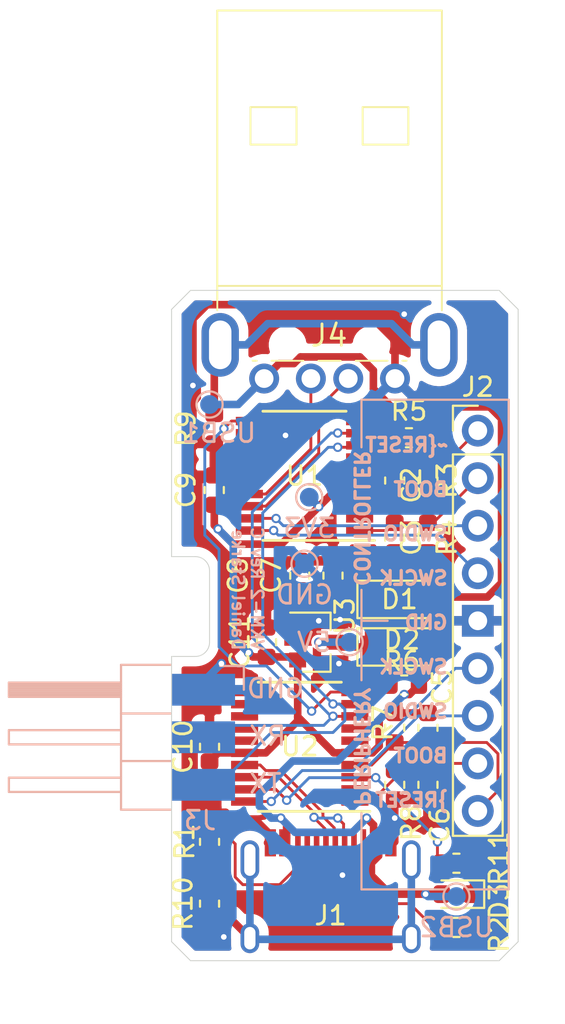
<source format=kicad_pcb>
(kicad_pcb (version 20171130) (host pcbnew "(5.1.5)-3")

  (general
    (thickness 1)
    (drawings 30)
    (tracks 353)
    (zones 0)
    (modules 35)
    (nets 44)
  )

  (page A4)
  (title_block
    (title "VKVM - VKM2")
    (date 2023-06-08)
    (rev C)
    (company "Daniel Starke")
    (comment 1 "1mm board thickness")
  )

  (layers
    (0 F.Cu signal)
    (31 B.Cu signal)
    (32 B.Adhes user)
    (33 F.Adhes user)
    (34 B.Paste user)
    (35 F.Paste user)
    (36 B.SilkS user)
    (37 F.SilkS user)
    (38 B.Mask user)
    (39 F.Mask user)
    (40 Dwgs.User user)
    (41 Cmts.User user)
    (42 Eco1.User user)
    (43 Eco2.User user)
    (44 Edge.Cuts user)
    (45 Margin user)
    (46 B.CrtYd user)
    (47 F.CrtYd user)
    (48 B.Fab user)
    (49 F.Fab user)
  )

  (setup
    (last_trace_width 0.1524)
    (user_trace_width 0.2032)
    (user_trace_width 0.254)
    (user_trace_width 0.3048)
    (user_trace_width 0.4064)
    (trace_clearance 0.1524)
    (zone_clearance 0.508)
    (zone_45_only no)
    (trace_min 0.0889)
    (via_size 0.5)
    (via_drill 0.3)
    (via_min_size 0.5)
    (via_min_drill 0.3)
    (uvia_size 0.5)
    (uvia_drill 0.3)
    (uvias_allowed no)
    (uvia_min_size 0.5)
    (uvia_min_drill 0.3)
    (edge_width 0.05)
    (segment_width 0.2)
    (pcb_text_width 0.3)
    (pcb_text_size 1.5 1.5)
    (mod_edge_width 0.12)
    (mod_text_size 1 1)
    (mod_text_width 0.15)
    (pad_size 4 1.7)
    (pad_drill 0)
    (pad_to_mask_clearance 0.0889)
    (solder_mask_min_width 0.0889)
    (aux_axis_origin 70.866 118.872)
    (visible_elements 7FFFFFFF)
    (pcbplotparams
      (layerselection 0x010f0_ffffffff)
      (usegerberextensions false)
      (usegerberattributes false)
      (usegerberadvancedattributes false)
      (creategerberjobfile false)
      (excludeedgelayer false)
      (linewidth 0.020000)
      (plotframeref false)
      (viasonmask false)
      (mode 1)
      (useauxorigin true)
      (hpglpennumber 1)
      (hpglpenspeed 20)
      (hpglpendiameter 15.000000)
      (psnegative false)
      (psa4output false)
      (plotreference true)
      (plotvalue true)
      (plotinvisibletext false)
      (padsonsilk false)
      (subtractmaskfromsilk false)
      (outputformat 1)
      (mirror false)
      (drillshape 0)
      (scaleselection 1)
      (outputdirectory "jlcpcb"))
  )

  (net 0 "")
  (net 1 GND)
  (net 2 +3V3)
  (net 3 USB2_VBUS)
  (net 4 "Net-(J1-PadB5)")
  (net 5 "Net-(J1-PadB8)")
  (net 6 "Net-(J1-PadA8)")
  (net 7 "Net-(J1-PadA5)")
  (net 8 BOOT1)
  (net 9 BOOT2)
  (net 10 USB1_VBUS)
  (net 11 USB1_VBUS_SENSE)
  (net 12 USB2_VBUS_SENSE)
  (net 13 "Net-(U1-Pad14)")
  (net 14 "Net-(U1-Pad13)")
  (net 15 "Net-(U1-Pad12)")
  (net 16 "Net-(U2-Pad14)")
  (net 17 "Net-(U2-Pad13)")
  (net 18 "Net-(U2-Pad12)")
  (net 19 "Net-(U2-Pad11)")
  (net 20 USB2_D+)
  (net 21 USB2_D-)
  (net 22 USB1_D+)
  (net 23 USB1_D-)
  (net 24 RESET1)
  (net 25 RESET2)
  (net 26 /USART2_RX)
  (net 27 /USART2_TX)
  (net 28 "Net-(U1-Pad7)")
  (net 29 "Net-(U1-Pad6)")
  (net 30 "Net-(U1-Pad3)")
  (net 31 "Net-(U1-Pad2)")
  (net 32 "Net-(U2-Pad7)")
  (net 33 "Net-(U2-Pad6)")
  (net 34 "Net-(U2-Pad2)")
  (net 35 SWCLK1)
  (net 36 SWDIO1)
  (net 37 SWCLK2)
  (net 38 SWDIO2)
  (net 39 "Net-(J1-PadS1)")
  (net 40 "Net-(J4-Pad5)")
  (net 41 +5V)
  (net 42 "Net-(D3-Pad1)")
  (net 43 "Net-(R11-Pad2)")

  (net_class Default "This is the default net class."
    (clearance 0.1524)
    (trace_width 0.1524)
    (via_dia 0.5)
    (via_drill 0.3)
    (uvia_dia 0.5)
    (uvia_drill 0.3)
    (diff_pair_width 0.1524)
    (diff_pair_gap 0.1524)
    (add_net /USART2_RX)
    (add_net /USART2_TX)
    (add_net BOOT1)
    (add_net BOOT2)
    (add_net "Net-(D3-Pad1)")
    (add_net "Net-(J1-PadA5)")
    (add_net "Net-(J1-PadA8)")
    (add_net "Net-(J1-PadB5)")
    (add_net "Net-(J1-PadB8)")
    (add_net "Net-(R11-Pad2)")
    (add_net "Net-(U1-Pad12)")
    (add_net "Net-(U1-Pad13)")
    (add_net "Net-(U1-Pad14)")
    (add_net "Net-(U1-Pad2)")
    (add_net "Net-(U1-Pad3)")
    (add_net "Net-(U1-Pad6)")
    (add_net "Net-(U1-Pad7)")
    (add_net "Net-(U2-Pad11)")
    (add_net "Net-(U2-Pad12)")
    (add_net "Net-(U2-Pad13)")
    (add_net "Net-(U2-Pad14)")
    (add_net "Net-(U2-Pad2)")
    (add_net "Net-(U2-Pad6)")
    (add_net "Net-(U2-Pad7)")
    (add_net RESET1)
    (add_net RESET2)
    (add_net SWCLK1)
    (add_net SWCLK2)
    (add_net SWDIO1)
    (add_net SWDIO2)
    (add_net USB1_D+)
    (add_net USB1_D-)
    (add_net USB1_VBUS_SENSE)
    (add_net USB2_D+)
    (add_net USB2_D-)
    (add_net USB2_VBUS_SENSE)
  )

  (net_class Power ""
    (clearance 0.1524)
    (trace_width 0.4064)
    (via_dia 0.5)
    (via_drill 0.3)
    (uvia_dia 0.5)
    (uvia_drill 0.3)
    (diff_pair_width 0.1524)
    (diff_pair_gap 0.1524)
    (add_net +3V3)
    (add_net +5V)
    (add_net GND)
    (add_net "Net-(J1-PadS1)")
    (add_net "Net-(J4-Pad5)")
    (add_net USB1_VBUS)
    (add_net USB2_VBUS)
  )

  (module vkm-c:PinHeader_1x03_P2.54mm_Horizontal_Edge (layer B.Cu) (tedit 64821605) (tstamp 6482DC7F)
    (at 72.263 102.87 180)
    (descr "Through hole angled pin header, 1x03, 2.54mm pitch, 6mm pin length, single row")
    (tags "Through hole angled pin header THT 1x03 2.54mm single row")
    (path /64867412)
    (fp_text reference J3 (at -0.127 -6.985) (layer B.SilkS)
      (effects (font (size 1 1) (thickness 0.15)) (justify mirror))
    )
    (fp_text value Conn_01x03 (at 0.2 -7.9) (layer B.Fab)
      (effects (font (size 1 1) (thickness 0.15)) (justify mirror))
    )
    (fp_text user %R (at 2.77 -2.54 270) (layer B.Fab)
      (effects (font (size 1 1) (thickness 0.15)) (justify mirror))
    )
    (fp_line (start 10.55 1.8) (end -3 1.8) (layer B.CrtYd) (width 0.05))
    (fp_line (start 10.55 -6.85) (end 10.55 1.8) (layer B.CrtYd) (width 0.05))
    (fp_line (start -3 -6.85) (end 10.55 -6.85) (layer B.CrtYd) (width 0.05))
    (fp_line (start -3 1.8) (end -3 -6.85) (layer B.CrtYd) (width 0.05))
    (fp_line (start -2.47 1.27) (end -1.2 1.27) (layer B.SilkS) (width 0.12))
    (fp_line (start -2.47 0) (end -2.47 1.27) (layer B.SilkS) (width 0.12))
    (fp_line (start 1.042929 -5.46) (end 1.44 -5.46) (layer Dwgs.User) (width 0.12))
    (fp_line (start 1.042929 -4.7) (end 1.44 -4.7) (layer Dwgs.User) (width 0.12))
    (fp_line (start 10.1 -5.46) (end 4.1 -5.46) (layer B.SilkS) (width 0.12))
    (fp_line (start 10.1 -4.7) (end 10.1 -5.46) (layer B.SilkS) (width 0.12))
    (fp_line (start 4.1 -4.7) (end 10.1 -4.7) (layer B.SilkS) (width 0.12))
    (fp_line (start 1.44 -3.81) (end 4.1 -3.81) (layer B.SilkS) (width 0.12))
    (fp_line (start 1.042929 -2.92) (end 1.44 -2.92) (layer Dwgs.User) (width 0.12))
    (fp_line (start 1.042929 -2.16) (end 1.44 -2.16) (layer Dwgs.User) (width 0.12))
    (fp_line (start 10.1 -2.92) (end 4.1 -2.92) (layer B.SilkS) (width 0.12))
    (fp_line (start 10.1 -2.16) (end 10.1 -2.92) (layer B.SilkS) (width 0.12))
    (fp_line (start 4.1 -2.16) (end 10.1 -2.16) (layer B.SilkS) (width 0.12))
    (fp_line (start 1.44 -1.27) (end 4.1 -1.27) (layer B.SilkS) (width 0.12))
    (fp_line (start 1.11 -0.38) (end 1.44 -0.38) (layer Dwgs.User) (width 0.12))
    (fp_line (start 1.11 0.38) (end 1.44 0.38) (layer Dwgs.User) (width 0.12))
    (fp_line (start 4.1 -0.28) (end 10.1 -0.28) (layer B.SilkS) (width 0.12))
    (fp_line (start 4.1 -0.16) (end 10.1 -0.16) (layer B.SilkS) (width 0.12))
    (fp_line (start 4.1 -0.04) (end 10.1 -0.04) (layer B.SilkS) (width 0.12))
    (fp_line (start 4.1 0.08) (end 10.1 0.08) (layer B.SilkS) (width 0.12))
    (fp_line (start 4.1 0.2) (end 10.1 0.2) (layer B.SilkS) (width 0.12))
    (fp_line (start 4.1 0.32) (end 10.1 0.32) (layer B.SilkS) (width 0.12))
    (fp_line (start 10.1 -0.38) (end 4.1 -0.38) (layer B.SilkS) (width 0.12))
    (fp_line (start 10.1 0.38) (end 10.1 -0.38) (layer B.SilkS) (width 0.12))
    (fp_line (start 4.1 0.38) (end 10.1 0.38) (layer B.SilkS) (width 0.12))
    (fp_line (start 4.1 1.33) (end 1.44 1.33) (layer B.SilkS) (width 0.12))
    (fp_line (start 4.1 -6.41) (end 4.1 1.33) (layer B.SilkS) (width 0.12))
    (fp_line (start 1.44 -6.41) (end 4.1 -6.41) (layer B.SilkS) (width 0.12))
    (fp_line (start 1.44 1.33) (end 1.44 -6.41) (layer Dwgs.User) (width 0.12))
    (fp_line (start 4.04 -5.4) (end 10.04 -5.4) (layer B.Fab) (width 0.1))
    (fp_line (start 10.04 -4.76) (end 10.04 -5.4) (layer B.Fab) (width 0.1))
    (fp_line (start 4.04 -4.76) (end 10.04 -4.76) (layer B.Fab) (width 0.1))
    (fp_line (start -0.32 -5.4) (end 1.5 -5.4) (layer B.Fab) (width 0.1))
    (fp_line (start -0.32 -4.76) (end -0.32 -5.4) (layer B.Fab) (width 0.1))
    (fp_line (start -0.32 -4.76) (end 1.5 -4.76) (layer B.Fab) (width 0.1))
    (fp_line (start 4.04 -2.86) (end 10.04 -2.86) (layer B.Fab) (width 0.1))
    (fp_line (start 10.04 -2.22) (end 10.04 -2.86) (layer B.Fab) (width 0.1))
    (fp_line (start 4.04 -2.22) (end 10.04 -2.22) (layer B.Fab) (width 0.1))
    (fp_line (start -0.32 -2.86) (end 1.5 -2.86) (layer B.Fab) (width 0.1))
    (fp_line (start -0.32 -2.22) (end -0.32 -2.86) (layer B.Fab) (width 0.1))
    (fp_line (start -0.32 -2.22) (end 1.5 -2.22) (layer B.Fab) (width 0.1))
    (fp_line (start 4.04 -0.32) (end 10.04 -0.32) (layer B.Fab) (width 0.1))
    (fp_line (start 10.04 0.32) (end 10.04 -0.32) (layer B.Fab) (width 0.1))
    (fp_line (start 4.04 0.32) (end 10.04 0.32) (layer B.Fab) (width 0.1))
    (fp_line (start -0.32 -0.32) (end 1.5 -0.32) (layer B.Fab) (width 0.1))
    (fp_line (start -0.32 0.32) (end -0.32 -0.32) (layer B.Fab) (width 0.1))
    (fp_line (start -0.32 0.32) (end 1.5 0.32) (layer B.Fab) (width 0.1))
    (fp_line (start 1.5 0.635) (end 2.135 1.27) (layer B.Fab) (width 0.1))
    (fp_line (start 1.5 -6.35) (end 1.5 0.635) (layer B.Fab) (width 0.1))
    (fp_line (start 4.04 -6.35) (end 1.5 -6.35) (layer B.Fab) (width 0.1))
    (fp_line (start 4.04 1.27) (end 4.04 -6.35) (layer B.Fab) (width 0.1))
    (fp_line (start 2.135 1.27) (end 4.04 1.27) (layer B.Fab) (width 0.1))
    (pad 3 smd rect (at -0.3 -5.08 180) (size 3.4 1.7) (layers B.Cu B.Paste B.Mask)
      (net 27 /USART2_TX))
    (pad 2 smd rect (at -0.3 -2.54 180) (size 3.4 1.7) (layers B.Cu B.Paste B.Mask)
      (net 26 /USART2_RX))
    (pad 1 smd rect (at -0.3 0 180) (size 3.4 1.7) (layers B.Cu B.Paste B.Mask)
      (net 1 GND))
    (model ${KISYS3DMOD}/Connector_PinHeader_2.54mm.3dshapes/PinHeader_1x03_P2.54mm_Vertical.wrl
      (offset (xyz 1.5 0 0.4))
      (scale (xyz 1 1 1))
      (rotate (xyz 0 -90 0))
    )
  )

  (module TestPoint:TestPoint_Pad_D1.0mm (layer B.Cu) (tedit 5A0F774F) (tstamp 647CBE89)
    (at 77.978 96.139)
    (descr "SMD pad as test Point, diameter 1.0mm")
    (tags "test point SMD pad")
    (path /648D0105)
    (attr virtual)
    (fp_text reference TP7 (at -0.381 1.524) (layer B.SilkS) hide
      (effects (font (size 1 1) (thickness 0.15)) (justify mirror))
    )
    (fp_text value GND (at 0 1.651) (layer B.SilkS)
      (effects (font (size 1 1) (thickness 0.15)) (justify mirror))
    )
    (fp_circle (center 0 0) (end 0 -0.7) (layer B.SilkS) (width 0.12))
    (fp_circle (center 0 0) (end 1 0) (layer B.CrtYd) (width 0.05))
    (fp_text user %R (at 0 1.45) (layer B.Fab)
      (effects (font (size 1 1) (thickness 0.15)) (justify mirror))
    )
    (pad 1 smd circle (at 0 0) (size 1 1) (layers B.Cu B.Mask)
      (net 1 GND))
  )

  (module TestPoint:TestPoint_Pad_D1.0mm (layer B.Cu) (tedit 5A0F774F) (tstamp 647C8FA5)
    (at 78.232 92.583)
    (descr "SMD pad as test Point, diameter 1.0mm")
    (tags "test point SMD pad")
    (path /6487FFB6)
    (attr virtual)
    (fp_text reference TP6 (at 0 1.448) (layer B.SilkS) hide
      (effects (font (size 1 1) (thickness 0.15)) (justify mirror))
    )
    (fp_text value 3V3 (at 0 1.651) (layer B.SilkS)
      (effects (font (size 1 1) (thickness 0.15)) (justify mirror))
    )
    (fp_circle (center 0 0) (end 0 -0.7) (layer B.SilkS) (width 0.12))
    (fp_circle (center 0 0) (end 1 0) (layer B.CrtYd) (width 0.05))
    (fp_text user %R (at 0 1.45) (layer B.Fab)
      (effects (font (size 1 1) (thickness 0.15)) (justify mirror))
    )
    (pad 1 smd circle (at 0 0) (size 1 1) (layers B.Cu B.Mask)
      (net 2 +3V3))
  )

  (module TestPoint:TestPoint_Pad_D1.0mm (layer B.Cu) (tedit 5A0F774F) (tstamp 64831FE8)
    (at 80.391 100.33)
    (descr "SMD pad as test Point, diameter 1.0mm")
    (tags "test point SMD pad")
    (path /6487CC04)
    (attr virtual)
    (fp_text reference TP5 (at 0 1.448) (layer B.SilkS) hide
      (effects (font (size 1 1) (thickness 0.15)) (justify mirror))
    )
    (fp_text value 5V (at -1.905 0) (layer B.SilkS)
      (effects (font (size 1 1) (thickness 0.15)) (justify mirror))
    )
    (fp_circle (center 0 0) (end 0 -0.7) (layer B.SilkS) (width 0.12))
    (fp_circle (center 0 0) (end 1 0) (layer B.CrtYd) (width 0.05))
    (fp_text user %R (at 0 1.45) (layer B.Fab)
      (effects (font (size 1 1) (thickness 0.15)) (justify mirror))
    )
    (pad 1 smd circle (at 0 0) (size 1 1) (layers B.Cu B.Mask)
      (net 41 +5V))
  )

  (module TestPoint:TestPoint_Pad_D1.0mm (layer B.Cu) (tedit 5A0F774F) (tstamp 647C8F95)
    (at 86.106 113.919)
    (descr "SMD pad as test Point, diameter 1.0mm")
    (tags "test point SMD pad")
    (path /64876F13)
    (attr virtual)
    (fp_text reference TP4 (at 0 1.448) (layer B.SilkS) hide
      (effects (font (size 1 1) (thickness 0.15)) (justify mirror))
    )
    (fp_text value USB2 (at 0 1.651) (layer B.SilkS)
      (effects (font (size 1 1) (thickness 0.15)) (justify mirror))
    )
    (fp_circle (center 0 0) (end 0 -0.7) (layer B.SilkS) (width 0.12))
    (fp_circle (center 0 0) (end 1 0) (layer B.CrtYd) (width 0.05))
    (fp_text user %R (at 0 1.45) (layer B.Fab)
      (effects (font (size 1 1) (thickness 0.15)) (justify mirror))
    )
    (pad 1 smd circle (at 0 0) (size 1 1) (layers B.Cu B.Mask)
      (net 3 USB2_VBUS))
  )

  (module TestPoint:TestPoint_Pad_D1.0mm (layer B.Cu) (tedit 5A0F774F) (tstamp 647C8F8D)
    (at 72.898 87.63)
    (descr "SMD pad as test Point, diameter 1.0mm")
    (tags "test point SMD pad")
    (path /64875CD5)
    (attr virtual)
    (fp_text reference TP3 (at 0 1.448) (layer B.SilkS) hide
      (effects (font (size 1 1) (thickness 0.15)) (justify mirror))
    )
    (fp_text value USB1 (at 0.508 1.524) (layer B.SilkS)
      (effects (font (size 1 1) (thickness 0.15)) (justify mirror))
    )
    (fp_circle (center 0 0) (end 0 -0.7) (layer B.SilkS) (width 0.12))
    (fp_circle (center 0 0) (end 1 0) (layer B.CrtYd) (width 0.05))
    (fp_text user %R (at 0 1.45) (layer B.Fab)
      (effects (font (size 1 1) (thickness 0.15)) (justify mirror))
    )
    (pad 1 smd circle (at 0 0) (size 1 1) (layers B.Cu B.Mask)
      (net 10 USB1_VBUS))
  )

  (module Resistor_SMD:R_0603_1608Metric (layer F.Cu) (tedit 5B301BBD) (tstamp 647C8F69)
    (at 86.106 112.141 180)
    (descr "Resistor SMD 0603 (1608 Metric), square (rectangular) end terminal, IPC_7351 nominal, (Body size source: http://www.tortai-tech.com/upload/download/2011102023233369053.pdf), generated with kicad-footprint-generator")
    (tags resistor)
    (path /648888F1)
    (attr smd)
    (fp_text reference R11 (at -2.286 0.254 90) (layer F.SilkS)
      (effects (font (size 1 1) (thickness 0.15)))
    )
    (fp_text value 820R (at 0 1.43) (layer F.Fab)
      (effects (font (size 1 1) (thickness 0.15)))
    )
    (fp_text user %R (at 0 0) (layer F.Fab)
      (effects (font (size 0.4 0.4) (thickness 0.06)))
    )
    (fp_line (start 1.48 0.73) (end -1.48 0.73) (layer F.CrtYd) (width 0.05))
    (fp_line (start 1.48 -0.73) (end 1.48 0.73) (layer F.CrtYd) (width 0.05))
    (fp_line (start -1.48 -0.73) (end 1.48 -0.73) (layer F.CrtYd) (width 0.05))
    (fp_line (start -1.48 0.73) (end -1.48 -0.73) (layer F.CrtYd) (width 0.05))
    (fp_line (start -0.162779 0.51) (end 0.162779 0.51) (layer F.SilkS) (width 0.12))
    (fp_line (start -0.162779 -0.51) (end 0.162779 -0.51) (layer F.SilkS) (width 0.12))
    (fp_line (start 0.8 0.4) (end -0.8 0.4) (layer F.Fab) (width 0.1))
    (fp_line (start 0.8 -0.4) (end 0.8 0.4) (layer F.Fab) (width 0.1))
    (fp_line (start -0.8 -0.4) (end 0.8 -0.4) (layer F.Fab) (width 0.1))
    (fp_line (start -0.8 0.4) (end -0.8 -0.4) (layer F.Fab) (width 0.1))
    (pad 2 smd roundrect (at 0.7875 0 180) (size 0.875 0.95) (layers F.Cu F.Paste F.Mask) (roundrect_rratio 0.25)
      (net 43 "Net-(R11-Pad2)"))
    (pad 1 smd roundrect (at -0.7875 0 180) (size 0.875 0.95) (layers F.Cu F.Paste F.Mask) (roundrect_rratio 0.25)
      (net 42 "Net-(D3-Pad1)"))
    (model ${KISYS3DMOD}/Resistor_SMD.3dshapes/R_0603_1608Metric.wrl
      (at (xyz 0 0 0))
      (scale (xyz 1 1 1))
      (rotate (xyz 0 0 0))
    )
  )

  (module Connector_PinHeader_2.54mm:PinHeader_1x09_P2.54mm_Vertical (layer F.Cu) (tedit 647C5A64) (tstamp 647C8DBC)
    (at 87.249 89.027)
    (descr "Through hole straight pin header, 1x09, 2.54mm pitch, single row")
    (tags "Through hole pin header THT 1x09 2.54mm single row")
    (path /647C8283)
    (fp_text reference J2 (at 0 -2.33) (layer F.SilkS)
      (effects (font (size 1 1) (thickness 0.15)))
    )
    (fp_text value Conn_01x09 (at 0 22.65) (layer F.Fab)
      (effects (font (size 1 1) (thickness 0.15)))
    )
    (fp_text user %R (at 0 10.16 90) (layer F.Fab)
      (effects (font (size 1 1) (thickness 0.15)))
    )
    (fp_line (start 1.8 -1.8) (end -1.8 -1.8) (layer F.CrtYd) (width 0.05))
    (fp_line (start 1.8 22.1) (end 1.8 -1.8) (layer F.CrtYd) (width 0.05))
    (fp_line (start -1.8 22.1) (end 1.8 22.1) (layer F.CrtYd) (width 0.05))
    (fp_line (start -1.8 -1.8) (end -1.8 22.1) (layer F.CrtYd) (width 0.05))
    (fp_line (start -1.33 -1.33) (end 0 -1.33) (layer F.SilkS) (width 0.12))
    (fp_line (start -1.33 0) (end -1.33 -1.33) (layer F.SilkS) (width 0.12))
    (fp_line (start -1.33 1.27) (end 1.33 1.27) (layer F.SilkS) (width 0.12))
    (fp_line (start 1.33 1.27) (end 1.33 21.65) (layer F.SilkS) (width 0.12))
    (fp_line (start -1.33 1.27) (end -1.33 21.65) (layer F.SilkS) (width 0.12))
    (fp_line (start -1.33 21.65) (end 1.33 21.65) (layer F.SilkS) (width 0.12))
    (fp_line (start -1.27 -0.635) (end -0.635 -1.27) (layer F.Fab) (width 0.1))
    (fp_line (start -1.27 21.59) (end -1.27 -0.635) (layer F.Fab) (width 0.1))
    (fp_line (start 1.27 21.59) (end -1.27 21.59) (layer F.Fab) (width 0.1))
    (fp_line (start 1.27 -1.27) (end 1.27 21.59) (layer F.Fab) (width 0.1))
    (fp_line (start -0.635 -1.27) (end 1.27 -1.27) (layer F.Fab) (width 0.1))
    (pad 9 thru_hole oval (at 0 20.32) (size 1.7 1.7) (drill 1) (layers *.Cu *.Mask)
      (net 25 RESET2))
    (pad 8 thru_hole oval (at 0 17.78) (size 1.7 1.7) (drill 1) (layers *.Cu *.Mask)
      (net 9 BOOT2))
    (pad 7 thru_hole oval (at 0 15.24) (size 1.7 1.7) (drill 1) (layers *.Cu *.Mask)
      (net 38 SWDIO2))
    (pad 6 thru_hole oval (at 0 12.7) (size 1.7 1.7) (drill 1) (layers *.Cu *.Mask)
      (net 37 SWCLK2))
    (pad 5 thru_hole rect (at 0 10.16) (size 1.7 1.7) (drill 1) (layers *.Cu *.Mask)
      (net 1 GND))
    (pad 4 thru_hole oval (at 0 7.62) (size 1.7 1.7) (drill 1) (layers *.Cu *.Mask)
      (net 35 SWCLK1))
    (pad 3 thru_hole oval (at 0 5.08) (size 1.7 1.7) (drill 1) (layers *.Cu *.Mask)
      (net 36 SWDIO1))
    (pad 2 thru_hole oval (at 0 2.54) (size 1.7 1.7) (drill 1) (layers *.Cu *.Mask)
      (net 8 BOOT1))
    (pad 1 thru_hole circle (at 0 0) (size 1.7 1.7) (drill 1) (layers *.Cu *.Mask)
      (net 24 RESET1))
    (model ${KISYS3DMOD}/Connector_PinHeader_2.54mm.3dshapes/PinHeader_1x09_P2.54mm_Vertical.wrl
      (at (xyz 0 0 0))
      (scale (xyz 1 1 1))
      (rotate (xyz 0 0 0))
    )
  )

  (module LED_SMD:LED_0603_1608Metric (layer F.Cu) (tedit 5B301BBE) (tstamp 647C8D65)
    (at 86.106 113.792 180)
    (descr "LED SMD 0603 (1608 Metric), square (rectangular) end terminal, IPC_7351 nominal, (Body size source: http://www.tortai-tech.com/upload/download/2011102023233369053.pdf), generated with kicad-footprint-generator")
    (tags diode)
    (path /6488773B)
    (attr smd)
    (fp_text reference D3 (at -2.286 -0.381 270) (layer F.SilkS)
      (effects (font (size 1 1) (thickness 0.15)))
    )
    (fp_text value GREEN (at 0 1.43) (layer F.Fab)
      (effects (font (size 1 1) (thickness 0.15)))
    )
    (fp_text user %R (at 0 0) (layer F.Fab)
      (effects (font (size 0.4 0.4) (thickness 0.06)))
    )
    (fp_line (start 1.48 0.73) (end -1.48 0.73) (layer F.CrtYd) (width 0.05))
    (fp_line (start 1.48 -0.73) (end 1.48 0.73) (layer F.CrtYd) (width 0.05))
    (fp_line (start -1.48 -0.73) (end 1.48 -0.73) (layer F.CrtYd) (width 0.05))
    (fp_line (start -1.48 0.73) (end -1.48 -0.73) (layer F.CrtYd) (width 0.05))
    (fp_line (start -1.485 0.735) (end 0.8 0.735) (layer F.SilkS) (width 0.12))
    (fp_line (start -1.485 -0.735) (end -1.485 0.735) (layer F.SilkS) (width 0.12))
    (fp_line (start 0.8 -0.735) (end -1.485 -0.735) (layer F.SilkS) (width 0.12))
    (fp_line (start 0.8 0.4) (end 0.8 -0.4) (layer F.Fab) (width 0.1))
    (fp_line (start -0.8 0.4) (end 0.8 0.4) (layer F.Fab) (width 0.1))
    (fp_line (start -0.8 -0.1) (end -0.8 0.4) (layer F.Fab) (width 0.1))
    (fp_line (start -0.5 -0.4) (end -0.8 -0.1) (layer F.Fab) (width 0.1))
    (fp_line (start 0.8 -0.4) (end -0.5 -0.4) (layer F.Fab) (width 0.1))
    (pad 2 smd roundrect (at 0.7875 0 180) (size 0.875 0.95) (layers F.Cu F.Paste F.Mask) (roundrect_rratio 0.25)
      (net 3 USB2_VBUS))
    (pad 1 smd roundrect (at -0.7875 0 180) (size 0.875 0.95) (layers F.Cu F.Paste F.Mask) (roundrect_rratio 0.25)
      (net 42 "Net-(D3-Pad1)"))
    (model ${KISYS3DMOD}/LED_SMD.3dshapes/LED_0603_1608Metric.wrl
      (at (xyz 0 0 0))
      (scale (xyz 1 1 1))
      (rotate (xyz 0 0 0))
    )
  )

  (module Connector_USB:USB_C_HRO_TYPE_C_31_M_12 (layer F.Cu) (tedit 5E6FDC12) (tstamp 6475DF55)
    (at 79.375 118.745)
    (tags USB_C_HRO_TYPE_C_31_M_12)
    (path /647FBB45)
    (attr smd)
    (fp_text reference J1 (at 0 -3.81) (layer F.SilkS)
      (effects (font (size 1 1) (thickness 0.15)))
    )
    (fp_text value USB_C_Receptacle_USB2.0 (at 0 1.15) (layer Dwgs.User)
      (effects (font (size 1 1) (thickness 0.15)))
    )
    (fp_line (start -4.47 -7.3) (end 4.47 -7.3) (layer Dwgs.User) (width 0.15))
    (fp_line (start 4.47 0) (end 4.47 -7.3) (layer Dwgs.User) (width 0.15))
    (fp_line (start -4.47 0) (end -4.47 -7.3) (layer Dwgs.User) (width 0.15))
    (fp_line (start -4.47 0) (end 4.47 0) (layer Dwgs.User) (width 0.15))
    (pad B1 smd rect (at 3.075 -7.695) (size 0.3 1.45) (layers F.Cu F.Paste F.Mask)
      (net 1 GND))
    (pad A9 smd rect (at 2.6 -7.695) (size 0.3 1.45) (layers F.Cu F.Paste F.Mask)
      (net 3 USB2_VBUS))
    (pad A4 smd rect (at -2.6 -7.695) (size 0.3 1.45) (layers F.Cu F.Paste F.Mask)
      (net 3 USB2_VBUS))
    (pad A1 smd rect (at -3.375 -7.695) (size 0.3 1.45) (layers F.Cu F.Paste F.Mask)
      (net 1 GND))
    (pad S1 thru_hole oval (at 4.32 -2.6) (size 1 1.6) (drill oval 0.6 1.2) (layers *.Cu *.Mask)
      (net 39 "Net-(J1-PadS1)"))
    (pad S1 thru_hole oval (at -4.32 -2.6) (size 1 1.6) (drill oval 0.6 1.2) (layers *.Cu *.Mask)
      (net 39 "Net-(J1-PadS1)"))
    (pad S1 thru_hole oval (at 4.32 -6.78) (size 1 2.1) (drill oval 0.6 1.7) (layers *.Cu *.Mask)
      (net 39 "Net-(J1-PadS1)"))
    (pad S1 thru_hole oval (at -4.32 -6.78) (size 1 2.1) (drill oval 0.6 1.7) (layers *.Cu *.Mask)
      (net 39 "Net-(J1-PadS1)"))
    (pad "" np_thru_hole circle (at -2.89 -6.25) (size 0.65 0.65) (drill 0.65) (layers *.Cu *.Mask))
    (pad "" np_thru_hole circle (at 2.89 -6.25) (size 0.65 0.65) (drill 0.65) (layers *.Cu *.Mask))
    (pad A6 smd rect (at -0.25 -7.695) (size 0.3 1.45) (layers F.Cu F.Paste F.Mask)
      (net 20 USB2_D+))
    (pad A7 smd rect (at 0.25 -7.695) (size 0.3 1.45) (layers F.Cu F.Paste F.Mask)
      (net 21 USB2_D-))
    (pad B6 smd rect (at 0.75 -7.695) (size 0.3 1.45) (layers F.Cu F.Paste F.Mask)
      (net 20 USB2_D+))
    (pad B7 smd rect (at -0.75 -7.695) (size 0.3 1.45) (layers F.Cu F.Paste F.Mask)
      (net 21 USB2_D-))
    (pad A8 smd rect (at 1.25 -7.695) (size 0.3 1.45) (layers F.Cu F.Paste F.Mask)
      (net 6 "Net-(J1-PadA8)"))
    (pad A5 smd rect (at -1.25 -7.695) (size 0.3 1.45) (layers F.Cu F.Paste F.Mask)
      (net 7 "Net-(J1-PadA5)"))
    (pad B5 smd rect (at 1.75 -7.695) (size 0.3 1.45) (layers F.Cu F.Paste F.Mask)
      (net 4 "Net-(J1-PadB5)"))
    (pad B8 smd rect (at -1.75 -7.695) (size 0.3 1.45) (layers F.Cu F.Paste F.Mask)
      (net 5 "Net-(J1-PadB8)"))
    (pad B9 smd rect (at -2.3 -7.695) (size 0.3 1.45) (layers F.Cu F.Paste F.Mask)
      (net 3 USB2_VBUS))
    (pad B4 smd rect (at 2.3 -7.695) (size 0.3 1.45) (layers F.Cu F.Paste F.Mask)
      (net 3 USB2_VBUS))
    (pad B12 smd rect (at -3.075 -7.695) (size 0.3 1.45) (layers F.Cu F.Paste F.Mask)
      (net 1 GND))
    (pad A12 smd rect (at 3.375 -7.695) (size 0.3 1.45) (layers F.Cu F.Paste F.Mask)
      (net 1 GND))
    (model lib/HRO_TYPE-C-31-M-12.wrl
      (at (xyz 0 0 0))
      (scale (xyz 1 1 1))
      (rotate (xyz 0 0 0))
    )
  )

  (module Resistor_SMD:R_0603_1608Metric (layer F.Cu) (tedit 5B301BBD) (tstamp 64751AEC)
    (at 72.898 114.3 90)
    (descr "Resistor SMD 0603 (1608 Metric), square (rectangular) end terminal, IPC_7351 nominal, (Body size source: http://www.tortai-tech.com/upload/download/2011102023233369053.pdf), generated with kicad-footprint-generator")
    (tags resistor)
    (path /64781A20)
    (attr smd)
    (fp_text reference R10 (at 0 -1.43 90) (layer F.SilkS)
      (effects (font (size 1 1) (thickness 0.15)))
    )
    (fp_text value 33k (at 0 1.43 90) (layer F.Fab)
      (effects (font (size 1 1) (thickness 0.15)))
    )
    (fp_text user %R (at 0 0 90) (layer F.Fab)
      (effects (font (size 0.4 0.4) (thickness 0.06)))
    )
    (fp_line (start 1.48 0.73) (end -1.48 0.73) (layer F.CrtYd) (width 0.05))
    (fp_line (start 1.48 -0.73) (end 1.48 0.73) (layer F.CrtYd) (width 0.05))
    (fp_line (start -1.48 -0.73) (end 1.48 -0.73) (layer F.CrtYd) (width 0.05))
    (fp_line (start -1.48 0.73) (end -1.48 -0.73) (layer F.CrtYd) (width 0.05))
    (fp_line (start -0.162779 0.51) (end 0.162779 0.51) (layer F.SilkS) (width 0.12))
    (fp_line (start -0.162779 -0.51) (end 0.162779 -0.51) (layer F.SilkS) (width 0.12))
    (fp_line (start 0.8 0.4) (end -0.8 0.4) (layer F.Fab) (width 0.1))
    (fp_line (start 0.8 -0.4) (end 0.8 0.4) (layer F.Fab) (width 0.1))
    (fp_line (start -0.8 -0.4) (end 0.8 -0.4) (layer F.Fab) (width 0.1))
    (fp_line (start -0.8 0.4) (end -0.8 -0.4) (layer F.Fab) (width 0.1))
    (pad 2 smd roundrect (at 0.7875 0 90) (size 0.875 0.95) (layers F.Cu F.Paste F.Mask) (roundrect_rratio 0.25)
      (net 1 GND))
    (pad 1 smd roundrect (at -0.7875 0 90) (size 0.875 0.95) (layers F.Cu F.Paste F.Mask) (roundrect_rratio 0.25)
      (net 39 "Net-(J1-PadS1)"))
    (model ${KISYS3DMOD}/Resistor_SMD.3dshapes/R_0603_1608Metric.wrl
      (at (xyz 0 0 0))
      (scale (xyz 1 1 1))
      (rotate (xyz 0 0 0))
    )
  )

  (module Resistor_SMD:R_0603_1608Metric (layer F.Cu) (tedit 5B301BBD) (tstamp 64751ADB)
    (at 73.152 88.9255 270)
    (descr "Resistor SMD 0603 (1608 Metric), square (rectangular) end terminal, IPC_7351 nominal, (Body size source: http://www.tortai-tech.com/upload/download/2011102023233369053.pdf), generated with kicad-footprint-generator")
    (tags resistor)
    (path /64782097)
    (attr smd)
    (fp_text reference R9 (at 0 1.524 90) (layer F.SilkS)
      (effects (font (size 1 1) (thickness 0.15)))
    )
    (fp_text value 33k (at 0 1.43 90) (layer F.Fab)
      (effects (font (size 1 1) (thickness 0.15)))
    )
    (fp_text user %R (at 0 0 90) (layer F.Fab)
      (effects (font (size 0.4 0.4) (thickness 0.06)))
    )
    (fp_line (start 1.48 0.73) (end -1.48 0.73) (layer F.CrtYd) (width 0.05))
    (fp_line (start 1.48 -0.73) (end 1.48 0.73) (layer F.CrtYd) (width 0.05))
    (fp_line (start -1.48 -0.73) (end 1.48 -0.73) (layer F.CrtYd) (width 0.05))
    (fp_line (start -1.48 0.73) (end -1.48 -0.73) (layer F.CrtYd) (width 0.05))
    (fp_line (start -0.162779 0.51) (end 0.162779 0.51) (layer F.SilkS) (width 0.12))
    (fp_line (start -0.162779 -0.51) (end 0.162779 -0.51) (layer F.SilkS) (width 0.12))
    (fp_line (start 0.8 0.4) (end -0.8 0.4) (layer F.Fab) (width 0.1))
    (fp_line (start 0.8 -0.4) (end 0.8 0.4) (layer F.Fab) (width 0.1))
    (fp_line (start -0.8 -0.4) (end 0.8 -0.4) (layer F.Fab) (width 0.1))
    (fp_line (start -0.8 0.4) (end -0.8 -0.4) (layer F.Fab) (width 0.1))
    (pad 2 smd roundrect (at 0.7875 0 270) (size 0.875 0.95) (layers F.Cu F.Paste F.Mask) (roundrect_rratio 0.25)
      (net 1 GND))
    (pad 1 smd roundrect (at -0.7875 0 270) (size 0.875 0.95) (layers F.Cu F.Paste F.Mask) (roundrect_rratio 0.25)
      (net 40 "Net-(J4-Pad5)"))
    (model ${KISYS3DMOD}/Resistor_SMD.3dshapes/R_0603_1608Metric.wrl
      (at (xyz 0 0 0))
      (scale (xyz 1 1 1))
      (rotate (xyz 0 0 0))
    )
  )

  (module Package_TO_SOT_SMD:SOT-23 (layer F.Cu) (tedit 5A02FF57) (tstamp 5E686F35)
    (at 78.613 100.33)
    (descr "SOT-23, Standard")
    (tags SOT-23)
    (path /5E676B89)
    (attr smd)
    (fp_text reference U3 (at 1.524 -1.397 90) (layer F.SilkS)
      (effects (font (size 1 1) (thickness 0.15)))
    )
    (fp_text value XC6206P332MR (at 0 2.5) (layer F.Fab)
      (effects (font (size 1 1) (thickness 0.15)))
    )
    (fp_line (start 0.76 1.58) (end -0.7 1.58) (layer F.SilkS) (width 0.12))
    (fp_line (start 0.76 -1.58) (end -1.4 -1.58) (layer F.SilkS) (width 0.12))
    (fp_line (start -1.7 1.75) (end -1.7 -1.75) (layer F.CrtYd) (width 0.05))
    (fp_line (start 1.7 1.75) (end -1.7 1.75) (layer F.CrtYd) (width 0.05))
    (fp_line (start 1.7 -1.75) (end 1.7 1.75) (layer F.CrtYd) (width 0.05))
    (fp_line (start -1.7 -1.75) (end 1.7 -1.75) (layer F.CrtYd) (width 0.05))
    (fp_line (start 0.76 -1.58) (end 0.76 -0.65) (layer F.SilkS) (width 0.12))
    (fp_line (start 0.76 1.58) (end 0.76 0.65) (layer F.SilkS) (width 0.12))
    (fp_line (start -0.7 1.52) (end 0.7 1.52) (layer F.Fab) (width 0.1))
    (fp_line (start 0.7 -1.52) (end 0.7 1.52) (layer F.Fab) (width 0.1))
    (fp_line (start -0.7 -0.95) (end -0.15 -1.52) (layer F.Fab) (width 0.1))
    (fp_line (start -0.15 -1.52) (end 0.7 -1.52) (layer F.Fab) (width 0.1))
    (fp_line (start -0.7 -0.95) (end -0.7 1.5) (layer F.Fab) (width 0.1))
    (fp_text user %R (at 0 0 90) (layer F.Fab)
      (effects (font (size 0.5 0.5) (thickness 0.075)))
    )
    (pad 3 smd rect (at 1 0) (size 0.9 0.8) (layers F.Cu F.Paste F.Mask)
      (net 41 +5V))
    (pad 2 smd rect (at -1 0.95) (size 0.9 0.8) (layers F.Cu F.Paste F.Mask)
      (net 2 +3V3))
    (pad 1 smd rect (at -1 -0.95) (size 0.9 0.8) (layers F.Cu F.Paste F.Mask)
      (net 1 GND))
    (model ${KISYS3DMOD}/Package_TO_SOT_SMD.3dshapes/SOT-23.wrl
      (at (xyz 0 0 0))
      (scale (xyz 1 1 1))
      (rotate (xyz 0 0 0))
    )
  )

  (module Capacitor_SMD:C_0603_1608Metric (layer F.Cu) (tedit 5B301BBE) (tstamp 5E686D91)
    (at 75.946 100.33 90)
    (descr "Capacitor SMD 0603 (1608 Metric), square (rectangular) end terminal, IPC_7351 nominal, (Body size source: http://www.tortai-tech.com/upload/download/2011102023233369053.pdf), generated with kicad-footprint-generator")
    (tags capacitor)
    (path /5E6863FA)
    (attr smd)
    (fp_text reference C11 (at 0 -1.43 90) (layer F.SilkS)
      (effects (font (size 1 1) (thickness 0.15)))
    )
    (fp_text value 10u (at 0 1.43 90) (layer F.Fab)
      (effects (font (size 1 1) (thickness 0.15)))
    )
    (fp_text user %R (at 0 0 90) (layer F.Fab)
      (effects (font (size 0.4 0.4) (thickness 0.06)))
    )
    (fp_line (start 1.48 0.73) (end -1.48 0.73) (layer F.CrtYd) (width 0.05))
    (fp_line (start 1.48 -0.73) (end 1.48 0.73) (layer F.CrtYd) (width 0.05))
    (fp_line (start -1.48 -0.73) (end 1.48 -0.73) (layer F.CrtYd) (width 0.05))
    (fp_line (start -1.48 0.73) (end -1.48 -0.73) (layer F.CrtYd) (width 0.05))
    (fp_line (start -0.162779 0.51) (end 0.162779 0.51) (layer F.SilkS) (width 0.12))
    (fp_line (start -0.162779 -0.51) (end 0.162779 -0.51) (layer F.SilkS) (width 0.12))
    (fp_line (start 0.8 0.4) (end -0.8 0.4) (layer F.Fab) (width 0.1))
    (fp_line (start 0.8 -0.4) (end 0.8 0.4) (layer F.Fab) (width 0.1))
    (fp_line (start -0.8 -0.4) (end 0.8 -0.4) (layer F.Fab) (width 0.1))
    (fp_line (start -0.8 0.4) (end -0.8 -0.4) (layer F.Fab) (width 0.1))
    (pad 2 smd roundrect (at 0.7875 0 90) (size 0.875 0.95) (layers F.Cu F.Paste F.Mask) (roundrect_rratio 0.25)
      (net 1 GND))
    (pad 1 smd roundrect (at -0.7875 0 90) (size 0.875 0.95) (layers F.Cu F.Paste F.Mask) (roundrect_rratio 0.25)
      (net 2 +3V3))
    (model ${KISYS3DMOD}/Capacitor_SMD.3dshapes/C_0603_1608Metric.wrl
      (at (xyz 0 0 0))
      (scale (xyz 1 1 1))
      (rotate (xyz 0 0 0))
    )
  )

  (module Capacitor_SMD:C_0603_1608Metric (layer F.Cu) (tedit 5B301BBE) (tstamp 5E686D4B)
    (at 79.502 96.774 90)
    (descr "Capacitor SMD 0603 (1608 Metric), square (rectangular) end terminal, IPC_7351 nominal, (Body size source: http://www.tortai-tech.com/upload/download/2011102023233369053.pdf), generated with kicad-footprint-generator")
    (tags capacitor)
    (path /5E6852AD)
    (attr smd)
    (fp_text reference C7 (at 0 -3.302 90) (layer F.SilkS)
      (effects (font (size 1 1) (thickness 0.15)))
    )
    (fp_text value 10u (at 0 1.43 90) (layer F.Fab)
      (effects (font (size 1 1) (thickness 0.15)))
    )
    (fp_text user %R (at 0 0 90) (layer F.Fab)
      (effects (font (size 0.4 0.4) (thickness 0.06)))
    )
    (fp_line (start 1.48 0.73) (end -1.48 0.73) (layer F.CrtYd) (width 0.05))
    (fp_line (start 1.48 -0.73) (end 1.48 0.73) (layer F.CrtYd) (width 0.05))
    (fp_line (start -1.48 -0.73) (end 1.48 -0.73) (layer F.CrtYd) (width 0.05))
    (fp_line (start -1.48 0.73) (end -1.48 -0.73) (layer F.CrtYd) (width 0.05))
    (fp_line (start -0.162779 0.51) (end 0.162779 0.51) (layer F.SilkS) (width 0.12))
    (fp_line (start -0.162779 -0.51) (end 0.162779 -0.51) (layer F.SilkS) (width 0.12))
    (fp_line (start 0.8 0.4) (end -0.8 0.4) (layer F.Fab) (width 0.1))
    (fp_line (start 0.8 -0.4) (end 0.8 0.4) (layer F.Fab) (width 0.1))
    (fp_line (start -0.8 -0.4) (end 0.8 -0.4) (layer F.Fab) (width 0.1))
    (fp_line (start -0.8 0.4) (end -0.8 -0.4) (layer F.Fab) (width 0.1))
    (pad 2 smd roundrect (at 0.7875 0 90) (size 0.875 0.95) (layers F.Cu F.Paste F.Mask) (roundrect_rratio 0.25)
      (net 1 GND))
    (pad 1 smd roundrect (at -0.7875 0 90) (size 0.875 0.95) (layers F.Cu F.Paste F.Mask) (roundrect_rratio 0.25)
      (net 41 +5V))
    (model ${KISYS3DMOD}/Capacitor_SMD.3dshapes/C_0603_1608Metric.wrl
      (at (xyz 0 0 0))
      (scale (xyz 1 1 1))
      (rotate (xyz 0 0 0))
    )
  )

  (module Diode_SMD:D_SOD-123 (layer F.Cu) (tedit 58645DC7) (tstamp 64749594)
    (at 83.058 100.584)
    (descr SOD-123)
    (tags SOD-123)
    (path /64750AE9)
    (attr smd)
    (fp_text reference D2 (at 0.127 -0.381) (layer F.SilkS)
      (effects (font (size 1 1) (thickness 0.15)))
    )
    (fp_text value B5819WSL (at 0 2.1) (layer F.Fab)
      (effects (font (size 1 1) (thickness 0.15)))
    )
    (fp_line (start -2.25 -1) (end 1.65 -1) (layer F.SilkS) (width 0.12))
    (fp_line (start -2.25 1) (end 1.65 1) (layer F.SilkS) (width 0.12))
    (fp_line (start -2.35 -1.15) (end -2.35 1.15) (layer F.CrtYd) (width 0.05))
    (fp_line (start 2.35 1.15) (end -2.35 1.15) (layer F.CrtYd) (width 0.05))
    (fp_line (start 2.35 -1.15) (end 2.35 1.15) (layer F.CrtYd) (width 0.05))
    (fp_line (start -2.35 -1.15) (end 2.35 -1.15) (layer F.CrtYd) (width 0.05))
    (fp_line (start -1.4 -0.9) (end 1.4 -0.9) (layer F.Fab) (width 0.1))
    (fp_line (start 1.4 -0.9) (end 1.4 0.9) (layer F.Fab) (width 0.1))
    (fp_line (start 1.4 0.9) (end -1.4 0.9) (layer F.Fab) (width 0.1))
    (fp_line (start -1.4 0.9) (end -1.4 -0.9) (layer F.Fab) (width 0.1))
    (fp_line (start -0.75 0) (end -0.35 0) (layer F.Fab) (width 0.1))
    (fp_line (start -0.35 0) (end -0.35 -0.55) (layer F.Fab) (width 0.1))
    (fp_line (start -0.35 0) (end -0.35 0.55) (layer F.Fab) (width 0.1))
    (fp_line (start -0.35 0) (end 0.25 -0.4) (layer F.Fab) (width 0.1))
    (fp_line (start 0.25 -0.4) (end 0.25 0.4) (layer F.Fab) (width 0.1))
    (fp_line (start 0.25 0.4) (end -0.35 0) (layer F.Fab) (width 0.1))
    (fp_line (start 0.25 0) (end 0.75 0) (layer F.Fab) (width 0.1))
    (fp_line (start -2.25 -1) (end -2.25 1) (layer F.SilkS) (width 0.12))
    (fp_text user %R (at 0 -2) (layer F.Fab)
      (effects (font (size 1 1) (thickness 0.15)))
    )
    (pad 2 smd rect (at 1.65 0) (size 0.9 1.2) (layers F.Cu F.Paste F.Mask)
      (net 3 USB2_VBUS))
    (pad 1 smd rect (at -1.65 0) (size 0.9 1.2) (layers F.Cu F.Paste F.Mask)
      (net 41 +5V))
    (model ${KISYS3DMOD}/Diode_SMD.3dshapes/D_SOD-123.wrl
      (at (xyz 0 0 0))
      (scale (xyz 1 1 1))
      (rotate (xyz 0 0 0))
    )
  )

  (module Diode_SMD:D_SOD-123 (layer F.Cu) (tedit 58645DC7) (tstamp 6474957B)
    (at 83.058 98.044)
    (descr SOD-123)
    (tags SOD-123)
    (path /6474F4B1)
    (attr smd)
    (fp_text reference D1 (at 0 0) (layer F.SilkS)
      (effects (font (size 1 1) (thickness 0.15)))
    )
    (fp_text value B5819WSL (at 0 2.1) (layer F.Fab)
      (effects (font (size 1 1) (thickness 0.15)))
    )
    (fp_line (start -2.25 -1) (end 1.65 -1) (layer F.SilkS) (width 0.12))
    (fp_line (start -2.25 1) (end 1.65 1) (layer F.SilkS) (width 0.12))
    (fp_line (start -2.35 -1.15) (end -2.35 1.15) (layer F.CrtYd) (width 0.05))
    (fp_line (start 2.35 1.15) (end -2.35 1.15) (layer F.CrtYd) (width 0.05))
    (fp_line (start 2.35 -1.15) (end 2.35 1.15) (layer F.CrtYd) (width 0.05))
    (fp_line (start -2.35 -1.15) (end 2.35 -1.15) (layer F.CrtYd) (width 0.05))
    (fp_line (start -1.4 -0.9) (end 1.4 -0.9) (layer F.Fab) (width 0.1))
    (fp_line (start 1.4 -0.9) (end 1.4 0.9) (layer F.Fab) (width 0.1))
    (fp_line (start 1.4 0.9) (end -1.4 0.9) (layer F.Fab) (width 0.1))
    (fp_line (start -1.4 0.9) (end -1.4 -0.9) (layer F.Fab) (width 0.1))
    (fp_line (start -0.75 0) (end -0.35 0) (layer F.Fab) (width 0.1))
    (fp_line (start -0.35 0) (end -0.35 -0.55) (layer F.Fab) (width 0.1))
    (fp_line (start -0.35 0) (end -0.35 0.55) (layer F.Fab) (width 0.1))
    (fp_line (start -0.35 0) (end 0.25 -0.4) (layer F.Fab) (width 0.1))
    (fp_line (start 0.25 -0.4) (end 0.25 0.4) (layer F.Fab) (width 0.1))
    (fp_line (start 0.25 0.4) (end -0.35 0) (layer F.Fab) (width 0.1))
    (fp_line (start 0.25 0) (end 0.75 0) (layer F.Fab) (width 0.1))
    (fp_line (start -2.25 -1) (end -2.25 1) (layer F.SilkS) (width 0.12))
    (fp_text user %R (at 0 -2) (layer F.Fab)
      (effects (font (size 1 1) (thickness 0.15)))
    )
    (pad 2 smd rect (at 1.65 0) (size 0.9 1.2) (layers F.Cu F.Paste F.Mask)
      (net 10 USB1_VBUS))
    (pad 1 smd rect (at -1.65 0) (size 0.9 1.2) (layers F.Cu F.Paste F.Mask)
      (net 41 +5V))
    (model ${KISYS3DMOD}/Diode_SMD.3dshapes/D_SOD-123.wrl
      (at (xyz 0 0 0))
      (scale (xyz 1 1 1))
      (rotate (xyz 0 0 0))
    )
  )

  (module Resistor_SMD:R_0603_1608Metric (layer F.Cu) (tedit 5B301BBD) (tstamp 647558A6)
    (at 86.106 115.57)
    (descr "Resistor SMD 0603 (1608 Metric), square (rectangular) end terminal, IPC_7351 nominal, (Body size source: http://www.tortai-tech.com/upload/download/2011102023233369053.pdf), generated with kicad-footprint-generator")
    (tags resistor)
    (path /5E7889C1)
    (attr smd)
    (fp_text reference R2 (at 2.286 0.381 90) (layer F.SilkS)
      (effects (font (size 1 1) (thickness 0.15)))
    )
    (fp_text value 5.1k (at 0 1.43) (layer F.Fab)
      (effects (font (size 1 1) (thickness 0.15)))
    )
    (fp_line (start -0.8 0.4) (end -0.8 -0.4) (layer F.Fab) (width 0.1))
    (fp_line (start -0.8 -0.4) (end 0.8 -0.4) (layer F.Fab) (width 0.1))
    (fp_line (start 0.8 -0.4) (end 0.8 0.4) (layer F.Fab) (width 0.1))
    (fp_line (start 0.8 0.4) (end -0.8 0.4) (layer F.Fab) (width 0.1))
    (fp_line (start -0.162779 -0.51) (end 0.162779 -0.51) (layer F.SilkS) (width 0.12))
    (fp_line (start -0.162779 0.51) (end 0.162779 0.51) (layer F.SilkS) (width 0.12))
    (fp_line (start -1.48 0.73) (end -1.48 -0.73) (layer F.CrtYd) (width 0.05))
    (fp_line (start -1.48 -0.73) (end 1.48 -0.73) (layer F.CrtYd) (width 0.05))
    (fp_line (start 1.48 -0.73) (end 1.48 0.73) (layer F.CrtYd) (width 0.05))
    (fp_line (start 1.48 0.73) (end -1.48 0.73) (layer F.CrtYd) (width 0.05))
    (fp_text user %R (at 0 0) (layer F.Fab)
      (effects (font (size 0.4 0.4) (thickness 0.06)))
    )
    (pad 1 smd roundrect (at -0.7875 0) (size 0.875 0.95) (layers F.Cu F.Paste F.Mask) (roundrect_rratio 0.25)
      (net 4 "Net-(J1-PadB5)"))
    (pad 2 smd roundrect (at 0.7875 0) (size 0.875 0.95) (layers F.Cu F.Paste F.Mask) (roundrect_rratio 0.25)
      (net 1 GND))
    (model ${KISYS3DMOD}/Resistor_SMD.3dshapes/R_0603_1608Metric.wrl
      (at (xyz 0 0 0))
      (scale (xyz 1 1 1))
      (rotate (xyz 0 0 0))
    )
  )

  (module Resistor_SMD:R_0603_1608Metric (layer F.Cu) (tedit 5B301BBD) (tstamp 5E90ECBC)
    (at 72.898 110.998 270)
    (descr "Resistor SMD 0603 (1608 Metric), square (rectangular) end terminal, IPC_7351 nominal, (Body size source: http://www.tortai-tech.com/upload/download/2011102023233369053.pdf), generated with kicad-footprint-generator")
    (tags resistor)
    (path /5E7881B7)
    (attr smd)
    (fp_text reference R1 (at 0 1.3335 270) (layer F.SilkS)
      (effects (font (size 1 1) (thickness 0.15)))
    )
    (fp_text value 5.1k (at 0 -1.43 270) (layer F.Fab)
      (effects (font (size 1 1) (thickness 0.15)))
    )
    (fp_line (start -0.8 0.4) (end -0.8 -0.4) (layer F.Fab) (width 0.1))
    (fp_line (start -0.8 -0.4) (end 0.8 -0.4) (layer F.Fab) (width 0.1))
    (fp_line (start 0.8 -0.4) (end 0.8 0.4) (layer F.Fab) (width 0.1))
    (fp_line (start 0.8 0.4) (end -0.8 0.4) (layer F.Fab) (width 0.1))
    (fp_line (start -0.162779 -0.51) (end 0.162779 -0.51) (layer F.SilkS) (width 0.12))
    (fp_line (start -0.162779 0.51) (end 0.162779 0.51) (layer F.SilkS) (width 0.12))
    (fp_line (start -1.48 0.73) (end -1.48 -0.73) (layer F.CrtYd) (width 0.05))
    (fp_line (start -1.48 -0.73) (end 1.48 -0.73) (layer F.CrtYd) (width 0.05))
    (fp_line (start 1.48 -0.73) (end 1.48 0.73) (layer F.CrtYd) (width 0.05))
    (fp_line (start 1.48 0.73) (end -1.48 0.73) (layer F.CrtYd) (width 0.05))
    (fp_text user %R (at 0 0 90) (layer F.Fab)
      (effects (font (size 0.4 0.4) (thickness 0.06)))
    )
    (pad 1 smd roundrect (at -0.7875 0 270) (size 0.875 0.95) (layers F.Cu F.Paste F.Mask) (roundrect_rratio 0.25)
      (net 7 "Net-(J1-PadA5)"))
    (pad 2 smd roundrect (at 0.7875 0 270) (size 0.875 0.95) (layers F.Cu F.Paste F.Mask) (roundrect_rratio 0.25)
      (net 1 GND))
    (model ${KISYS3DMOD}/Resistor_SMD.3dshapes/R_0603_1608Metric.wrl
      (at (xyz 0 0 0))
      (scale (xyz 1 1 1))
      (rotate (xyz 0 0 0))
    )
  )

  (module Connector_USB:USB_A_TH_AM90 (layer F.Cu) (tedit 5E97623B) (tstamp 5E6CE12C)
    (at 79.319 85.344 180)
    (path /5E6951D7)
    (fp_text reference J4 (at -1.055715 1.397) (layer F.SilkS)
      (effects (font (size 1.143 1.143) (thickness 0.152)) (justify right))
    )
    (fp_text value USB_A (at -2 -4.6) (layer F.Fab) hide
      (effects (font (size 1.143 1.143) (thickness 0.152)) (justify right))
    )
    (fp_line (start -6.007 4.049) (end 6.006 4.049) (layer F.SilkS) (width 0.1))
    (fp_line (start 6.006 18.764) (end 6.006 2.749) (layer F.SilkS) (width 0.1))
    (fp_line (start 6.006 18.764) (end -6.007 18.764) (layer F.SilkS) (width 0.1))
    (fp_line (start -6.007 18.764) (end -6.007 2.743) (layer F.SilkS) (width 0.1))
    (fp_line (start 1.768 13.6) (end 4.23 13.6) (layer F.SilkS) (width 0.1))
    (fp_line (start 4.23 13.6) (end 4.23 11.6) (layer F.SilkS) (width 0.1))
    (fp_line (start 4.23 11.6) (end 1.768 11.6) (layer F.SilkS) (width 0.1))
    (fp_line (start 1.768 13.6) (end 1.768 11.6) (layer F.SilkS) (width 0.1))
    (fp_line (start -1.769 13.6) (end -4.216 13.6) (layer F.SilkS) (width 0.1))
    (fp_line (start -4.216 13.6) (end -4.216 11.6) (layer F.SilkS) (width 0.1))
    (fp_line (start -4.216 11.6) (end -1.769 11.6) (layer F.SilkS) (width 0.1))
    (fp_line (start -1.769 13.6) (end -1.769 11.6) (layer F.SilkS) (width 0.1))
    (fp_line (start -4.117 0.049) (end -3.898 0.049) (layer F.SilkS) (width 0.1))
    (fp_line (start -3.102 0.049) (end -1.398 0.049) (layer F.SilkS) (width 0.1))
    (fp_line (start -0.601 0.049) (end 0.602 0.049) (layer F.SilkS) (width 0.1))
    (fp_line (start 1.399 0.049) (end 3.102 0.049) (layer F.SilkS) (width 0.1))
    (fp_line (start 3.898 0.049) (end 4.117 0.049) (layer F.SilkS) (width 0.1))
    (fp_line (start -6.5 19.3) (end -6.5 3.1) (layer F.CrtYd) (width 0.05))
    (fp_line (start -6.5 3.1) (end -7.5 2.4) (layer F.CrtYd) (width 0.05))
    (fp_line (start -7.5 2.4) (end -8 1.5) (layer F.CrtYd) (width 0.05))
    (fp_line (start -8 1.5) (end -8 0.3) (layer F.CrtYd) (width 0.05))
    (fp_line (start -8 0.3) (end -7.5 -0.5) (layer F.CrtYd) (width 0.05))
    (fp_line (start -7.5 -0.5) (end -6.5 -1.2) (layer F.CrtYd) (width 0.05))
    (fp_line (start -4.8 -1.2) (end -4.8 -2.2) (layer F.CrtYd) (width 0.05))
    (fp_line (start -4.8 -2.2) (end 4.8 -2.2) (layer F.CrtYd) (width 0.05))
    (fp_line (start 4.8 -2.2) (end 4.8 -1.2) (layer F.CrtYd) (width 0.05))
    (fp_line (start 6.5 -1.2) (end 7.5 -0.5) (layer F.CrtYd) (width 0.05))
    (fp_line (start 7.5 -0.5) (end 8 0.3) (layer F.CrtYd) (width 0.05))
    (fp_line (start 8 0.3) (end 8 1.5) (layer F.CrtYd) (width 0.05))
    (fp_line (start 8 1.5) (end 7.4 2.4) (layer F.CrtYd) (width 0.05))
    (fp_line (start 7.4 2.4) (end 6.6 3.1) (layer F.CrtYd) (width 0.05))
    (fp_line (start 6.6 3.1) (end 6.6 19.3) (layer F.CrtYd) (width 0.05))
    (fp_line (start 6.6 19.3) (end -6.5 19.3) (layer F.CrtYd) (width 0.05))
    (fp_line (start -4.8 -1.2) (end -6.5 -1.2) (layer F.CrtYd) (width 0.05))
    (fp_line (start 6.5 -1.2) (end 4.8 -1.2) (layer F.CrtYd) (width 0.05))
    (pad "" np_thru_hole circle (at 2.245 0.9 180) (size 1 1) (drill 1) (layers *.Cu *.Mask))
    (pad "" np_thru_hole circle (at -2.245 0.9 180) (size 1 1) (drill 1) (layers *.Cu *.Mask))
    (pad 1 thru_hole circle (at 3.5 -0.9 90) (size 1.6 1.6) (drill 1) (layers *.Cu *.Mask)
      (net 10 USB1_VBUS))
    (pad 2 thru_hole circle (at 1 -0.9 90) (size 1.6 1.6) (drill 1) (layers *.Cu *.Mask)
      (net 23 USB1_D-))
    (pad 3 thru_hole circle (at -1 -0.9 90) (size 1.6 1.6) (drill 1) (layers *.Cu *.Mask)
      (net 22 USB1_D+))
    (pad 4 thru_hole circle (at -3.5 -0.9 90) (size 1.6 1.6) (drill 1) (layers *.Cu *.Mask)
      (net 1 GND))
    (pad 5 thru_hole oval (at 5.85 0.9 90) (size 3.4 2) (drill oval 2.6 1.2) (layers *.Cu *.Mask)
      (net 40 "Net-(J4-Pad5)"))
    (pad 5 thru_hole oval (at -5.85 0.9 90) (size 3.4 2) (drill oval 2.6 1.2) (layers *.Cu *.Mask)
      (net 40 "Net-(J4-Pad5)"))
    (model lib/480370001.stp
      (offset (xyz 0 -9.300000000000001 0.8))
      (scale (xyz 1 1 1))
      (rotate (xyz 90 180 180))
    )
  )

  (module Capacitor_SMD:C_0603_1608Metric (layer F.Cu) (tedit 5B301BBE) (tstamp 5E6C59E1)
    (at 84.582 107.95 270)
    (descr "Capacitor SMD 0603 (1608 Metric), square (rectangular) end terminal, IPC_7351 nominal, (Body size source: http://www.tortai-tech.com/upload/download/2011102023233369053.pdf), generated with kicad-footprint-generator")
    (tags capacitor)
    (path /5E7F7805)
    (attr smd)
    (fp_text reference C6 (at 2.159 -0.635 270) (layer F.SilkS)
      (effects (font (size 1 1) (thickness 0.15)))
    )
    (fp_text value 100n (at 0 1.43 90) (layer F.Fab)
      (effects (font (size 1 1) (thickness 0.15)))
    )
    (fp_text user %R (at 0 0 90) (layer F.Fab)
      (effects (font (size 0.4 0.4) (thickness 0.06)))
    )
    (fp_line (start 1.48 0.73) (end -1.48 0.73) (layer F.CrtYd) (width 0.05))
    (fp_line (start 1.48 -0.73) (end 1.48 0.73) (layer F.CrtYd) (width 0.05))
    (fp_line (start -1.48 -0.73) (end 1.48 -0.73) (layer F.CrtYd) (width 0.05))
    (fp_line (start -1.48 0.73) (end -1.48 -0.73) (layer F.CrtYd) (width 0.05))
    (fp_line (start -0.162779 0.51) (end 0.162779 0.51) (layer F.SilkS) (width 0.12))
    (fp_line (start -0.162779 -0.51) (end 0.162779 -0.51) (layer F.SilkS) (width 0.12))
    (fp_line (start 0.8 0.4) (end -0.8 0.4) (layer F.Fab) (width 0.1))
    (fp_line (start 0.8 -0.4) (end 0.8 0.4) (layer F.Fab) (width 0.1))
    (fp_line (start -0.8 -0.4) (end 0.8 -0.4) (layer F.Fab) (width 0.1))
    (fp_line (start -0.8 0.4) (end -0.8 -0.4) (layer F.Fab) (width 0.1))
    (pad 2 smd roundrect (at 0.7875 0 270) (size 0.875 0.95) (layers F.Cu F.Paste F.Mask) (roundrect_rratio 0.25)
      (net 1 GND))
    (pad 1 smd roundrect (at -0.7875 0 270) (size 0.875 0.95) (layers F.Cu F.Paste F.Mask) (roundrect_rratio 0.25)
      (net 9 BOOT2))
    (model ${KISYS3DMOD}/Capacitor_SMD.3dshapes/C_0603_1608Metric.wrl
      (at (xyz 0 0 0))
      (scale (xyz 1 1 1))
      (rotate (xyz 0 0 0))
    )
  )

  (module Capacitor_SMD:C_0603_1608Metric (layer F.Cu) (tedit 5B301BBE) (tstamp 5E6D5D2A)
    (at 84.582 104.902 270)
    (descr "Capacitor SMD 0603 (1608 Metric), square (rectangular) end terminal, IPC_7351 nominal, (Body size source: http://www.tortai-tech.com/upload/download/2011102023233369053.pdf), generated with kicad-footprint-generator")
    (tags capacitor)
    (path /5E7F7DB4)
    (attr smd)
    (fp_text reference C5 (at -2.159 -0.762 270) (layer F.SilkS)
      (effects (font (size 1 1) (thickness 0.15)))
    )
    (fp_text value 100n (at 0 1.43 90) (layer F.Fab)
      (effects (font (size 1 1) (thickness 0.15)))
    )
    (fp_text user %R (at 0 0 90) (layer F.Fab)
      (effects (font (size 0.4 0.4) (thickness 0.06)))
    )
    (fp_line (start 1.48 0.73) (end -1.48 0.73) (layer F.CrtYd) (width 0.05))
    (fp_line (start 1.48 -0.73) (end 1.48 0.73) (layer F.CrtYd) (width 0.05))
    (fp_line (start -1.48 -0.73) (end 1.48 -0.73) (layer F.CrtYd) (width 0.05))
    (fp_line (start -1.48 0.73) (end -1.48 -0.73) (layer F.CrtYd) (width 0.05))
    (fp_line (start -0.162779 0.51) (end 0.162779 0.51) (layer F.SilkS) (width 0.12))
    (fp_line (start -0.162779 -0.51) (end 0.162779 -0.51) (layer F.SilkS) (width 0.12))
    (fp_line (start 0.8 0.4) (end -0.8 0.4) (layer F.Fab) (width 0.1))
    (fp_line (start 0.8 -0.4) (end 0.8 0.4) (layer F.Fab) (width 0.1))
    (fp_line (start -0.8 -0.4) (end 0.8 -0.4) (layer F.Fab) (width 0.1))
    (fp_line (start -0.8 0.4) (end -0.8 -0.4) (layer F.Fab) (width 0.1))
    (pad 2 smd roundrect (at 0.7875 0 270) (size 0.875 0.95) (layers F.Cu F.Paste F.Mask) (roundrect_rratio 0.25)
      (net 25 RESET2))
    (pad 1 smd roundrect (at -0.7875 0 270) (size 0.875 0.95) (layers F.Cu F.Paste F.Mask) (roundrect_rratio 0.25)
      (net 2 +3V3))
    (model ${KISYS3DMOD}/Capacitor_SMD.3dshapes/C_0603_1608Metric.wrl
      (at (xyz 0 0 0))
      (scale (xyz 1 1 1))
      (rotate (xyz 0 0 0))
    )
  )

  (module Capacitor_SMD:C_0603_1608Metric (layer F.Cu) (tedit 5B301BBE) (tstamp 5E6C599F)
    (at 82.804 94.742 270)
    (descr "Capacitor SMD 0603 (1608 Metric), square (rectangular) end terminal, IPC_7351 nominal, (Body size source: http://www.tortai-tech.com/upload/download/2011102023233369053.pdf), generated with kicad-footprint-generator")
    (tags capacitor)
    (path /5E7F4222)
    (attr smd)
    (fp_text reference C3 (at 0 -0.889 270) (layer F.SilkS)
      (effects (font (size 1 1) (thickness 0.15)))
    )
    (fp_text value 100n (at 0 1.43 90) (layer F.Fab)
      (effects (font (size 1 1) (thickness 0.15)))
    )
    (fp_text user %R (at 0 0 90) (layer F.Fab)
      (effects (font (size 0.4 0.4) (thickness 0.06)))
    )
    (fp_line (start 1.48 0.73) (end -1.48 0.73) (layer F.CrtYd) (width 0.05))
    (fp_line (start 1.48 -0.73) (end 1.48 0.73) (layer F.CrtYd) (width 0.05))
    (fp_line (start -1.48 -0.73) (end 1.48 -0.73) (layer F.CrtYd) (width 0.05))
    (fp_line (start -1.48 0.73) (end -1.48 -0.73) (layer F.CrtYd) (width 0.05))
    (fp_line (start -0.162779 0.51) (end 0.162779 0.51) (layer F.SilkS) (width 0.12))
    (fp_line (start -0.162779 -0.51) (end 0.162779 -0.51) (layer F.SilkS) (width 0.12))
    (fp_line (start 0.8 0.4) (end -0.8 0.4) (layer F.Fab) (width 0.1))
    (fp_line (start 0.8 -0.4) (end 0.8 0.4) (layer F.Fab) (width 0.1))
    (fp_line (start -0.8 -0.4) (end 0.8 -0.4) (layer F.Fab) (width 0.1))
    (fp_line (start -0.8 0.4) (end -0.8 -0.4) (layer F.Fab) (width 0.1))
    (pad 2 smd roundrect (at 0.7875 0 270) (size 0.875 0.95) (layers F.Cu F.Paste F.Mask) (roundrect_rratio 0.25)
      (net 1 GND))
    (pad 1 smd roundrect (at -0.7875 0 270) (size 0.875 0.95) (layers F.Cu F.Paste F.Mask) (roundrect_rratio 0.25)
      (net 8 BOOT1))
    (model ${KISYS3DMOD}/Capacitor_SMD.3dshapes/C_0603_1608Metric.wrl
      (at (xyz 0 0 0))
      (scale (xyz 1 1 1))
      (rotate (xyz 0 0 0))
    )
  )

  (module Capacitor_SMD:C_0603_1608Metric (layer F.Cu) (tedit 5B301BBE) (tstamp 5E6C598E)
    (at 82.804 91.694 270)
    (descr "Capacitor SMD 0603 (1608 Metric), square (rectangular) end terminal, IPC_7351 nominal, (Body size source: http://www.tortai-tech.com/upload/download/2011102023233369053.pdf), generated with kicad-footprint-generator")
    (tags capacitor)
    (path /5E7DF30E)
    (attr smd)
    (fp_text reference C2 (at 0.254 -0.889 90) (layer F.SilkS)
      (effects (font (size 1 1) (thickness 0.15)))
    )
    (fp_text value 100n (at 0 1.43 90) (layer F.Fab)
      (effects (font (size 1 1) (thickness 0.15)))
    )
    (fp_text user %R (at 0 0 90) (layer F.Fab)
      (effects (font (size 0.4 0.4) (thickness 0.06)))
    )
    (fp_line (start 1.48 0.73) (end -1.48 0.73) (layer F.CrtYd) (width 0.05))
    (fp_line (start 1.48 -0.73) (end 1.48 0.73) (layer F.CrtYd) (width 0.05))
    (fp_line (start -1.48 -0.73) (end 1.48 -0.73) (layer F.CrtYd) (width 0.05))
    (fp_line (start -1.48 0.73) (end -1.48 -0.73) (layer F.CrtYd) (width 0.05))
    (fp_line (start -0.162779 0.51) (end 0.162779 0.51) (layer F.SilkS) (width 0.12))
    (fp_line (start -0.162779 -0.51) (end 0.162779 -0.51) (layer F.SilkS) (width 0.12))
    (fp_line (start 0.8 0.4) (end -0.8 0.4) (layer F.Fab) (width 0.1))
    (fp_line (start 0.8 -0.4) (end 0.8 0.4) (layer F.Fab) (width 0.1))
    (fp_line (start -0.8 -0.4) (end 0.8 -0.4) (layer F.Fab) (width 0.1))
    (fp_line (start -0.8 0.4) (end -0.8 -0.4) (layer F.Fab) (width 0.1))
    (pad 2 smd roundrect (at 0.7875 0 270) (size 0.875 0.95) (layers F.Cu F.Paste F.Mask) (roundrect_rratio 0.25)
      (net 24 RESET1))
    (pad 1 smd roundrect (at -0.7875 0 270) (size 0.875 0.95) (layers F.Cu F.Paste F.Mask) (roundrect_rratio 0.25)
      (net 2 +3V3))
    (model ${KISYS3DMOD}/Capacitor_SMD.3dshapes/C_0603_1608Metric.wrl
      (at (xyz 0 0 0))
      (scale (xyz 1 1 1))
      (rotate (xyz 0 0 0))
    )
  )

  (module Package_SO:TSSOP-20_4.4x6.5mm_P0.65mm (layer F.Cu) (tedit 5A02F25C) (tstamp 5E6BDCFB)
    (at 77.724 105.918 180)
    (descr "20-Lead Plastic Thin Shrink Small Outline (ST)-4.4 mm Body [TSSOP] (see Microchip Packaging Specification 00000049BS.pdf)")
    (tags "SSOP 0.65")
    (path /5E6DF307)
    (attr smd)
    (fp_text reference U2 (at 0 0.011) (layer F.SilkS)
      (effects (font (size 1 1) (thickness 0.15)))
    )
    (fp_text value STM32F042F6Px (at 0 4.3) (layer F.Fab)
      (effects (font (size 1 1) (thickness 0.15)))
    )
    (fp_line (start -1.2 -3.25) (end 2.2 -3.25) (layer F.Fab) (width 0.15))
    (fp_line (start 2.2 -3.25) (end 2.2 3.25) (layer F.Fab) (width 0.15))
    (fp_line (start 2.2 3.25) (end -2.2 3.25) (layer F.Fab) (width 0.15))
    (fp_line (start -2.2 3.25) (end -2.2 -2.25) (layer F.Fab) (width 0.15))
    (fp_line (start -2.2 -2.25) (end -1.2 -3.25) (layer F.Fab) (width 0.15))
    (fp_line (start -3.95 -3.55) (end -3.95 3.55) (layer F.CrtYd) (width 0.05))
    (fp_line (start 3.95 -3.55) (end 3.95 3.55) (layer F.CrtYd) (width 0.05))
    (fp_line (start -3.95 -3.55) (end 3.95 -3.55) (layer F.CrtYd) (width 0.05))
    (fp_line (start -3.95 3.55) (end 3.95 3.55) (layer F.CrtYd) (width 0.05))
    (fp_line (start -2.225 3.45) (end 2.225 3.45) (layer F.SilkS) (width 0.15))
    (fp_line (start -3.75 -3.45) (end 2.225 -3.45) (layer F.SilkS) (width 0.15))
    (fp_text user %R (at 0 0) (layer F.Fab)
      (effects (font (size 0.8 0.8) (thickness 0.15)))
    )
    (pad 1 smd rect (at -2.95 -2.925 180) (size 1.45 0.45) (layers F.Cu F.Paste F.Mask)
      (net 9 BOOT2))
    (pad 2 smd rect (at -2.95 -2.275 180) (size 1.45 0.45) (layers F.Cu F.Paste F.Mask)
      (net 34 "Net-(U2-Pad2)"))
    (pad 3 smd rect (at -2.95 -1.625 180) (size 1.45 0.45) (layers F.Cu F.Paste F.Mask)
      (net 43 "Net-(R11-Pad2)"))
    (pad 4 smd rect (at -2.95 -0.975 180) (size 1.45 0.45) (layers F.Cu F.Paste F.Mask)
      (net 25 RESET2))
    (pad 5 smd rect (at -2.95 -0.325 180) (size 1.45 0.45) (layers F.Cu F.Paste F.Mask)
      (net 2 +3V3))
    (pad 6 smd rect (at -2.95 0.325 180) (size 1.45 0.45) (layers F.Cu F.Paste F.Mask)
      (net 33 "Net-(U2-Pad6)"))
    (pad 7 smd rect (at -2.95 0.975 180) (size 1.45 0.45) (layers F.Cu F.Paste F.Mask)
      (net 32 "Net-(U2-Pad7)"))
    (pad 8 smd rect (at -2.95 1.625 180) (size 1.45 0.45) (layers F.Cu F.Paste F.Mask)
      (net 26 /USART2_RX))
    (pad 9 smd rect (at -2.95 2.275 180) (size 1.45 0.45) (layers F.Cu F.Paste F.Mask)
      (net 27 /USART2_TX))
    (pad 10 smd rect (at -2.95 2.925 180) (size 1.45 0.45) (layers F.Cu F.Paste F.Mask)
      (net 12 USB2_VBUS_SENSE))
    (pad 11 smd rect (at 2.95 2.925 180) (size 1.45 0.45) (layers F.Cu F.Paste F.Mask)
      (net 19 "Net-(U2-Pad11)"))
    (pad 12 smd rect (at 2.95 2.275 180) (size 1.45 0.45) (layers F.Cu F.Paste F.Mask)
      (net 18 "Net-(U2-Pad12)"))
    (pad 13 smd rect (at 2.95 1.625 180) (size 1.45 0.45) (layers F.Cu F.Paste F.Mask)
      (net 17 "Net-(U2-Pad13)"))
    (pad 14 smd rect (at 2.95 0.975 180) (size 1.45 0.45) (layers F.Cu F.Paste F.Mask)
      (net 16 "Net-(U2-Pad14)"))
    (pad 15 smd rect (at 2.95 0.325 180) (size 1.45 0.45) (layers F.Cu F.Paste F.Mask)
      (net 1 GND))
    (pad 16 smd rect (at 2.95 -0.325 180) (size 1.45 0.45) (layers F.Cu F.Paste F.Mask)
      (net 2 +3V3))
    (pad 17 smd rect (at 2.95 -0.975 180) (size 1.45 0.45) (layers F.Cu F.Paste F.Mask)
      (net 21 USB2_D-))
    (pad 18 smd rect (at 2.95 -1.625 180) (size 1.45 0.45) (layers F.Cu F.Paste F.Mask)
      (net 20 USB2_D+))
    (pad 19 smd rect (at 2.95 -2.275 180) (size 1.45 0.45) (layers F.Cu F.Paste F.Mask)
      (net 38 SWDIO2))
    (pad 20 smd rect (at 2.95 -2.925 180) (size 1.45 0.45) (layers F.Cu F.Paste F.Mask)
      (net 37 SWCLK2))
    (model ${KISYS3DMOD}/Package_SO.3dshapes/TSSOP-20_4.4x6.5mm_P0.65mm.wrl
      (at (xyz 0 0 0))
      (scale (xyz 1 1 1))
      (rotate (xyz 0 0 0))
    )
  )

  (module Package_SO:TSSOP-20_4.4x6.5mm_P0.65mm (layer F.Cu) (tedit 5A02F25C) (tstamp 5E6BDCD7)
    (at 77.978 91.44 180)
    (descr "20-Lead Plastic Thin Shrink Small Outline (ST)-4.4 mm Body [TSSOP] (see Microchip Packaging Specification 00000049BS.pdf)")
    (tags "SSOP 0.65")
    (path /5E6DC733)
    (attr smd)
    (fp_text reference U1 (at 0 -0.008) (layer F.SilkS)
      (effects (font (size 1 1) (thickness 0.15)))
    )
    (fp_text value STM32F042F6Px (at 0 4.3) (layer F.Fab)
      (effects (font (size 1 1) (thickness 0.15)))
    )
    (fp_text user %R (at 0 0) (layer F.Fab)
      (effects (font (size 0.8 0.8) (thickness 0.15)))
    )
    (fp_line (start -3.75 -3.45) (end 2.225 -3.45) (layer F.SilkS) (width 0.15))
    (fp_line (start -2.225 3.45) (end 2.225 3.45) (layer F.SilkS) (width 0.15))
    (fp_line (start -3.95 3.55) (end 3.95 3.55) (layer F.CrtYd) (width 0.05))
    (fp_line (start -3.95 -3.55) (end 3.95 -3.55) (layer F.CrtYd) (width 0.05))
    (fp_line (start 3.95 -3.55) (end 3.95 3.55) (layer F.CrtYd) (width 0.05))
    (fp_line (start -3.95 -3.55) (end -3.95 3.55) (layer F.CrtYd) (width 0.05))
    (fp_line (start -2.2 -2.25) (end -1.2 -3.25) (layer F.Fab) (width 0.15))
    (fp_line (start -2.2 3.25) (end -2.2 -2.25) (layer F.Fab) (width 0.15))
    (fp_line (start 2.2 3.25) (end -2.2 3.25) (layer F.Fab) (width 0.15))
    (fp_line (start 2.2 -3.25) (end 2.2 3.25) (layer F.Fab) (width 0.15))
    (fp_line (start -1.2 -3.25) (end 2.2 -3.25) (layer F.Fab) (width 0.15))
    (pad 20 smd rect (at 2.95 -2.925 180) (size 1.45 0.45) (layers F.Cu F.Paste F.Mask)
      (net 35 SWCLK1))
    (pad 19 smd rect (at 2.95 -2.275 180) (size 1.45 0.45) (layers F.Cu F.Paste F.Mask)
      (net 36 SWDIO1))
    (pad 18 smd rect (at 2.95 -1.625 180) (size 1.45 0.45) (layers F.Cu F.Paste F.Mask)
      (net 22 USB1_D+))
    (pad 17 smd rect (at 2.95 -0.975 180) (size 1.45 0.45) (layers F.Cu F.Paste F.Mask)
      (net 23 USB1_D-))
    (pad 16 smd rect (at 2.95 -0.325 180) (size 1.45 0.45) (layers F.Cu F.Paste F.Mask)
      (net 2 +3V3))
    (pad 15 smd rect (at 2.95 0.325 180) (size 1.45 0.45) (layers F.Cu F.Paste F.Mask)
      (net 1 GND))
    (pad 14 smd rect (at 2.95 0.975 180) (size 1.45 0.45) (layers F.Cu F.Paste F.Mask)
      (net 13 "Net-(U1-Pad14)"))
    (pad 13 smd rect (at 2.95 1.625 180) (size 1.45 0.45) (layers F.Cu F.Paste F.Mask)
      (net 14 "Net-(U1-Pad13)"))
    (pad 12 smd rect (at 2.95 2.275 180) (size 1.45 0.45) (layers F.Cu F.Paste F.Mask)
      (net 15 "Net-(U1-Pad12)"))
    (pad 11 smd rect (at 2.95 2.925 180) (size 1.45 0.45) (layers F.Cu F.Paste F.Mask)
      (net 12 USB2_VBUS_SENSE))
    (pad 10 smd rect (at -2.95 2.925 180) (size 1.45 0.45) (layers F.Cu F.Paste F.Mask)
      (net 11 USB1_VBUS_SENSE))
    (pad 9 smd rect (at -2.95 2.275 180) (size 1.45 0.45) (layers F.Cu F.Paste F.Mask)
      (net 26 /USART2_RX))
    (pad 8 smd rect (at -2.95 1.625 180) (size 1.45 0.45) (layers F.Cu F.Paste F.Mask)
      (net 27 /USART2_TX))
    (pad 7 smd rect (at -2.95 0.975 180) (size 1.45 0.45) (layers F.Cu F.Paste F.Mask)
      (net 28 "Net-(U1-Pad7)"))
    (pad 6 smd rect (at -2.95 0.325 180) (size 1.45 0.45) (layers F.Cu F.Paste F.Mask)
      (net 29 "Net-(U1-Pad6)"))
    (pad 5 smd rect (at -2.95 -0.325 180) (size 1.45 0.45) (layers F.Cu F.Paste F.Mask)
      (net 2 +3V3))
    (pad 4 smd rect (at -2.95 -0.975 180) (size 1.45 0.45) (layers F.Cu F.Paste F.Mask)
      (net 24 RESET1))
    (pad 3 smd rect (at -2.95 -1.625 180) (size 1.45 0.45) (layers F.Cu F.Paste F.Mask)
      (net 30 "Net-(U1-Pad3)"))
    (pad 2 smd rect (at -2.95 -2.275 180) (size 1.45 0.45) (layers F.Cu F.Paste F.Mask)
      (net 31 "Net-(U1-Pad2)"))
    (pad 1 smd rect (at -2.95 -2.925 180) (size 1.45 0.45) (layers F.Cu F.Paste F.Mask)
      (net 8 BOOT1))
    (model ${KISYS3DMOD}/Package_SO.3dshapes/TSSOP-20_4.4x6.5mm_P0.65mm.wrl
      (at (xyz 0 0 0))
      (scale (xyz 1 1 1))
      (rotate (xyz 0 0 0))
    )
  )

  (module Resistor_SMD:R_0603_1608Metric (layer F.Cu) (tedit 5B301BBD) (tstamp 6475227F)
    (at 82.804 107.95 270)
    (descr "Resistor SMD 0603 (1608 Metric), square (rectangular) end terminal, IPC_7351 nominal, (Body size source: http://www.tortai-tech.com/upload/download/2011102023233369053.pdf), generated with kicad-footprint-generator")
    (tags resistor)
    (path /5E752A90)
    (attr smd)
    (fp_text reference R8 (at 2.032 -0.889 270) (layer F.SilkS)
      (effects (font (size 1 1) (thickness 0.15)))
    )
    (fp_text value 10k (at 0 1.43 90) (layer F.Fab)
      (effects (font (size 1 1) (thickness 0.15)))
    )
    (fp_line (start -0.8 0.4) (end -0.8 -0.4) (layer F.Fab) (width 0.1))
    (fp_line (start -0.8 -0.4) (end 0.8 -0.4) (layer F.Fab) (width 0.1))
    (fp_line (start 0.8 -0.4) (end 0.8 0.4) (layer F.Fab) (width 0.1))
    (fp_line (start 0.8 0.4) (end -0.8 0.4) (layer F.Fab) (width 0.1))
    (fp_line (start -0.162779 -0.51) (end 0.162779 -0.51) (layer F.SilkS) (width 0.12))
    (fp_line (start -0.162779 0.51) (end 0.162779 0.51) (layer F.SilkS) (width 0.12))
    (fp_line (start -1.48 0.73) (end -1.48 -0.73) (layer F.CrtYd) (width 0.05))
    (fp_line (start -1.48 -0.73) (end 1.48 -0.73) (layer F.CrtYd) (width 0.05))
    (fp_line (start 1.48 -0.73) (end 1.48 0.73) (layer F.CrtYd) (width 0.05))
    (fp_line (start 1.48 0.73) (end -1.48 0.73) (layer F.CrtYd) (width 0.05))
    (fp_text user %R (at 0 0 90) (layer F.Fab)
      (effects (font (size 0.4 0.4) (thickness 0.06)))
    )
    (pad 1 smd roundrect (at -0.7875 0 270) (size 0.875 0.95) (layers F.Cu F.Paste F.Mask) (roundrect_rratio 0.25)
      (net 9 BOOT2))
    (pad 2 smd roundrect (at 0.7875 0 270) (size 0.875 0.95) (layers F.Cu F.Paste F.Mask) (roundrect_rratio 0.25)
      (net 1 GND))
    (model ${KISYS3DMOD}/Resistor_SMD.3dshapes/R_0603_1608Metric.wrl
      (at (xyz 0 0 0))
      (scale (xyz 1 1 1))
      (rotate (xyz 0 0 0))
    )
  )

  (module Resistor_SMD:R_0603_1608Metric (layer F.Cu) (tedit 5B301BBD) (tstamp 5E6D5F86)
    (at 82.804 104.902 270)
    (descr "Resistor SMD 0603 (1608 Metric), square (rectangular) end terminal, IPC_7351 nominal, (Body size source: http://www.tortai-tech.com/upload/download/2011102023233369053.pdf), generated with kicad-footprint-generator")
    (tags resistor)
    (path /5E73F824)
    (attr smd)
    (fp_text reference R7 (at -0.254 0.635 270) (layer F.SilkS)
      (effects (font (size 1 1) (thickness 0.15)))
    )
    (fp_text value 10k (at 0 1.43 90) (layer F.Fab)
      (effects (font (size 1 1) (thickness 0.15)))
    )
    (fp_line (start -0.8 0.4) (end -0.8 -0.4) (layer F.Fab) (width 0.1))
    (fp_line (start -0.8 -0.4) (end 0.8 -0.4) (layer F.Fab) (width 0.1))
    (fp_line (start 0.8 -0.4) (end 0.8 0.4) (layer F.Fab) (width 0.1))
    (fp_line (start 0.8 0.4) (end -0.8 0.4) (layer F.Fab) (width 0.1))
    (fp_line (start -0.162779 -0.51) (end 0.162779 -0.51) (layer F.SilkS) (width 0.12))
    (fp_line (start -0.162779 0.51) (end 0.162779 0.51) (layer F.SilkS) (width 0.12))
    (fp_line (start -1.48 0.73) (end -1.48 -0.73) (layer F.CrtYd) (width 0.05))
    (fp_line (start -1.48 -0.73) (end 1.48 -0.73) (layer F.CrtYd) (width 0.05))
    (fp_line (start 1.48 -0.73) (end 1.48 0.73) (layer F.CrtYd) (width 0.05))
    (fp_line (start 1.48 0.73) (end -1.48 0.73) (layer F.CrtYd) (width 0.05))
    (fp_text user %R (at 0 0 90) (layer F.Fab)
      (effects (font (size 0.4 0.4) (thickness 0.06)))
    )
    (pad 1 smd roundrect (at -0.7875 0 270) (size 0.875 0.95) (layers F.Cu F.Paste F.Mask) (roundrect_rratio 0.25)
      (net 2 +3V3))
    (pad 2 smd roundrect (at 0.7875 0 270) (size 0.875 0.95) (layers F.Cu F.Paste F.Mask) (roundrect_rratio 0.25)
      (net 25 RESET2))
    (model ${KISYS3DMOD}/Resistor_SMD.3dshapes/R_0603_1608Metric.wrl
      (at (xyz 0 0 0))
      (scale (xyz 1 1 1))
      (rotate (xyz 0 0 0))
    )
  )

  (module Resistor_SMD:R_0603_1608Metric (layer F.Cu) (tedit 5B301BBD) (tstamp 5E6D5D8A)
    (at 84.582 94.742 270)
    (descr "Resistor SMD 0603 (1608 Metric), square (rectangular) end terminal, IPC_7351 nominal, (Body size source: http://www.tortai-tech.com/upload/download/2011102023233369053.pdf), generated with kicad-footprint-generator")
    (tags resistor)
    (path /5E746787)
    (attr smd)
    (fp_text reference R4 (at 0 -1.016 90) (layer F.SilkS)
      (effects (font (size 1 1) (thickness 0.15)))
    )
    (fp_text value 10k (at 0 1.43 90) (layer F.Fab)
      (effects (font (size 1 1) (thickness 0.15)))
    )
    (fp_line (start -0.8 0.4) (end -0.8 -0.4) (layer F.Fab) (width 0.1))
    (fp_line (start -0.8 -0.4) (end 0.8 -0.4) (layer F.Fab) (width 0.1))
    (fp_line (start 0.8 -0.4) (end 0.8 0.4) (layer F.Fab) (width 0.1))
    (fp_line (start 0.8 0.4) (end -0.8 0.4) (layer F.Fab) (width 0.1))
    (fp_line (start -0.162779 -0.51) (end 0.162779 -0.51) (layer F.SilkS) (width 0.12))
    (fp_line (start -0.162779 0.51) (end 0.162779 0.51) (layer F.SilkS) (width 0.12))
    (fp_line (start -1.48 0.73) (end -1.48 -0.73) (layer F.CrtYd) (width 0.05))
    (fp_line (start -1.48 -0.73) (end 1.48 -0.73) (layer F.CrtYd) (width 0.05))
    (fp_line (start 1.48 -0.73) (end 1.48 0.73) (layer F.CrtYd) (width 0.05))
    (fp_line (start 1.48 0.73) (end -1.48 0.73) (layer F.CrtYd) (width 0.05))
    (fp_text user %R (at 0 0 90) (layer F.Fab)
      (effects (font (size 0.4 0.4) (thickness 0.06)))
    )
    (pad 1 smd roundrect (at -0.7875 0 270) (size 0.875 0.95) (layers F.Cu F.Paste F.Mask) (roundrect_rratio 0.25)
      (net 8 BOOT1))
    (pad 2 smd roundrect (at 0.7875 0 270) (size 0.875 0.95) (layers F.Cu F.Paste F.Mask) (roundrect_rratio 0.25)
      (net 1 GND))
    (model ${KISYS3DMOD}/Resistor_SMD.3dshapes/R_0603_1608Metric.wrl
      (at (xyz 0 0 0))
      (scale (xyz 1 1 1))
      (rotate (xyz 0 0 0))
    )
  )

  (module Resistor_SMD:R_0603_1608Metric (layer F.Cu) (tedit 5B301BBD) (tstamp 5E6BDC40)
    (at 84.582 91.694 270)
    (descr "Resistor SMD 0603 (1608 Metric), square (rectangular) end terminal, IPC_7351 nominal, (Body size source: http://www.tortai-tech.com/upload/download/2011102023233369053.pdf), generated with kicad-footprint-generator")
    (tags resistor)
    (path /5E731F62)
    (attr smd)
    (fp_text reference R3 (at 0 -1.016 270) (layer F.SilkS)
      (effects (font (size 1 1) (thickness 0.15)))
    )
    (fp_text value 10k (at 0 1.43 90) (layer F.Fab)
      (effects (font (size 1 1) (thickness 0.15)))
    )
    (fp_line (start -0.8 0.4) (end -0.8 -0.4) (layer F.Fab) (width 0.1))
    (fp_line (start -0.8 -0.4) (end 0.8 -0.4) (layer F.Fab) (width 0.1))
    (fp_line (start 0.8 -0.4) (end 0.8 0.4) (layer F.Fab) (width 0.1))
    (fp_line (start 0.8 0.4) (end -0.8 0.4) (layer F.Fab) (width 0.1))
    (fp_line (start -0.162779 -0.51) (end 0.162779 -0.51) (layer F.SilkS) (width 0.12))
    (fp_line (start -0.162779 0.51) (end 0.162779 0.51) (layer F.SilkS) (width 0.12))
    (fp_line (start -1.48 0.73) (end -1.48 -0.73) (layer F.CrtYd) (width 0.05))
    (fp_line (start -1.48 -0.73) (end 1.48 -0.73) (layer F.CrtYd) (width 0.05))
    (fp_line (start 1.48 -0.73) (end 1.48 0.73) (layer F.CrtYd) (width 0.05))
    (fp_line (start 1.48 0.73) (end -1.48 0.73) (layer F.CrtYd) (width 0.05))
    (fp_text user %R (at 0 0 90) (layer F.Fab)
      (effects (font (size 0.4 0.4) (thickness 0.06)))
    )
    (pad 1 smd roundrect (at -0.7875 0 270) (size 0.875 0.95) (layers F.Cu F.Paste F.Mask) (roundrect_rratio 0.25)
      (net 2 +3V3))
    (pad 2 smd roundrect (at 0.7875 0 270) (size 0.875 0.95) (layers F.Cu F.Paste F.Mask) (roundrect_rratio 0.25)
      (net 24 RESET1))
    (model ${KISYS3DMOD}/Resistor_SMD.3dshapes/R_0603_1608Metric.wrl
      (at (xyz 0 0 0))
      (scale (xyz 1 1 1))
      (rotate (xyz 0 0 0))
    )
  )

  (module Resistor_SMD:R_0603_1608Metric (layer F.Cu) (tedit 5B301BBD) (tstamp 647523F7)
    (at 83.312 102.616)
    (descr "Resistor SMD 0603 (1608 Metric), square (rectangular) end terminal, IPC_7351 nominal, (Body size source: http://www.tortai-tech.com/upload/download/2011102023233369053.pdf), generated with kicad-footprint-generator")
    (tags resistor)
    (path /5E6BB680)
    (attr smd)
    (fp_text reference R6 (at -0.127 -1.27) (layer F.SilkS)
      (effects (font (size 1 1) (thickness 0.15)))
    )
    (fp_text value 2.2k (at 0 1.43) (layer F.Fab)
      (effects (font (size 1 1) (thickness 0.15)))
    )
    (fp_line (start -0.8 0.4) (end -0.8 -0.4) (layer F.Fab) (width 0.1))
    (fp_line (start -0.8 -0.4) (end 0.8 -0.4) (layer F.Fab) (width 0.1))
    (fp_line (start 0.8 -0.4) (end 0.8 0.4) (layer F.Fab) (width 0.1))
    (fp_line (start 0.8 0.4) (end -0.8 0.4) (layer F.Fab) (width 0.1))
    (fp_line (start -0.162779 -0.51) (end 0.162779 -0.51) (layer F.SilkS) (width 0.12))
    (fp_line (start -0.162779 0.51) (end 0.162779 0.51) (layer F.SilkS) (width 0.12))
    (fp_line (start -1.48 0.73) (end -1.48 -0.73) (layer F.CrtYd) (width 0.05))
    (fp_line (start -1.48 -0.73) (end 1.48 -0.73) (layer F.CrtYd) (width 0.05))
    (fp_line (start 1.48 -0.73) (end 1.48 0.73) (layer F.CrtYd) (width 0.05))
    (fp_line (start 1.48 0.73) (end -1.48 0.73) (layer F.CrtYd) (width 0.05))
    (fp_text user %R (at 0 0) (layer F.Fab)
      (effects (font (size 0.4 0.4) (thickness 0.06)))
    )
    (pad 1 smd roundrect (at -0.7875 0) (size 0.875 0.95) (layers F.Cu F.Paste F.Mask) (roundrect_rratio 0.25)
      (net 12 USB2_VBUS_SENSE))
    (pad 2 smd roundrect (at 0.7875 0) (size 0.875 0.95) (layers F.Cu F.Paste F.Mask) (roundrect_rratio 0.25)
      (net 3 USB2_VBUS))
    (model ${KISYS3DMOD}/Resistor_SMD.3dshapes/R_0603_1608Metric.wrl
      (at (xyz 0 0 0))
      (scale (xyz 1 1 1))
      (rotate (xyz 0 0 0))
    )
  )

  (module Resistor_SMD:R_0603_1608Metric (layer F.Cu) (tedit 5B301BBD) (tstamp 64755AC1)
    (at 83.566 89.408)
    (descr "Resistor SMD 0603 (1608 Metric), square (rectangular) end terminal, IPC_7351 nominal, (Body size source: http://www.tortai-tech.com/upload/download/2011102023233369053.pdf), generated with kicad-footprint-generator")
    (tags resistor)
    (path /5E6F5D96)
    (attr smd)
    (fp_text reference R5 (at 0 -1.43) (layer F.SilkS)
      (effects (font (size 1 1) (thickness 0.15)))
    )
    (fp_text value 2.2k (at 0 1.43) (layer F.Fab)
      (effects (font (size 1 1) (thickness 0.15)))
    )
    (fp_line (start -0.8 0.4) (end -0.8 -0.4) (layer F.Fab) (width 0.1))
    (fp_line (start -0.8 -0.4) (end 0.8 -0.4) (layer F.Fab) (width 0.1))
    (fp_line (start 0.8 -0.4) (end 0.8 0.4) (layer F.Fab) (width 0.1))
    (fp_line (start 0.8 0.4) (end -0.8 0.4) (layer F.Fab) (width 0.1))
    (fp_line (start -0.162779 -0.51) (end 0.162779 -0.51) (layer F.SilkS) (width 0.12))
    (fp_line (start -0.162779 0.51) (end 0.162779 0.51) (layer F.SilkS) (width 0.12))
    (fp_line (start -1.48 0.73) (end -1.48 -0.73) (layer F.CrtYd) (width 0.05))
    (fp_line (start -1.48 -0.73) (end 1.48 -0.73) (layer F.CrtYd) (width 0.05))
    (fp_line (start 1.48 -0.73) (end 1.48 0.73) (layer F.CrtYd) (width 0.05))
    (fp_line (start 1.48 0.73) (end -1.48 0.73) (layer F.CrtYd) (width 0.05))
    (fp_text user %R (at 0 0) (layer F.Fab)
      (effects (font (size 0.4 0.4) (thickness 0.06)))
    )
    (pad 1 smd roundrect (at -0.7875 0) (size 0.875 0.95) (layers F.Cu F.Paste F.Mask) (roundrect_rratio 0.25)
      (net 11 USB1_VBUS_SENSE))
    (pad 2 smd roundrect (at 0.7875 0) (size 0.875 0.95) (layers F.Cu F.Paste F.Mask) (roundrect_rratio 0.25)
      (net 10 USB1_VBUS))
    (model ${KISYS3DMOD}/Resistor_SMD.3dshapes/R_0603_1608Metric.wrl
      (at (xyz 0 0 0))
      (scale (xyz 1 1 1))
      (rotate (xyz 0 0 0))
    )
  )

  (module Capacitor_SMD:C_0603_1608Metric (layer F.Cu) (tedit 5B301BBE) (tstamp 5E686D7E)
    (at 72.898 105.918 90)
    (descr "Capacitor SMD 0603 (1608 Metric), square (rectangular) end terminal, IPC_7351 nominal, (Body size source: http://www.tortai-tech.com/upload/download/2011102023233369053.pdf), generated with kicad-footprint-generator")
    (tags capacitor)
    (path /5E68CEF3)
    (attr smd)
    (fp_text reference C10 (at 0 -1.43 90) (layer F.SilkS)
      (effects (font (size 1 1) (thickness 0.15)))
    )
    (fp_text value 100n (at 0 1.43 90) (layer F.Fab)
      (effects (font (size 1 1) (thickness 0.15)))
    )
    (fp_line (start -0.8 0.4) (end -0.8 -0.4) (layer F.Fab) (width 0.1))
    (fp_line (start -0.8 -0.4) (end 0.8 -0.4) (layer F.Fab) (width 0.1))
    (fp_line (start 0.8 -0.4) (end 0.8 0.4) (layer F.Fab) (width 0.1))
    (fp_line (start 0.8 0.4) (end -0.8 0.4) (layer F.Fab) (width 0.1))
    (fp_line (start -0.162779 -0.51) (end 0.162779 -0.51) (layer F.SilkS) (width 0.12))
    (fp_line (start -0.162779 0.51) (end 0.162779 0.51) (layer F.SilkS) (width 0.12))
    (fp_line (start -1.48 0.73) (end -1.48 -0.73) (layer F.CrtYd) (width 0.05))
    (fp_line (start -1.48 -0.73) (end 1.48 -0.73) (layer F.CrtYd) (width 0.05))
    (fp_line (start 1.48 -0.73) (end 1.48 0.73) (layer F.CrtYd) (width 0.05))
    (fp_line (start 1.48 0.73) (end -1.48 0.73) (layer F.CrtYd) (width 0.05))
    (fp_text user %R (at 0 0 90) (layer F.Fab)
      (effects (font (size 0.4 0.4) (thickness 0.06)))
    )
    (pad 1 smd roundrect (at -0.7875 0 90) (size 0.875 0.95) (layers F.Cu F.Paste F.Mask) (roundrect_rratio 0.25)
      (net 2 +3V3))
    (pad 2 smd roundrect (at 0.7875 0 90) (size 0.875 0.95) (layers F.Cu F.Paste F.Mask) (roundrect_rratio 0.25)
      (net 1 GND))
    (model ${KISYS3DMOD}/Capacitor_SMD.3dshapes/C_0603_1608Metric.wrl
      (at (xyz 0 0 0))
      (scale (xyz 1 1 1))
      (rotate (xyz 0 0 0))
    )
  )

  (module Capacitor_SMD:C_0603_1608Metric (layer F.Cu) (tedit 5B301BBE) (tstamp 5E686D6D)
    (at 73.152 92.202 90)
    (descr "Capacitor SMD 0603 (1608 Metric), square (rectangular) end terminal, IPC_7351 nominal, (Body size source: http://www.tortai-tech.com/upload/download/2011102023233369053.pdf), generated with kicad-footprint-generator")
    (tags capacitor)
    (path /5E686400)
    (attr smd)
    (fp_text reference C9 (at 0 -1.524 90) (layer F.SilkS)
      (effects (font (size 1 1) (thickness 0.15)))
    )
    (fp_text value 100n (at 0 1.43 90) (layer F.Fab)
      (effects (font (size 1 1) (thickness 0.15)))
    )
    (fp_text user %R (at 0 0 90) (layer F.Fab)
      (effects (font (size 0.4 0.4) (thickness 0.06)))
    )
    (fp_line (start 1.48 0.73) (end -1.48 0.73) (layer F.CrtYd) (width 0.05))
    (fp_line (start 1.48 -0.73) (end 1.48 0.73) (layer F.CrtYd) (width 0.05))
    (fp_line (start -1.48 -0.73) (end 1.48 -0.73) (layer F.CrtYd) (width 0.05))
    (fp_line (start -1.48 0.73) (end -1.48 -0.73) (layer F.CrtYd) (width 0.05))
    (fp_line (start -0.162779 0.51) (end 0.162779 0.51) (layer F.SilkS) (width 0.12))
    (fp_line (start -0.162779 -0.51) (end 0.162779 -0.51) (layer F.SilkS) (width 0.12))
    (fp_line (start 0.8 0.4) (end -0.8 0.4) (layer F.Fab) (width 0.1))
    (fp_line (start 0.8 -0.4) (end 0.8 0.4) (layer F.Fab) (width 0.1))
    (fp_line (start -0.8 -0.4) (end 0.8 -0.4) (layer F.Fab) (width 0.1))
    (fp_line (start -0.8 0.4) (end -0.8 -0.4) (layer F.Fab) (width 0.1))
    (pad 2 smd roundrect (at 0.7875 0 90) (size 0.875 0.95) (layers F.Cu F.Paste F.Mask) (roundrect_rratio 0.25)
      (net 1 GND))
    (pad 1 smd roundrect (at -0.7875 0 90) (size 0.875 0.95) (layers F.Cu F.Paste F.Mask) (roundrect_rratio 0.25)
      (net 2 +3V3))
    (model ${KISYS3DMOD}/Capacitor_SMD.3dshapes/C_0603_1608Metric.wrl
      (at (xyz 0 0 0))
      (scale (xyz 1 1 1))
      (rotate (xyz 0 0 0))
    )
  )

  (module Capacitor_SMD:C_0603_1608Metric (layer F.Cu) (tedit 5B301BBE) (tstamp 5E686D5C)
    (at 77.724 96.774 90)
    (descr "Capacitor SMD 0603 (1608 Metric), square (rectangular) end terminal, IPC_7351 nominal, (Body size source: http://www.tortai-tech.com/upload/download/2011102023233369053.pdf), generated with kicad-footprint-generator")
    (tags capacitor)
    (path /5E684859)
    (attr smd)
    (fp_text reference C8 (at 0 -3.302 90) (layer F.SilkS)
      (effects (font (size 1 1) (thickness 0.15)))
    )
    (fp_text value 100n (at 0 1.43 90) (layer F.Fab)
      (effects (font (size 1 1) (thickness 0.15)))
    )
    (fp_line (start -0.8 0.4) (end -0.8 -0.4) (layer F.Fab) (width 0.1))
    (fp_line (start -0.8 -0.4) (end 0.8 -0.4) (layer F.Fab) (width 0.1))
    (fp_line (start 0.8 -0.4) (end 0.8 0.4) (layer F.Fab) (width 0.1))
    (fp_line (start 0.8 0.4) (end -0.8 0.4) (layer F.Fab) (width 0.1))
    (fp_line (start -0.162779 -0.51) (end 0.162779 -0.51) (layer F.SilkS) (width 0.12))
    (fp_line (start -0.162779 0.51) (end 0.162779 0.51) (layer F.SilkS) (width 0.12))
    (fp_line (start -1.48 0.73) (end -1.48 -0.73) (layer F.CrtYd) (width 0.05))
    (fp_line (start -1.48 -0.73) (end 1.48 -0.73) (layer F.CrtYd) (width 0.05))
    (fp_line (start 1.48 -0.73) (end 1.48 0.73) (layer F.CrtYd) (width 0.05))
    (fp_line (start 1.48 0.73) (end -1.48 0.73) (layer F.CrtYd) (width 0.05))
    (fp_text user %R (at 0 0 90) (layer F.Fab)
      (effects (font (size 0.4 0.4) (thickness 0.06)))
    )
    (pad 1 smd roundrect (at -0.7875 0 90) (size 0.875 0.95) (layers F.Cu F.Paste F.Mask) (roundrect_rratio 0.25)
      (net 41 +5V))
    (pad 2 smd roundrect (at 0.7875 0 90) (size 0.875 0.95) (layers F.Cu F.Paste F.Mask) (roundrect_rratio 0.25)
      (net 1 GND))
    (model ${KISYS3DMOD}/Capacitor_SMD.3dshapes/C_0603_1608Metric.wrl
      (at (xyz 0 0 0))
      (scale (xyz 1 1 1))
      (rotate (xyz 0 0 0))
    )
  )

  (gr_line (start 81.026 100.711) (end 81.026 102.362) (layer B.SilkS) (width 0.12) (tstamp 64833421))
  (gr_text TX (at 74.93 107.8825) (layer B.SilkS) (tstamp 6482F5E4)
    (effects (font (size 1 1) (thickness 0.15)) (justify right mirror))
  )
  (gr_text RX (at 74.93 105.3425) (layer B.SilkS)
    (effects (font (size 1 1) (thickness 0.15)) (justify right mirror))
  )
  (gr_text GND (at 74.803 102.8025) (layer B.SilkS)
    (effects (font (size 1 1) (thickness 0.15)) (justify right mirror))
  )
  (gr_line (start 88.9 113.538) (end 86.741 113.538) (layer B.SilkS) (width 0.12) (tstamp 647CF05A))
  (gr_line (start 81.026 87.376) (end 81.026 89.916) (layer B.SilkS) (width 0.12))
  (gr_line (start 88.9 87.376) (end 81.026 87.376) (layer B.SilkS) (width 0.12))
  (gr_line (start 88.9 113.538) (end 88.9 87.376) (layer B.SilkS) (width 0.12))
  (gr_line (start 81.026 99.187) (end 82.423 99.187) (layer B.SilkS) (width 0.12))
  (gr_line (start 81.026 97.536) (end 81.026 100) (layer B.SilkS) (width 0.12))
  (gr_line (start 81.026 113.538) (end 81.026 109.474) (layer B.SilkS) (width 0.12))
  (gr_line (start 85.471 113.538) (end 81.026 113.538) (layer B.SilkS) (width 0.12))
  (gr_text "~RESET\n\nBOOT\n\nSWDIO\n\nSWCLK\n\nGND\n\nSWCLK\n\nSWDIO\n\nBOOT\n\n~RESET" (at 85.725 99.279583) (layer B.SilkS)
    (effects (font (size 0.7366 0.7366) (thickness 0.1778)) (justify left mirror))
  )
  (gr_line (start 71.882 81.534) (end 70.866 82.55) (layer Edge.Cuts) (width 0.05) (tstamp 647587E5))
  (gr_line (start 88.392 81.534) (end 89.408 82.55) (layer Edge.Cuts) (width 0.05) (tstamp 647587DE))
  (gr_line (start 88.392 117.348) (end 89.408 116.332) (layer Edge.Cuts) (width 0.05) (tstamp 647587D7))
  (gr_line (start 70.866 116.332) (end 71.882 117.348) (layer Edge.Cuts) (width 0.05))
  (gr_line (start 70.866 101.092) (end 70.866 116.332) (layer Edge.Cuts) (width 0.05) (tstamp 6475861C))
  (gr_line (start 70.866 95.758) (end 70.866 82.55) (layer Edge.Cuts) (width 0.05) (tstamp 6475861B))
  (gr_arc (start 72.136 100.33) (end 72.136 101.092) (angle -90) (layer Edge.Cuts) (width 0.05))
  (gr_arc (start 72.136 96.52) (end 72.898 96.52) (angle -90) (layer Edge.Cuts) (width 0.05))
  (gr_line (start 72.898 100.33) (end 72.898 96.52) (layer Edge.Cuts) (width 0.05) (tstamp 6475860C))
  (gr_line (start 72.136 101.092) (end 70.866 101.092) (layer Edge.Cuts) (width 0.05))
  (gr_line (start 72.136 95.758) (end 70.866 95.758) (layer Edge.Cuts) (width 0.05))
  (gr_line (start 88.392 81.534) (end 71.882 81.534) (layer Edge.Cuts) (width 0.05))
  (gr_line (start 89.408 116.332) (end 89.408 82.55) (layer Edge.Cuts) (width 0.05))
  (gr_line (start 71.882 117.348) (end 88.392 117.348) (layer Edge.Cuts) (width 0.05))
  (gr_text PERIPHERY (at 81.026 105.918 270) (layer B.SilkS) (tstamp 5E6917C3)
    (effects (font (size 0.762 0.762) (thickness 0.1778)) (justify mirror))
  )
  (gr_text CONTROLLER (at 81.026 93.726 270) (layer B.SilkS) (tstamp 5E691798)
    (effects (font (size 0.762 0.762) (thickness 0.1778)) (justify mirror))
  )
  (gr_text "VKM-2 Rev C\nDaniel Starke" (at 74.93 100.838 270) (layer B.SilkS)
    (effects (font (size 0.635 0.635) (thickness 0.127)) (justify left mirror))
  )

  (segment (start 84.582 95.5295) (end 81.0005 95.5295) (width 0.4064) (layer F.Cu) (net 1) (status 10))
  (segment (start 80.5435 95.9865) (end 77.724 95.9865) (width 0.4064) (layer F.Cu) (net 1) (status 20))
  (segment (start 81.0005 95.5295) (end 80.5435 95.9865) (width 0.4064) (layer F.Cu) (net 1))
  (segment (start 73.152 91.4145) (end 73.152 89.713) (width 0.4064) (layer F.Cu) (net 1) (status 30))
  (segment (start 73.4515 91.115) (end 75.028 91.115) (width 0.4064) (layer F.Cu) (net 1) (status 30))
  (segment (start 73.152 91.4145) (end 73.4515 91.115) (width 0.4064) (layer F.Cu) (net 1) (status 30))
  (segment (start 77.4505 99.5425) (end 77.613 99.38) (width 0.4064) (layer F.Cu) (net 1) (status 30))
  (segment (start 75.946 99.5425) (end 77.4505 99.5425) (width 0.4064) (layer F.Cu) (net 1) (status 30))
  (segment (start 77.249 95.9865) (end 77.724 95.9865) (width 0.4064) (layer F.Cu) (net 1) (status 30))
  (segment (start 76.7566 96.4789) (end 77.249 95.9865) (width 0.4064) (layer F.Cu) (net 1) (status 20))
  (segment (start 76.7566 98.5736) (end 76.7566 96.4789) (width 0.4064) (layer F.Cu) (net 1))
  (segment (start 77.563 99.38) (end 76.7566 98.5736) (width 0.4064) (layer F.Cu) (net 1) (status 10))
  (segment (start 77.613 99.38) (end 77.563 99.38) (width 0.4064) (layer F.Cu) (net 1) (status 30))
  (segment (start 72.32139 94.144762) (end 72.32139 91.77011) (width 0.4064) (layer F.Cu) (net 1))
  (segment (start 72.32139 91.77011) (end 72.677 91.4145) (width 0.4064) (layer F.Cu) (net 1) (status 20))
  (segment (start 74.163128 95.9865) (end 72.32139 94.144762) (width 0.4064) (layer F.Cu) (net 1))
  (segment (start 72.677 91.4145) (end 73.152 91.4145) (width 0.4064) (layer F.Cu) (net 1) (status 30))
  (segment (start 77.724 95.9865) (end 74.163128 95.9865) (width 0.4064) (layer F.Cu) (net 1) (status 10))
  (segment (start 84.582 108.7375) (end 82.804 108.7375) (width 0.4064) (layer F.Cu) (net 1) (status 30))
  (segment (start 72.898 113.5125) (end 72.898 111.7855) (width 0.4064) (layer F.Cu) (net 1) (status 30))
  (segment (start 73.3605 105.593) (end 74.774 105.593) (width 0.4064) (layer F.Cu) (net 1) (status 20))
  (segment (start 72.898 105.1305) (end 73.3605 105.593) (width 0.4064) (layer F.Cu) (net 1) (status 10))
  (segment (start 75.3876 109.8551) (end 76.213399 110.680899) (width 0.4064) (layer F.Cu) (net 1) (status 20))
  (segment (start 74.196018 109.8551) (end 75.3876 109.8551) (width 0.4064) (layer F.Cu) (net 1))
  (segment (start 73.758308 109.41739) (end 74.196018 109.8551) (width 0.4064) (layer F.Cu) (net 1))
  (segment (start 72.423 111.7855) (end 72.06739 111.42989) (width 0.4064) (layer F.Cu) (net 1) (status 10))
  (segment (start 72.898 111.7855) (end 72.423 111.7855) (width 0.4064) (layer F.Cu) (net 1) (status 30))
  (segment (start 72.06739 111.42989) (end 72.06739 109.75384) (width 0.4064) (layer F.Cu) (net 1))
  (segment (start 72.06739 109.75384) (end 72.40384 109.41739) (width 0.4064) (layer F.Cu) (net 1))
  (segment (start 72.40384 109.41739) (end 73.758308 109.41739) (width 0.4064) (layer F.Cu) (net 1))
  (segment (start 72.423 105.1305) (end 72.898 105.1305) (width 0.4064) (layer F.Cu) (net 1) (status 30))
  (segment (start 72.06739 105.48611) (end 72.423 105.1305) (width 0.4064) (layer F.Cu) (net 1) (status 20))
  (segment (start 72.06739 109.75384) (end 72.06739 105.48611) (width 0.4064) (layer F.Cu) (net 1))
  (segment (start 72.898 104.693) (end 72.898 105.1305) (width 0.4064) (layer F.Cu) (net 1) (status 30))
  (segment (start 72.898 102.1155) (end 72.898 104.693) (width 0.4064) (layer F.Cu) (net 1) (status 20))
  (segment (start 75.946 99.5425) (end 75.471 99.5425) (width 0.4064) (layer F.Cu) (net 1) (status 30))
  (via (at 78.74 99.187) (size 0.5) (drill 0.3) (layers F.Cu B.Cu) (net 1))
  (via (at 79.8195 101.473) (size 0.5) (drill 0.3) (layers F.Cu B.Cu) (net 1))
  (via (at 79.883 99.1235) (size 0.5) (drill 0.3) (layers F.Cu B.Cu) (net 1))
  (segment (start 76.0635 110.9865) (end 76.213399 110.9865) (width 0.4064) (layer F.Cu) (net 1) (status 30))
  (segment (start 76 111.05) (end 76.0635 110.9865) (width 0.4064) (layer F.Cu) (net 1) (status 30))
  (segment (start 82.804 110.996) (end 82.75 111.05) (width 0.4064) (layer F.Cu) (net 1))
  (segment (start 82.75 111.05) (end 82.503209 111.05) (width 0.4064) (layer F.Cu) (net 1))
  (segment (start 82.804 95.967) (end 82.804 95.5295) (width 0.4064) (layer F.Cu) (net 1))
  (segment (start 82.804 97.830082) (end 82.804 95.967) (width 0.4064) (layer F.Cu) (net 1))
  (segment (start 84.160918 99.187) (end 82.804 97.830082) (width 0.4064) (layer F.Cu) (net 1))
  (segment (start 87.249 99.187) (end 84.160918 99.187) (width 0.4064) (layer F.Cu) (net 1))
  (via (at 73.533 101.473) (size 0.5) (drill 0.3) (layers F.Cu B.Cu) (net 1))
  (segment (start 72.563 102.443) (end 73.533 101.473) (width 0.4064) (layer B.Cu) (net 1))
  (segment (start 75.471 99.5425) (end 73.533 101.473) (width 0.4064) (layer F.Cu) (net 1))
  (segment (start 72.563 102.87) (end 72.563 102.443) (width 0.4064) (layer B.Cu) (net 1))
  (segment (start 73.533 101.473) (end 72.898 102.1155) (width 0.4064) (layer F.Cu) (net 1))
  (via (at 73.66 116.078) (size 0.5) (drill 0.3) (layers F.Cu B.Cu) (net 1))
  (via (at 83.312 82.804) (size 0.5) (drill 0.3) (layers F.Cu B.Cu) (net 1))
  (via (at 76.962 89.281) (size 0.5) (drill 0.3) (layers F.Cu B.Cu) (net 1))
  (segment (start 82.804 108.7375) (end 82.804 110.236) (width 0.4064) (layer F.Cu) (net 1))
  (segment (start 82.804 110.236) (end 82.804 110.996) (width 0.4064) (layer F.Cu) (net 1))
  (segment (start 73.373 113.5125) (end 73.6525 113.792) (width 0.4064) (layer F.Cu) (net 1))
  (segment (start 72.898 113.5125) (end 73.373 113.5125) (width 0.4064) (layer F.Cu) (net 1))
  (via (at 80.01 112.776) (size 0.5) (drill 0.3) (layers F.Cu B.Cu) (net 1))
  (segment (start 73.6525 113.792) (end 78.994 113.792) (width 0.4064) (layer F.Cu) (net 1))
  (segment (start 78.994 113.792) (end 80.01 112.776) (width 0.4064) (layer F.Cu) (net 1))
  (via (at 82.804 109.728) (size 0.5) (drill 0.3) (layers F.Cu B.Cu) (net 1))
  (segment (start 80.01 112.776) (end 82.804 109.982) (width 0.4064) (layer B.Cu) (net 1))
  (segment (start 82.804 109.982) (end 82.804 109.728) (width 0.4064) (layer B.Cu) (net 1))
  (segment (start 84.582 108.966) (end 84.582 108.7375) (width 0.4064) (layer F.Cu) (net 1))
  (segment (start 86.741 111.125) (end 84.582 108.966) (width 0.4064) (layer F.Cu) (net 1))
  (segment (start 86.8935 115.5445) (end 87.884 114.554) (width 0.4064) (layer F.Cu) (net 1))
  (segment (start 87.884 111.633) (end 87.376 111.125) (width 0.4064) (layer F.Cu) (net 1))
  (segment (start 86.8935 115.57) (end 86.8935 115.5445) (width 0.4064) (layer F.Cu) (net 1))
  (segment (start 87.884 114.554) (end 87.884 111.633) (width 0.4064) (layer F.Cu) (net 1))
  (segment (start 87.376 111.125) (end 86.741 111.125) (width 0.4064) (layer F.Cu) (net 1))
  (segment (start 73.152 89.713) (end 72.677 89.713) (width 0.4064) (layer F.Cu) (net 1))
  (via (at 72.009 86.614) (size 0.5) (drill 0.3) (layers F.Cu B.Cu) (net 1))
  (segment (start 72.677 89.713) (end 72.009 89.045) (width 0.4064) (layer F.Cu) (net 1))
  (segment (start 72.009 86.967553) (end 72.009 86.614) (width 0.4064) (layer F.Cu) (net 1))
  (segment (start 72.009 89.045) (end 72.009 86.967553) (width 0.4064) (layer F.Cu) (net 1))
  (segment (start 72.009 86.260447) (end 72.009 86.614) (width 0.4064) (layer F.Cu) (net 1))
  (segment (start 82.819 84.216) (end 80.899 82.296) (width 0.4064) (layer F.Cu) (net 1))
  (segment (start 80.899 82.296) (end 72.771 82.296) (width 0.4064) (layer F.Cu) (net 1))
  (segment (start 82.819 86.244) (end 82.819 84.216) (width 0.4064) (layer F.Cu) (net 1))
  (segment (start 72.009 83.058) (end 72.009 86.260447) (width 0.4064) (layer F.Cu) (net 1))
  (segment (start 72.771 82.296) (end 72.009 83.058) (width 0.4064) (layer F.Cu) (net 1))
  (segment (start 81.868082 91.765) (end 80.928 91.765) (width 0.4064) (layer F.Cu) (net 2) (status 20))
  (segment (start 82.726582 90.9065) (end 81.868082 91.765) (width 0.4064) (layer F.Cu) (net 2) (status 10))
  (segment (start 84.582 90.9065) (end 82.726582 90.9065) (width 0.4064) (layer F.Cu) (net 2) (status 30))
  (segment (start 74.087918 91.765) (end 75.028 91.765) (width 0.4064) (layer F.Cu) (net 2) (status 20))
  (segment (start 73.947399 91.905519) (end 74.087918 91.765) (width 0.4064) (layer F.Cu) (net 2))
  (segment (start 73.947399 92.669101) (end 73.947399 91.905519) (width 0.4064) (layer F.Cu) (net 2))
  (segment (start 73.627 92.9895) (end 73.947399 92.669101) (width 0.4064) (layer F.Cu) (net 2))
  (segment (start 73.152 92.9895) (end 73.627 92.9895) (width 0.4064) (layer F.Cu) (net 2) (status 10))
  (segment (start 80.073292 91.765) (end 80.928 91.765) (width 0.4064) (layer F.Cu) (net 2) (status 20))
  (segment (start 73.152 92.9895) (end 73.152 94.079082) (width 0.4064) (layer F.Cu) (net 2) (status 10))
  (segment (start 74.16652 95.093602) (end 76.74469 95.093602) (width 0.4064) (layer F.Cu) (net 2))
  (segment (start 77.4505 101.1175) (end 77.613 101.28) (width 0.4064) (layer F.Cu) (net 2) (status 30))
  (segment (start 75.946 101.1175) (end 77.4505 101.1175) (width 0.4064) (layer F.Cu) (net 2) (status 30))
  (segment (start 73.356459 94.283541) (end 74.16652 95.093602) (width 0.4064) (layer F.Cu) (net 2))
  (segment (start 73.152 94.079082) (end 73.356459 94.283541) (width 0.4064) (layer F.Cu) (net 2))
  (via (at 73.356459 94.283541) (size 0.5) (drill 0.3) (layers F.Cu B.Cu) (net 2))
  (segment (start 79.5426 106.243) (end 80.674 106.243) (width 0.4064) (layer F.Cu) (net 2) (status 20))
  (segment (start 77.613 104.3134) (end 79.5426 106.243) (width 0.4064) (layer F.Cu) (net 2))
  (segment (start 77.613 101.28) (end 77.613 104.3134) (width 0.4064) (layer F.Cu) (net 2) (status 10))
  (segment (start 82.329 104.1145) (end 82.804 104.1145) (width 0.4064) (layer F.Cu) (net 2) (status 30))
  (segment (start 81.97339 104.47011) (end 82.329 104.1145) (width 0.4064) (layer F.Cu) (net 2) (status 20))
  (segment (start 81.97339 105.883692) (end 81.97339 104.47011) (width 0.4064) (layer F.Cu) (net 2))
  (segment (start 81.614082 106.243) (end 81.97339 105.883692) (width 0.4064) (layer F.Cu) (net 2))
  (segment (start 80.674 106.243) (end 81.614082 106.243) (width 0.4064) (layer F.Cu) (net 2) (status 10))
  (segment (start 82.804 104.1145) (end 84.582 104.1145) (width 0.4064) (layer F.Cu) (net 2) (status 30))
  (segment (start 73.3605 106.243) (end 74.774 106.243) (width 0.4064) (layer F.Cu) (net 2) (status 20))
  (segment (start 72.898 106.7055) (end 73.3605 106.243) (width 0.4064) (layer F.Cu) (net 2) (status 10))
  (segment (start 77.613 104.5354) (end 77.613 104.3134) (width 0.4064) (layer F.Cu) (net 2))
  (segment (start 75.9054 106.243) (end 77.613 104.5354) (width 0.4064) (layer F.Cu) (net 2))
  (segment (start 74.774 106.243) (end 75.9054 106.243) (width 0.4064) (layer F.Cu) (net 2) (status 10))
  (segment (start 75.20951 101.1175) (end 74.980986 100.888976) (width 0.4064) (layer F.Cu) (net 2))
  (segment (start 75.946 101.1175) (end 75.20951 101.1175) (width 0.4064) (layer F.Cu) (net 2) (status 10))
  (via (at 74.980986 100.888976) (size 0.5) (drill 0.3) (layers F.Cu B.Cu) (net 2))
  (segment (start 74.168 100.07599) (end 74.980986 100.888976) (width 0.4064) (layer B.Cu) (net 2))
  (segment (start 73.356459 94.283541) (end 74.168 95.095082) (width 0.4064) (layer B.Cu) (net 2))
  (segment (start 74.168 95.095082) (end 74.168 100.07599) (width 0.4064) (layer B.Cu) (net 2))
  (segment (start 78.232 92.583) (end 78.74 93.091) (width 0.4064) (layer B.Cu) (net 2))
  (segment (start 76.74469 95.093602) (end 78.74 93.091) (width 0.4064) (layer F.Cu) (net 2))
  (via (at 78.74 93.091) (size 0.5) (drill 0.3) (layers F.Cu B.Cu) (net 2))
  (segment (start 78.74 93.091) (end 80.073292 91.765) (width 0.4064) (layer F.Cu) (net 2))
  (segment (start 84.708 102.0075) (end 84.0995 102.616) (width 0.4064) (layer F.Cu) (net 3) (status 20))
  (segment (start 84.708 100.584) (end 84.708 102.0075) (width 0.4064) (layer F.Cu) (net 3) (status 10))
  (via (at 76.708 109.728) (size 0.5) (drill 0.3) (layers F.Cu B.Cu) (net 3))
  (segment (start 76.708 109.728) (end 77.019 110.039) (width 0.4064) (layer F.Cu) (net 3))
  (via (at 81.304808 109.727998) (size 0.5) (drill 0.3) (layers F.Cu B.Cu) (net 3))
  (segment (start 76.708 109.728) (end 77.47 110.49) (width 0.4064) (layer B.Cu) (net 3))
  (segment (start 77.47 110.49) (end 80.542806 110.49) (width 0.4064) (layer B.Cu) (net 3))
  (segment (start 80.542806 110.49) (end 81.304808 109.727998) (width 0.4064) (layer B.Cu) (net 3))
  (via (at 83.312 103.124) (size 0.5) (drill 0.3) (layers F.Cu B.Cu) (net 3))
  (segment (start 83.5915 103.124) (end 84.0995 102.616) (width 0.4064) (layer F.Cu) (net 3) (status 20))
  (segment (start 83.312 103.124) (end 83.5915 103.124) (width 0.4064) (layer F.Cu) (net 3))
  (segment (start 77.019 110.806) (end 76.805601 111.019399) (width 0.4064) (layer F.Cu) (net 3) (status 30))
  (segment (start 77.019 110.039) (end 77.019 110.806) (width 0.4064) (layer F.Cu) (net 3) (status 20))
  (segment (start 81.675 110.09819) (end 81.675 111.05) (width 0.4064) (layer F.Cu) (net 3) (status 20))
  (segment (start 81.304808 109.727998) (end 81.675 110.09819) (width 0.4064) (layer F.Cu) (net 3))
  (segment (start 81.675 111.05) (end 81.944399 111.05) (width 0.4064) (layer F.Cu) (net 3))
  (segment (start 81.556811 112.133271) (end 81.944399 111.745683) (width 0.4064) (layer F.Cu) (net 3))
  (segment (start 81.944399 111.745683) (end 81.944399 111.080601) (width 0.4064) (layer F.Cu) (net 3))
  (segment (start 82.55471 113.792) (end 81.556811 112.794101) (width 0.4064) (layer F.Cu) (net 3))
  (segment (start 85.3185 113.792) (end 82.55471 113.792) (width 0.4064) (layer F.Cu) (net 3))
  (segment (start 81.556811 112.794101) (end 81.556811 112.133271) (width 0.4064) (layer F.Cu) (net 3))
  (segment (start 76.2 109.728) (end 76.708 109.728) (width 0.4064) (layer B.Cu) (net 3))
  (segment (start 79.756 106.68) (end 77.343 106.68) (width 0.4064) (layer B.Cu) (net 3))
  (segment (start 83.312 103.124) (end 79.756 106.68) (width 0.4064) (layer B.Cu) (net 3))
  (segment (start 77.343 106.68) (end 75.565 108.458) (width 0.4064) (layer B.Cu) (net 3))
  (segment (start 75.565 108.458) (end 75.565 109.093) (width 0.4064) (layer B.Cu) (net 3))
  (segment (start 75.565 109.093) (end 76.2 109.728) (width 0.4064) (layer B.Cu) (net 3))
  (via (at 84.455 113.792) (size 0.5) (drill 0.3) (layers F.Cu B.Cu) (net 3))
  (segment (start 86.106 113.919) (end 84.582 113.919) (width 0.4064) (layer B.Cu) (net 3))
  (segment (start 84.582 113.919) (end 84.455 113.792) (width 0.4064) (layer B.Cu) (net 3))
  (segment (start 84.881 115.57) (end 83.611 114.3) (width 0.1524) (layer F.Cu) (net 4))
  (segment (start 85.3185 115.57) (end 84.881 115.57) (width 0.1524) (layer F.Cu) (net 4))
  (segment (start 83.611 114.3) (end 82.423 114.3) (width 0.1524) (layer F.Cu) (net 4))
  (segment (start 81.125 113.002) (end 81.125 111.05) (width 0.1524) (layer F.Cu) (net 4))
  (segment (start 82.423 114.3) (end 81.125 113.002) (width 0.1524) (layer F.Cu) (net 4))
  (segment (start 78.069 111.8639) (end 78.069 110.9865) (width 0.1524) (layer F.Cu) (net 7) (status 20))
  (segment (start 76.6489 113.284) (end 78.069 111.8639) (width 0.1524) (layer F.Cu) (net 7))
  (segment (start 73.373 110.2105) (end 74.27039 111.10789) (width 0.1524) (layer F.Cu) (net 7))
  (segment (start 72.898 110.2105) (end 73.373 110.2105) (width 0.1524) (layer F.Cu) (net 7) (status 10))
  (segment (start 74.27039 111.10789) (end 74.27039 112.87839) (width 0.1524) (layer F.Cu) (net 7))
  (segment (start 74.27039 112.87839) (end 74.676 113.284) (width 0.1524) (layer F.Cu) (net 7))
  (segment (start 74.676 113.284) (end 76.6489 113.284) (width 0.1524) (layer F.Cu) (net 7))
  (segment (start 84.582 93.9545) (end 82.804 93.9545) (width 0.1524) (layer F.Cu) (net 8) (status 30))
  (segment (start 82.3935 94.365) (end 82.804 93.9545) (width 0.1524) (layer F.Cu) (net 8) (status 20))
  (segment (start 80.928 94.365) (end 82.3935 94.365) (width 0.1524) (layer F.Cu) (net 8) (status 10))
  (segment (start 84.8615 93.9545) (end 84.582 93.9545) (width 0.1524) (layer F.Cu) (net 8))
  (segment (start 87.249 91.567) (end 84.8615 93.9545) (width 0.1524) (layer F.Cu) (net 8))
  (segment (start 82.804 107.6) (end 82.804 107.1625) (width 0.1524) (layer F.Cu) (net 9) (status 20))
  (segment (start 81.561 108.843) (end 82.804 107.6) (width 0.1524) (layer F.Cu) (net 9))
  (segment (start 80.674 108.843) (end 81.561 108.843) (width 0.1524) (layer F.Cu) (net 9) (status 10))
  (segment (start 82.804 107.1625) (end 84.582 107.1625) (width 0.1524) (layer F.Cu) (net 9) (status 30))
  (segment (start 84.9375 106.807) (end 84.582 107.1625) (width 0.1524) (layer F.Cu) (net 9))
  (segment (start 87.249 106.807) (end 84.9375 106.807) (width 0.1524) (layer F.Cu) (net 9))
  (segment (start 84.27271 89.408) (end 84.3535 89.408) (width 0.4064) (layer F.Cu) (net 10) (status 30))
  (segment (start 81.663399 86.798689) (end 84.27271 89.408) (width 0.4064) (layer F.Cu) (net 10) (status 20))
  (segment (start 81.663399 85.809689) (end 81.663399 86.798689) (width 0.4064) (layer F.Cu) (net 10))
  (segment (start 80.942109 85.088399) (end 81.663399 85.809689) (width 0.4064) (layer F.Cu) (net 10))
  (segment (start 77.764311 85.088399) (end 80.942109 85.088399) (width 0.4064) (layer F.Cu) (net 10))
  (segment (start 77.408709 85.444001) (end 77.764311 85.088399) (width 0.4064) (layer F.Cu) (net 10))
  (segment (start 76.618999 85.444001) (end 77.408709 85.444001) (width 0.4064) (layer F.Cu) (net 10))
  (segment (start 75.819 86.244) (end 76.618999 85.444001) (width 0.4064) (layer F.Cu) (net 10) (status 10))
  (segment (start 84.3535 88.933) (end 84.3535 89.408) (width 0.4064) (layer F.Cu) (net 10))
  (segment (start 87.884 87.757) (end 85.5295 87.757) (width 0.4064) (layer F.Cu) (net 10))
  (segment (start 85.5295 87.757) (end 84.3535 88.933) (width 0.4064) (layer F.Cu) (net 10))
  (segment (start 84.835 97.917) (end 87.76329 97.917) (width 0.4064) (layer F.Cu) (net 10))
  (segment (start 88.519 88.392) (end 87.884 87.757) (width 0.4064) (layer F.Cu) (net 10))
  (segment (start 84.708 98.044) (end 84.835 97.917) (width 0.4064) (layer F.Cu) (net 10))
  (segment (start 88.519 97.16129) (end 88.519 88.392) (width 0.4064) (layer F.Cu) (net 10))
  (segment (start 87.76329 97.917) (end 88.519 97.16129) (width 0.4064) (layer F.Cu) (net 10))
  (segment (start 74.433 87.63) (end 75.819 86.244) (width 0.4064) (layer B.Cu) (net 10))
  (segment (start 72.898 87.63) (end 74.433 87.63) (width 0.4064) (layer B.Cu) (net 10))
  (segment (start 82.3605 88.515) (end 80.928 88.515) (width 0.1524) (layer F.Cu) (net 11) (status 20))
  (segment (start 82.7785 88.933) (end 82.3605 88.515) (width 0.1524) (layer F.Cu) (net 11) (status 10))
  (segment (start 82.7785 89.408) (end 82.7785 88.933) (width 0.1524) (layer F.Cu) (net 11) (status 30))
  (segment (start 81.5514 102.993) (end 80.674 102.993) (width 0.1524) (layer F.Cu) (net 12) (status 20))
  (segment (start 82.5245 102.616) (end 81.9284 102.616) (width 0.1524) (layer F.Cu) (net 12) (status 10))
  (segment (start 81.9284 102.616) (end 81.5514 102.993) (width 0.1524) (layer F.Cu) (net 12))
  (via (at 78.359 104.013) (size 0.5) (drill 0.3) (layers F.Cu B.Cu) (net 12))
  (segment (start 80.674 102.993) (end 79.379 102.993) (width 0.1524) (layer F.Cu) (net 12))
  (segment (start 79.379 102.993) (end 78.359 104.013) (width 0.1524) (layer F.Cu) (net 12))
  (segment (start 78.359 104.013) (end 75.946 101.6) (width 0.1524) (layer B.Cu) (net 12))
  (segment (start 75.946 101.6) (end 74.422 101.6) (width 0.1524) (layer B.Cu) (net 12))
  (segment (start 74.422 101.6) (end 73.406 100.584) (width 0.1524) (layer B.Cu) (net 12))
  (segment (start 73.406 100.584) (end 73.406 95.377) (width 0.1524) (layer B.Cu) (net 12))
  (segment (start 73.406 95.377) (end 72.644 94.615) (width 0.1524) (layer B.Cu) (net 12))
  (via (at 73.667101 88.921153) (size 0.5) (drill 0.3) (layers F.Cu B.Cu) (net 12))
  (segment (start 72.644 94.615) (end 72.644 89.944254) (width 0.1524) (layer B.Cu) (net 12))
  (segment (start 72.644 89.944254) (end 73.667101 88.921153) (width 0.1524) (layer B.Cu) (net 12))
  (segment (start 74.073254 88.515) (end 75.028 88.515) (width 0.1524) (layer F.Cu) (net 12))
  (segment (start 73.667101 88.921153) (end 74.073254 88.515) (width 0.1524) (layer F.Cu) (net 12))
  (via (at 79.756 109.728008) (size 0.5) (drill 0.3) (layers F.Cu B.Cu) (net 20))
  (segment (start 79.756 109.728008) (end 78.528588 109.728008) (width 0.1524) (layer B.Cu) (net 20))
  (segment (start 78.528588 109.728008) (end 78.486 109.68542) (width 0.1524) (layer B.Cu) (net 20))
  (via (at 78.486 109.68542) (size 0.5) (drill 0.3) (layers F.Cu B.Cu) (net 20))
  (segment (start 78.486 109.435421) (end 78.486 109.68542) (width 0.1524) (layer F.Cu) (net 20))
  (segment (start 74.774 107.543) (end 76.593579 107.543) (width 0.1524) (layer F.Cu) (net 20) (status 10))
  (segment (start 76.593579 107.543) (end 78.486 109.435421) (width 0.1524) (layer F.Cu) (net 20))
  (segment (start 78.486 109.70671) (end 78.486 109.68542) (width 0.1524) (layer F.Cu) (net 20))
  (segment (start 79.069 110.9865) (end 79.069 110.28971) (width 0.1524) (layer F.Cu) (net 20) (status 10))
  (segment (start 79.069 110.28971) (end 78.486 109.70671) (width 0.1524) (layer F.Cu) (net 20))
  (segment (start 80.069 110.041008) (end 79.756 109.728008) (width 0.1524) (layer F.Cu) (net 20))
  (segment (start 80.069 110.9865) (end 80.069 110.041008) (width 0.1524) (layer F.Cu) (net 20) (status 10))
  (segment (start 75.6104 106.893) (end 74.774 106.893) (width 0.1524) (layer F.Cu) (net 21) (status 20))
  (segment (start 76.708 107.188) (end 75.9054 107.188) (width 0.1524) (layer F.Cu) (net 21))
  (segment (start 75.9054 107.188) (end 75.6104 106.893) (width 0.1524) (layer F.Cu) (net 21))
  (segment (start 78.964602 109.644948) (end 78.964602 109.444602) (width 0.1524) (layer F.Cu) (net 21))
  (segment (start 78.964602 109.444602) (end 76.708 107.188) (width 0.1524) (layer F.Cu) (net 21))
  (segment (start 79.569 110.249346) (end 78.964602 109.644948) (width 0.1524) (layer F.Cu) (net 21))
  (segment (start 78.569 111.8639) (end 78.7191 112.014) (width 0.1524) (layer F.Cu) (net 21))
  (segment (start 78.569 110.9865) (end 78.569 111.8639) (width 0.1524) (layer F.Cu) (net 21) (status 10))
  (segment (start 78.7191 112.014) (end 79.4189 112.014) (width 0.1524) (layer F.Cu) (net 21))
  (segment (start 79.4189 112.014) (end 79.569 111.8639) (width 0.1524) (layer F.Cu) (net 21))
  (segment (start 79.569 111.8639) (end 79.569 110.249346) (width 0.1524) (layer F.Cu) (net 21))
  (segment (start 78.74 90.2304) (end 75.9054 93.065) (width 0.1524) (layer F.Cu) (net 22))
  (segment (start 75.9054 93.065) (end 75.028 93.065) (width 0.1524) (layer F.Cu) (net 22) (status 20))
  (segment (start 80.319 86.244) (end 78.74 87.823) (width 0.1524) (layer F.Cu) (net 22) (status 10))
  (segment (start 78.74 87.823) (end 78.74 90.2304) (width 0.1524) (layer F.Cu) (net 22))
  (segment (start 78.319 90.0014) (end 75.9054 92.415) (width 0.1524) (layer F.Cu) (net 23))
  (segment (start 75.9054 92.415) (end 75.028 92.415) (width 0.1524) (layer F.Cu) (net 23) (status 20))
  (segment (start 78.319 86.244) (end 78.319 90.0014) (width 0.1524) (layer F.Cu) (net 23) (status 10))
  (segment (start 80.9945 92.4815) (end 80.928 92.415) (width 0.1524) (layer F.Cu) (net 24) (status 30))
  (segment (start 84.582 92.4815) (end 80.9945 92.4815) (width 0.1524) (layer F.Cu) (net 24) (status 30))
  (segment (start 85.598 91.9405) (end 85.057 92.4815) (width 0.1524) (layer F.Cu) (net 24))
  (segment (start 85.057 92.4815) (end 84.582 92.4815) (width 0.1524) (layer F.Cu) (net 24))
  (segment (start 87.249 89.027) (end 85.598 90.678) (width 0.1524) (layer F.Cu) (net 24))
  (segment (start 85.598 90.678) (end 85.598 91.9405) (width 0.1524) (layer F.Cu) (net 24))
  (segment (start 82.804 105.6895) (end 84.582 105.6895) (width 0.1524) (layer F.Cu) (net 25) (status 30))
  (segment (start 81.574754 106.893) (end 80.674 106.893) (width 0.1524) (layer F.Cu) (net 25) (status 20))
  (segment (start 82.778254 105.6895) (end 81.574754 106.893) (width 0.1524) (layer F.Cu) (net 25) (status 10))
  (segment (start 82.804 105.6895) (end 82.778254 105.6895) (width 0.1524) (layer F.Cu) (net 25) (status 30))
  (segment (start 85.057 105.6895) (end 84.582 105.6895) (width 0.1524) (layer F.Cu) (net 25))
  (segment (start 87.72783 105.6895) (end 85.057 105.6895) (width 0.1524) (layer F.Cu) (net 25))
  (segment (start 88.327601 106.289271) (end 87.72783 105.6895) (width 0.1524) (layer F.Cu) (net 25))
  (segment (start 88.327601 108.268399) (end 88.327601 106.289271) (width 0.1524) (layer F.Cu) (net 25))
  (segment (start 87.249 109.347) (end 88.327601 108.268399) (width 0.1524) (layer F.Cu) (net 25))
  (via (at 79.756 89.154) (size 0.5) (drill 0.3) (layers F.Cu B.Cu) (net 26))
  (segment (start 79.767 89.165) (end 79.756 89.154) (width 0.1524) (layer F.Cu) (net 26))
  (segment (start 80.928 89.165) (end 79.767 89.165) (width 0.1524) (layer F.Cu) (net 26) (status 10))
  (segment (start 80.674 104.293) (end 79.510587 104.293) (width 0.1524) (layer F.Cu) (net 26) (status 10))
  (segment (start 79.510587 104.293) (end 79.502 104.284413) (width 0.1524) (layer F.Cu) (net 26))
  (via (at 79.502 104.284413) (size 0.5) (drill 0.3) (layers F.Cu B.Cu) (net 26))
  (segment (start 79.392413 104.284413) (end 79.502 104.284413) (width 0.1524) (layer B.Cu) (net 26))
  (segment (start 75.184 100.076) (end 79.392413 104.284413) (width 0.1524) (layer B.Cu) (net 26))
  (segment (start 79.756 89.154) (end 79.402447 89.154) (width 0.1524) (layer B.Cu) (net 26))
  (segment (start 75.184 93.372447) (end 75.184 100.076) (width 0.1524) (layer B.Cu) (net 26))
  (segment (start 79.402447 89.154) (end 77.724 90.805) (width 0.1524) (layer B.Cu) (net 26))
  (segment (start 77.724 90.805) (end 75.184 93.372447) (width 0.1524) (layer B.Cu) (net 26))
  (segment (start 79.011413 104.775) (end 79.502 104.284413) (width 0.1524) (layer B.Cu) (net 26))
  (segment (start 73.152 104.775) (end 79.011413 104.775) (width 0.1524) (layer B.Cu) (net 26))
  (segment (start 72.563 105.41) (end 72.563 105.364) (width 0.1524) (layer B.Cu) (net 26))
  (segment (start 72.563 105.364) (end 73.152 104.775) (width 0.1524) (layer B.Cu) (net 26))
  (segment (start 73.533 108.077) (end 73.152 108.077) (width 0.4064) (layer B.Cu) (net 27))
  (segment (start 73.152 108.077) (end 72.771 107.696) (width 0.4064) (layer B.Cu) (net 27))
  (via (at 79.756 89.916) (size 0.5) (drill 0.3) (layers F.Cu B.Cu) (net 27))
  (segment (start 80.827 89.916) (end 80.928 89.815) (width 0.1524) (layer F.Cu) (net 27) (status 30))
  (segment (start 79.756 89.916) (end 80.827 89.916) (width 0.1524) (layer F.Cu) (net 27) (status 20))
  (segment (start 75.742811 99.872811) (end 79.502 103.632) (width 0.1524) (layer B.Cu) (net 27))
  (segment (start 79.756 89.916) (end 79.248 89.916) (width 0.1524) (layer B.Cu) (net 27))
  (via (at 79.502 103.632) (size 0.5) (drill 0.3) (layers F.Cu B.Cu) (net 27))
  (segment (start 75.742811 93.421189) (end 75.742811 99.872811) (width 0.1524) (layer B.Cu) (net 27))
  (segment (start 79.513 103.643) (end 79.502 103.632) (width 0.1524) (layer F.Cu) (net 27))
  (segment (start 80.674 103.643) (end 79.513 103.643) (width 0.1524) (layer F.Cu) (net 27) (status 10))
  (segment (start 79.248 89.916) (end 77.47 91.694) (width 0.1524) (layer B.Cu) (net 27))
  (segment (start 77.47 91.694) (end 75.742811 93.421189) (width 0.1524) (layer B.Cu) (net 27))
  (segment (start 79.855553 103.632) (end 79.502 103.632) (width 0.1524) (layer B.Cu) (net 27))
  (segment (start 80.137 103.913447) (end 79.855553 103.632) (width 0.1524) (layer B.Cu) (net 27))
  (segment (start 73.406 107.95) (end 76.2 105.156) (width 0.1524) (layer B.Cu) (net 27))
  (segment (start 72.563 107.95) (end 73.406 107.95) (width 0.1524) (layer B.Cu) (net 27))
  (segment (start 76.2 105.156) (end 79.502 105.156) (width 0.1524) (layer B.Cu) (net 27))
  (segment (start 79.502 105.156) (end 80.137 104.521) (width 0.1524) (layer B.Cu) (net 27))
  (segment (start 80.137 104.521) (end 80.137 103.913447) (width 0.1524) (layer B.Cu) (net 27))
  (segment (start 76.323 94.365) (end 76.327 94.361) (width 0.1524) (layer F.Cu) (net 35))
  (segment (start 75.028 94.365) (end 76.323 94.365) (width 0.1524) (layer F.Cu) (net 35))
  (via (at 76.327 94.361) (size 0.5) (drill 0.3) (layers F.Cu B.Cu) (net 35))
  (segment (start 85.217 94.615) (end 87.249 96.647) (width 0.1524) (layer B.Cu) (net 35))
  (segment (start 85.09 94.615) (end 85.217 94.615) (width 0.1524) (layer B.Cu) (net 35))
  (segment (start 76.327 94.361) (end 76.576999 94.610999) (width 0.1524) (layer B.Cu) (net 35))
  (segment (start 85.085999 94.610999) (end 85.09 94.615) (width 0.1524) (layer B.Cu) (net 35))
  (segment (start 76.576999 94.610999) (end 85.085999 94.610999) (width 0.1524) (layer B.Cu) (net 35))
  (segment (start 75.028 93.715) (end 76.448691 93.715) (width 0.1524) (layer F.Cu) (net 36))
  (segment (start 76.840691 94.107) (end 76.454948 93.721257) (width 0.1524) (layer B.Cu) (net 36))
  (via (at 76.454948 93.721257) (size 0.5) (drill 0.3) (layers F.Cu B.Cu) (net 36))
  (segment (start 87.249 94.107) (end 76.840691 94.107) (width 0.1524) (layer B.Cu) (net 36))
  (segment (start 76.448691 93.715) (end 76.454948 93.721257) (width 0.1524) (layer F.Cu) (net 36))
  (segment (start 74.774 108.843) (end 76.196 108.843) (width 0.1524) (layer F.Cu) (net 37))
  (via (at 76.2 108.839) (size 0.5) (drill 0.3) (layers F.Cu B.Cu) (net 37))
  (segment (start 76.196 108.843) (end 76.2 108.839) (width 0.1524) (layer F.Cu) (net 37))
  (segment (start 80.585919 107.188) (end 77.851 107.188) (width 0.1524) (layer B.Cu) (net 37))
  (segment (start 77.851 107.188) (end 76.2 108.839) (width 0.1524) (layer B.Cu) (net 37))
  (segment (start 87.249 101.727) (end 86.046919 101.727) (width 0.1524) (layer B.Cu) (net 37))
  (segment (start 86.046919 101.727) (end 80.585919 107.188) (width 0.1524) (layer B.Cu) (net 37))
  (via (at 77.0255 108.7755) (size 0.5) (drill 0.3) (layers F.Cu B.Cu) (net 38))
  (segment (start 74.774 108.193) (end 76.443 108.193) (width 0.1524) (layer F.Cu) (net 38))
  (segment (start 76.443 108.193) (end 77.0255 108.7755) (width 0.1524) (layer F.Cu) (net 38))
  (segment (start 78.232 107.569) (end 77.0255 108.7755) (width 0.1524) (layer B.Cu) (net 38))
  (segment (start 80.772 107.569) (end 78.232 107.569) (width 0.1524) (layer B.Cu) (net 38))
  (segment (start 87.249 104.267) (end 84.074 104.267) (width 0.1524) (layer B.Cu) (net 38))
  (segment (start 84.074 104.267) (end 80.772 107.569) (width 0.1524) (layer B.Cu) (net 38))
  (segment (start 74.005 115.0875) (end 74.999 116.0815) (width 0.4064) (layer F.Cu) (net 39) (status 20))
  (segment (start 72.898 115.0875) (end 74.005 115.0875) (width 0.4064) (layer F.Cu) (net 39) (status 10))
  (segment (start 83.693 111.9555) (end 83.639 111.9015) (width 0.4064) (layer B.Cu) (net 39) (status 30))
  (segment (start 75.057 116.205) (end 83.693 116.205) (width 0.4064) (layer B.Cu) (net 39) (status 30))
  (segment (start 74.999 111.9015) (end 75.057 111.9595) (width 0.4064) (layer B.Cu) (net 39) (status 30))
  (segment (start 83.693 116.205) (end 83.693 111.9555) (width 0.4064) (layer B.Cu) (net 39) (status 30))
  (segment (start 75.057 111.9595) (end 75.057 116.205) (width 0.4064) (layer B.Cu) (net 39) (status 30))
  (segment (start 73.152 84.761) (end 73.469 84.444) (width 0.4064) (layer F.Cu) (net 40) (status 30))
  (segment (start 73.152 88.138) (end 73.152 84.761) (width 0.4064) (layer F.Cu) (net 40) (status 30))
  (segment (start 83.7626 84.444) (end 85.169 84.444) (width 0.4064) (layer B.Cu) (net 40) (status 20))
  (segment (start 76.0074 83.312) (end 82.6306 83.312) (width 0.4064) (layer B.Cu) (net 40))
  (segment (start 73.469 84.444) (end 74.8754 84.444) (width 0.4064) (layer B.Cu) (net 40) (status 10))
  (segment (start 82.6306 83.312) (end 83.7626 84.444) (width 0.4064) (layer B.Cu) (net 40))
  (segment (start 74.8754 84.444) (end 76.0074 83.312) (width 0.4064) (layer B.Cu) (net 40))
  (segment (start 81.408 98.044) (end 81.408 100.584) (width 0.4064) (layer F.Cu) (net 41) (status 30))
  (segment (start 79.9845 98.044) (end 79.502 97.5615) (width 0.4064) (layer F.Cu) (net 41) (status 20))
  (segment (start 81.408 98.044) (end 79.9845 98.044) (width 0.4064) (layer F.Cu) (net 41) (status 10))
  (segment (start 77.724 97.5615) (end 79.502 97.5615) (width 0.4064) (layer F.Cu) (net 41) (status 30))
  (segment (start 79.867 100.584) (end 79.613 100.33) (width 0.4064) (layer F.Cu) (net 41) (status 30))
  (segment (start 81.408 100.584) (end 79.867 100.584) (width 0.4064) (layer F.Cu) (net 41) (status 30))
  (via (at 78.74 100.33) (size 0.5) (drill 0.3) (layers F.Cu B.Cu) (net 41))
  (segment (start 78.74 100.33) (end 79.613 100.33) (width 0.4064) (layer F.Cu) (net 41))
  (segment (start 78.74 100.33) (end 80.391 100.33) (width 0.4064) (layer B.Cu) (net 41))
  (segment (start 86.8935 112.141) (end 86.8935 113.792) (width 0.1524) (layer F.Cu) (net 42))
  (via (at 81.788 107.569) (size 0.5) (drill 0.3) (layers F.Cu B.Cu) (net 43))
  (segment (start 80.674 107.543) (end 81.762 107.543) (width 0.1524) (layer F.Cu) (net 43))
  (segment (start 81.762 107.543) (end 81.788 107.569) (width 0.1524) (layer F.Cu) (net 43))
  (via (at 85.09 110.998) (size 0.5) (drill 0.3) (layers F.Cu B.Cu) (net 43))
  (segment (start 81.788 107.569) (end 85.09 110.871) (width 0.1524) (layer B.Cu) (net 43))
  (segment (start 85.09 110.871) (end 85.09 110.998) (width 0.1524) (layer B.Cu) (net 43))
  (segment (start 85.09 111.9125) (end 85.3185 112.141) (width 0.1524) (layer F.Cu) (net 43))
  (segment (start 85.09 110.998) (end 85.09 111.9125) (width 0.1524) (layer F.Cu) (net 43))

  (zone (net 1) (net_name GND) (layer F.Cu) (tstamp 0) (hatch edge 0.508)
    (connect_pads (clearance 0.508))
    (min_thickness 0.254)
    (fill yes (arc_segments 32) (thermal_gap 0.508) (thermal_bridge_width 0.508))
    (polygon
      (pts
        (xy 89.408 117.348) (xy 70.866 117.348) (xy 70.866 81.534) (xy 89.408 81.534)
      )
    )
    (filled_polygon
      (pts
        (xy 86.095525 107.753632) (xy 86.302368 107.960475) (xy 86.47676 108.077) (xy 86.302368 108.193525) (xy 86.095525 108.400368)
        (xy 85.93301 108.643589) (xy 85.821068 108.913842) (xy 85.764 109.20074) (xy 85.764 109.49326) (xy 85.821068 109.780158)
        (xy 85.93301 110.050411) (xy 86.095525 110.293632) (xy 86.302368 110.500475) (xy 86.545589 110.66299) (xy 86.815842 110.774932)
        (xy 87.10274 110.832) (xy 87.39526 110.832) (xy 87.682158 110.774932) (xy 87.952411 110.66299) (xy 88.195632 110.500475)
        (xy 88.402475 110.293632) (xy 88.56499 110.050411) (xy 88.676932 109.780158) (xy 88.734 109.49326) (xy 88.734 109.20074)
        (xy 88.678759 108.923029) (xy 88.748 108.853788) (xy 88.748 116.058619) (xy 88.11862 116.688) (xy 84.807358 116.688)
        (xy 84.813577 116.667498) (xy 84.817115 116.631578) (xy 84.932592 116.666608) (xy 85.09975 116.683072) (xy 85.53725 116.683072)
        (xy 85.704408 116.666608) (xy 85.865142 116.61785) (xy 86.013275 116.538671) (xy 86.03493 116.5209) (xy 86.101506 116.575537)
        (xy 86.21182 116.634502) (xy 86.331518 116.670812) (xy 86.456 116.683072) (xy 86.60775 116.68) (xy 86.7665 116.52125)
        (xy 86.7665 115.697) (xy 87.0205 115.697) (xy 87.0205 116.52125) (xy 87.17925 116.68) (xy 87.331 116.683072)
        (xy 87.455482 116.670812) (xy 87.57518 116.634502) (xy 87.685494 116.575537) (xy 87.782185 116.496185) (xy 87.861537 116.399494)
        (xy 87.920502 116.28918) (xy 87.956812 116.169482) (xy 87.969072 116.045) (xy 87.966 115.85575) (xy 87.80725 115.697)
        (xy 87.0205 115.697) (xy 86.7665 115.697) (xy 86.7465 115.697) (xy 86.7465 115.443) (xy 86.7665 115.443)
        (xy 86.7665 115.423) (xy 87.0205 115.423) (xy 87.0205 115.443) (xy 87.80725 115.443) (xy 87.966 115.28425)
        (xy 87.969072 115.095) (xy 87.956812 114.970518) (xy 87.920502 114.85082) (xy 87.861537 114.740506) (xy 87.782185 114.643815)
        (xy 87.748951 114.616541) (xy 87.824671 114.524275) (xy 87.90385 114.376142) (xy 87.952608 114.215408) (xy 87.969072 114.04825)
        (xy 87.969072 113.53575) (xy 87.952608 113.368592) (xy 87.90385 113.207858) (xy 87.824671 113.059725) (xy 87.748164 112.9665)
        (xy 87.824671 112.873275) (xy 87.90385 112.725142) (xy 87.952608 112.564408) (xy 87.969072 112.39725) (xy 87.969072 111.88475)
        (xy 87.952608 111.717592) (xy 87.90385 111.556858) (xy 87.824671 111.408725) (xy 87.718115 111.278885) (xy 87.588275 111.172329)
        (xy 87.440142 111.09315) (xy 87.279408 111.044392) (xy 87.11225 111.027928) (xy 86.67475 111.027928) (xy 86.507592 111.044392)
        (xy 86.346858 111.09315) (xy 86.198725 111.172329) (xy 86.106 111.248426) (xy 86.013275 111.172329) (xy 85.963007 111.14546)
        (xy 85.975 111.085165) (xy 85.975 110.910835) (xy 85.94099 110.739855) (xy 85.874277 110.578795) (xy 85.777424 110.433845)
        (xy 85.654155 110.310576) (xy 85.509205 110.213723) (xy 85.348145 110.14701) (xy 85.177165 110.113) (xy 85.002835 110.113)
        (xy 84.831855 110.14701) (xy 84.670795 110.213723) (xy 84.525845 110.310576) (xy 84.402576 110.433845) (xy 84.3622 110.494272)
        (xy 84.328623 110.466716) (xy 84.131446 110.361324) (xy 83.917498 110.296423) (xy 83.695 110.274509) (xy 83.534308 110.290336)
        (xy 83.527634 110.210061) (xy 83.493151 110.089825) (xy 83.435874 109.978625) (xy 83.358003 109.880737) (xy 83.278048 109.813057)
        (xy 83.279 109.813072) (xy 83.403482 109.800812) (xy 83.52318 109.764502) (xy 83.633494 109.705537) (xy 83.693 109.656702)
        (xy 83.752506 109.705537) (xy 83.86282 109.764502) (xy 83.982518 109.800812) (xy 84.107 109.813072) (xy 84.29625 109.81)
        (xy 84.455 109.65125) (xy 84.455 108.8645) (xy 84.709 108.8645) (xy 84.709 109.65125) (xy 84.86775 109.81)
        (xy 85.057 109.813072) (xy 85.181482 109.800812) (xy 85.30118 109.764502) (xy 85.411494 109.705537) (xy 85.508185 109.626185)
        (xy 85.587537 109.529494) (xy 85.646502 109.41918) (xy 85.682812 109.299482) (xy 85.695072 109.175) (xy 85.692 109.02325)
        (xy 85.53325 108.8645) (xy 84.709 108.8645) (xy 84.455 108.8645) (xy 82.931 108.8645) (xy 82.931 108.8845)
        (xy 82.677 108.8845) (xy 82.677 108.8645) (xy 82.657 108.8645) (xy 82.657 108.752788) (xy 82.819288 108.5905)
        (xy 82.931 108.5905) (xy 82.931 108.6105) (xy 84.455 108.6105) (xy 84.455 108.5905) (xy 84.709 108.5905)
        (xy 84.709 108.6105) (xy 85.53325 108.6105) (xy 85.692 108.45175) (xy 85.695072 108.3) (xy 85.682812 108.175518)
        (xy 85.646502 108.05582) (xy 85.587537 107.945506) (xy 85.5329 107.87893) (xy 85.550671 107.857275) (xy 85.62985 107.709142)
        (xy 85.678608 107.548408) (xy 85.681583 107.5182) (xy 85.938214 107.5182)
      )
    )
    (filled_polygon
      (pts
        (xy 80.4138 112.407045) (xy 80.4138 112.967074) (xy 80.41036 113.002) (xy 80.4138 113.036926) (xy 80.4138 113.036935)
        (xy 80.424091 113.141419) (xy 80.464758 113.27548) (xy 80.530798 113.399032) (xy 80.619673 113.507326) (xy 80.64681 113.529597)
        (xy 81.895407 114.778196) (xy 81.917673 114.805327) (xy 81.944804 114.827593) (xy 81.944808 114.827597) (xy 81.995369 114.869091)
        (xy 82.025967 114.894202) (xy 82.149519 114.960242) (xy 82.28358 115.000909) (xy 82.388064 115.0112) (xy 82.388073 115.0112)
        (xy 82.422999 115.01464) (xy 82.457925 115.0112) (xy 82.921878 115.0112) (xy 82.888551 115.038551) (xy 82.746716 115.211377)
        (xy 82.641324 115.408554) (xy 82.576423 115.622502) (xy 82.56 115.789249) (xy 82.56 116.500752) (xy 82.576423 116.667499)
        (xy 82.582642 116.688) (xy 76.167358 116.688) (xy 76.173577 116.667498) (xy 76.19 116.500751) (xy 76.19 115.789248)
        (xy 76.173577 115.622501) (xy 76.108676 115.408553) (xy 76.003284 115.211377) (xy 75.861449 115.038551) (xy 75.688623 114.896716)
        (xy 75.491446 114.791324) (xy 75.277498 114.726423) (xy 75.055 114.704509) (xy 74.832501 114.726423) (xy 74.830057 114.727164)
        (xy 74.626811 114.523918) (xy 74.600564 114.491936) (xy 74.472932 114.387191) (xy 74.327317 114.309358) (xy 74.169316 114.261429)
        (xy 74.04617 114.2493) (xy 74.046163 114.2493) (xy 74.005 114.245246) (xy 73.963837 114.2493) (xy 73.933039 114.2493)
        (xy 73.962502 114.19418) (xy 73.998812 114.074482) (xy 74.011072 113.95) (xy 74.008 113.79825) (xy 73.849252 113.639502)
        (xy 74.008 113.639502) (xy 74.008 113.621787) (xy 74.148398 113.762185) (xy 74.170673 113.789327) (xy 74.278967 113.878202)
        (xy 74.402519 113.944242) (xy 74.53658 113.984909) (xy 74.641064 113.9952) (xy 74.641073 113.9952) (xy 74.675999 113.99864)
        (xy 74.710925 113.9952) (xy 76.613974 113.9952) (xy 76.6489 113.99864) (xy 76.683826 113.9952) (xy 76.683836 113.9952)
        (xy 76.78832 113.984909) (xy 76.922381 113.944242) (xy 77.045933 113.878202) (xy 77.154227 113.789327) (xy 77.176502 113.762186)
        (xy 78.327554 112.611135) (xy 78.445619 112.674242) (xy 78.57968 112.714909) (xy 78.684164 112.7252) (xy 78.684181 112.7252)
        (xy 78.719099 112.728639) (xy 78.754017 112.7252) (xy 79.383974 112.7252) (xy 79.4189 112.72864) (xy 79.453826 112.7252)
        (xy 79.453836 112.7252) (xy 79.55832 112.714909) (xy 79.692381 112.674242) (xy 79.815933 112.608202) (xy 79.924227 112.519327)
        (xy 79.946501 112.492187) (xy 80.025616 112.413072) (xy 80.275 112.413072) (xy 80.375 112.403223)
      )
    )
    (filled_polygon
      (pts
        (xy 72.840285 82.226148) (xy 72.556248 82.377969) (xy 72.307286 82.582286) (xy 72.102969 82.831249) (xy 71.951148 83.115286)
        (xy 71.857657 83.423485) (xy 71.834 83.663679) (xy 71.834 85.224322) (xy 71.857657 85.464516) (xy 71.951149 85.772715)
        (xy 72.10297 86.056752) (xy 72.307287 86.305714) (xy 72.313801 86.31106) (xy 72.3138 87.293758) (xy 72.289885 87.313385)
        (xy 72.183329 87.443225) (xy 72.10415 87.591358) (xy 72.055392 87.752092) (xy 72.038928 87.91925) (xy 72.038928 88.35675)
        (xy 72.055392 88.523908) (xy 72.10415 88.684642) (xy 72.183329 88.832775) (xy 72.2011 88.85443) (xy 72.146463 88.921006)
        (xy 72.087498 89.03132) (xy 72.051188 89.151018) (xy 72.038928 89.2755) (xy 72.042 89.42725) (xy 72.20075 89.586)
        (xy 73.025 89.586) (xy 73.025 89.566) (xy 73.060369 89.566) (xy 73.102946 89.608577) (xy 73.247896 89.70543)
        (xy 73.299 89.726598) (xy 73.299 89.84) (xy 73.279 89.84) (xy 73.279 91.2875) (xy 73.299 91.2875)
        (xy 73.299 91.374335) (xy 73.24709 91.437588) (xy 73.180858 91.5615) (xy 73.025 91.5615) (xy 73.025 91.5415)
        (xy 72.20075 91.5415) (xy 72.042 91.70025) (xy 72.038928 91.852) (xy 72.051188 91.976482) (xy 72.087498 92.09618)
        (xy 72.146463 92.206494) (xy 72.2011 92.27307) (xy 72.183329 92.294725) (xy 72.10415 92.442858) (xy 72.055392 92.603592)
        (xy 72.038928 92.77075) (xy 72.038928 93.20825) (xy 72.055392 93.375408) (xy 72.10415 93.536142) (xy 72.183329 93.684275)
        (xy 72.289885 93.814115) (xy 72.313801 93.833742) (xy 72.313801 94.03791) (xy 72.309746 94.079082) (xy 72.325929 94.243397)
        (xy 72.373858 94.401398) (xy 72.451691 94.547013) (xy 72.528673 94.640815) (xy 72.556437 94.674646) (xy 72.562657 94.679751)
        (xy 72.572182 94.702746) (xy 72.669035 94.847696) (xy 72.792304 94.970965) (xy 72.937254 95.067818) (xy 72.968133 95.080609)
        (xy 73.544713 95.657189) (xy 73.570956 95.689166) (xy 73.698588 95.793911) (xy 73.844203 95.871744) (xy 74.002204 95.919673)
        (xy 74.12535 95.931802) (xy 74.125359 95.931802) (xy 74.166519 95.935856) (xy 74.207679 95.931802) (xy 76.704292 95.931802)
        (xy 76.746226 95.935855) (xy 76.827435 95.927707) (xy 76.909006 95.919673) (xy 76.909745 95.919449) (xy 76.910511 95.919372)
        (xy 76.988387 95.895593) (xy 77.067007 95.871744) (xy 77.067692 95.871378) (xy 77.068425 95.871154) (xy 77.090133 95.8595)
        (xy 77.597 95.8595) (xy 77.597 95.8395) (xy 77.851 95.8395) (xy 77.851 95.8595) (xy 79.375 95.8595)
        (xy 79.375 95.07275) (xy 79.21625 94.914) (xy 79.027 94.910928) (xy 78.902518 94.923188) (xy 78.78282 94.959498)
        (xy 78.672506 95.018463) (xy 78.613 95.067298) (xy 78.553494 95.018463) (xy 78.44318 94.959498) (xy 78.323482 94.923188)
        (xy 78.199 94.910928) (xy 78.108472 94.912397) (xy 79.129597 93.887541) (xy 79.159205 93.875277) (xy 79.304155 93.778424)
        (xy 79.427424 93.655155) (xy 79.524277 93.510205) (xy 79.536277 93.481234) (xy 79.568996 93.448694) (xy 79.564928 93.49)
        (xy 79.564928 93.94) (xy 79.574777 94.04) (xy 79.564928 94.14) (xy 79.564928 94.59) (xy 79.577188 94.714482)
        (xy 79.613498 94.83418) (xy 79.672463 94.944494) (xy 79.710684 94.991066) (xy 79.629 95.07275) (xy 79.629 95.8595)
        (xy 80.45325 95.8595) (xy 80.612 95.70075) (xy 80.615072 95.549) (xy 80.602812 95.424518) (xy 80.566502 95.30482)
        (xy 80.525479 95.228072) (xy 81.653 95.228072) (xy 81.693602 95.224073) (xy 81.694 95.24375) (xy 81.85275 95.4025)
        (xy 82.677 95.4025) (xy 82.677 95.3825) (xy 82.931 95.3825) (xy 82.931 95.4025) (xy 84.455 95.4025)
        (xy 84.455 95.3825) (xy 84.709 95.3825) (xy 84.709 95.4025) (xy 85.53325 95.4025) (xy 85.692 95.24375)
        (xy 85.695072 95.092) (xy 85.682812 94.967518) (xy 85.646502 94.84782) (xy 85.587537 94.737506) (xy 85.5329 94.67093)
        (xy 85.550671 94.649275) (xy 85.62985 94.501142) (xy 85.678608 94.340408) (xy 85.695072 94.17325) (xy 85.695072 94.126715)
        (xy 85.764 94.057787) (xy 85.764 94.25326) (xy 85.821068 94.540158) (xy 85.93301 94.810411) (xy 86.095525 95.053632)
        (xy 86.302368 95.260475) (xy 86.47676 95.377) (xy 86.302368 95.493525) (xy 86.095525 95.700368) (xy 85.93301 95.943589)
        (xy 85.821068 96.213842) (xy 85.764 96.50074) (xy 85.764 96.79326) (xy 85.820798 97.0788) (xy 85.679751 97.0788)
        (xy 85.609185 96.992815) (xy 85.512494 96.913463) (xy 85.40218 96.854498) (xy 85.282482 96.818188) (xy 85.158 96.805928)
        (xy 84.258 96.805928) (xy 84.133518 96.818188) (xy 84.01382 96.854498) (xy 83.903506 96.913463) (xy 83.806815 96.992815)
        (xy 83.727463 97.089506) (xy 83.668498 97.19982) (xy 83.632188 97.319518) (xy 83.619928 97.444) (xy 83.619928 98.644)
        (xy 83.632188 98.768482) (xy 83.668498 98.88818) (xy 83.727463 98.998494) (xy 83.806815 99.095185) (xy 83.903506 99.174537)
        (xy 84.01382 99.233502) (xy 84.133518 99.269812) (xy 84.258 99.282072) (xy 85.158 99.282072) (xy 85.282482 99.269812)
        (xy 85.40218 99.233502) (xy 85.512494 99.174537) (xy 85.609185 99.095185) (xy 85.688537 98.998494) (xy 85.747502 98.88818)
        (xy 85.763639 98.834983) (xy 85.764 98.90125) (xy 85.92275 99.06) (xy 87.122 99.06) (xy 87.122 99.04)
        (xy 87.376 99.04) (xy 87.376 99.06) (xy 88.57525 99.06) (xy 88.734 98.90125) (xy 88.737072 98.337)
        (xy 88.724812 98.212518) (xy 88.708137 98.157547) (xy 88.748001 98.117683) (xy 88.748 105.703882) (xy 88.330112 105.285995)
        (xy 88.402475 105.213632) (xy 88.56499 104.970411) (xy 88.676932 104.700158) (xy 88.734 104.41326) (xy 88.734 104.12074)
        (xy 88.676932 103.833842) (xy 88.56499 103.563589) (xy 88.402475 103.320368) (xy 88.195632 103.113525) (xy 88.02124 102.997)
        (xy 88.195632 102.880475) (xy 88.402475 102.673632) (xy 88.56499 102.430411) (xy 88.676932 102.160158) (xy 88.734 101.87326)
        (xy 88.734 101.58074) (xy 88.676932 101.293842) (xy 88.56499 101.023589) (xy 88.402475 100.780368) (xy 88.27062 100.648513)
        (xy 88.34318 100.626502) (xy 88.453494 100.567537) (xy 88.550185 100.488185) (xy 88.629537 100.391494) (xy 88.688502 100.28118)
        (xy 88.724812 100.161482) (xy 88.737072 100.037) (xy 88.734 99.47275) (xy 88.57525 99.314) (xy 87.376 99.314)
        (xy 87.376 99.334) (xy 87.122 99.334) (xy 87.122 99.314) (xy 85.92275 99.314) (xy 85.764 99.47275)
        (xy 85.762281 99.788539) (xy 85.747502 99.73982) (xy 85.688537 99.629506) (xy 85.609185 99.532815) (xy 85.512494 99.453463)
        (xy 85.40218 99.394498) (xy 85.282482 99.358188) (xy 85.158 99.345928) (xy 84.258 99.345928) (xy 84.133518 99.358188)
        (xy 84.01382 99.394498) (xy 83.903506 99.453463) (xy 83.806815 99.532815) (xy 83.727463 99.629506) (xy 83.668498 99.73982)
        (xy 83.632188 99.859518) (xy 83.619928 99.984) (xy 83.619928 101.184) (xy 83.632188 101.308482) (xy 83.668498 101.42818)
        (xy 83.71707 101.519049) (xy 83.713592 101.519392) (xy 83.552858 101.56815) (xy 83.404725 101.647329) (xy 83.312 101.723426)
        (xy 83.219275 101.647329) (xy 83.071142 101.56815) (xy 82.910408 101.519392) (xy 82.74325 101.502928) (xy 82.407548 101.502928)
        (xy 82.447502 101.42818) (xy 82.483812 101.308482) (xy 82.496072 101.184) (xy 82.496072 99.984) (xy 82.483812 99.859518)
        (xy 82.447502 99.73982) (xy 82.388537 99.629506) (xy 82.309185 99.532815) (xy 82.2462 99.481125) (xy 82.2462 99.146875)
        (xy 82.309185 99.095185) (xy 82.388537 98.998494) (xy 82.447502 98.88818) (xy 82.483812 98.768482) (xy 82.496072 98.644)
        (xy 82.496072 97.444) (xy 82.483812 97.319518) (xy 82.447502 97.19982) (xy 82.388537 97.089506) (xy 82.309185 96.992815)
        (xy 82.212494 96.913463) (xy 82.10218 96.854498) (xy 81.982482 96.818188) (xy 81.858 96.805928) (xy 80.958 96.805928)
        (xy 80.833518 96.818188) (xy 80.71382 96.854498) (xy 80.603506 96.913463) (xy 80.528538 96.974987) (xy 80.470671 96.866725)
        (xy 80.4529 96.84507) (xy 80.507537 96.778494) (xy 80.566502 96.66818) (xy 80.602812 96.548482) (xy 80.615072 96.424)
        (xy 80.612 96.27225) (xy 80.45325 96.1135) (xy 79.629 96.1135) (xy 79.629 96.1335) (xy 79.375 96.1335)
        (xy 79.375 96.1135) (xy 77.851 96.1135) (xy 77.851 96.1335) (xy 77.597 96.1335) (xy 77.597 96.1135)
        (xy 76.77275 96.1135) (xy 76.614 96.27225) (xy 76.610928 96.424) (xy 76.623188 96.548482) (xy 76.659498 96.66818)
        (xy 76.718463 96.778494) (xy 76.7731 96.84507) (xy 76.755329 96.866725) (xy 76.67615 97.014858) (xy 76.627392 97.175592)
        (xy 76.610928 97.34275) (xy 76.610928 97.78025) (xy 76.627392 97.947408) (xy 76.67615 98.108142) (xy 76.755329 98.256275)
        (xy 76.861885 98.386115) (xy 76.887576 98.407199) (xy 76.808506 98.449463) (xy 76.711815 98.528815) (xy 76.705192 98.536885)
        (xy 76.66518 98.515498) (xy 76.545482 98.479188) (xy 76.421 98.466928) (xy 76.23175 98.47) (xy 76.073 98.62875)
        (xy 76.073 99.4155) (xy 76.093 99.4155) (xy 76.093 99.6695) (xy 76.073 99.6695) (xy 76.073 99.6895)
        (xy 75.819 99.6895) (xy 75.819 99.6695) (xy 74.99475 99.6695) (xy 74.836 99.82825) (xy 74.832928 99.98)
        (xy 74.836414 100.015395) (xy 74.722841 100.037986) (xy 74.561781 100.104699) (xy 74.416831 100.201552) (xy 74.293562 100.324821)
        (xy 74.196709 100.469771) (xy 74.129996 100.630831) (xy 74.095986 100.801811) (xy 74.095986 100.976141) (xy 74.129996 101.147121)
        (xy 74.196709 101.308181) (xy 74.293562 101.453131) (xy 74.416831 101.5764) (xy 74.561781 101.673253) (xy 74.591313 101.685485)
        (xy 74.613946 101.713064) (xy 74.741578 101.817809) (xy 74.887193 101.895642) (xy 75.045194 101.943571) (xy 75.091178 101.9481)
        (xy 75.213725 102.048671) (xy 75.361858 102.12785) (xy 75.368708 102.129928) (xy 74.049 102.129928) (xy 73.924518 102.142188)
        (xy 73.80482 102.178498) (xy 73.694506 102.237463) (xy 73.597815 102.316815) (xy 73.518463 102.413506) (xy 73.459498 102.52382)
        (xy 73.423188 102.643518) (xy 73.410928 102.768) (xy 73.410928 103.218) (xy 73.420777 103.318) (xy 73.410928 103.418)
        (xy 73.410928 103.868) (xy 73.420777 103.968) (xy 73.411839 104.058753) (xy 73.373 104.054928) (xy 73.18375 104.058)
        (xy 73.025 104.21675) (xy 73.025 105.0035) (xy 73.045 105.0035) (xy 73.045 105.2575) (xy 73.025 105.2575)
        (xy 73.025 105.2775) (xy 72.771 105.2775) (xy 72.771 105.2575) (xy 71.94675 105.2575) (xy 71.788 105.41625)
        (xy 71.784928 105.568) (xy 71.797188 105.692482) (xy 71.833498 105.81218) (xy 71.892463 105.922494) (xy 71.9471 105.98907)
        (xy 71.929329 106.010725) (xy 71.85015 106.158858) (xy 71.801392 106.319592) (xy 71.784928 106.48675) (xy 71.784928 106.92425)
        (xy 71.801392 107.091408) (xy 71.85015 107.252142) (xy 71.929329 107.400275) (xy 72.035885 107.530115) (xy 72.165725 107.636671)
        (xy 72.313858 107.71585) (xy 72.474592 107.764608) (xy 72.64175 107.781072) (xy 73.15425 107.781072) (xy 73.321408 107.764608)
        (xy 73.410928 107.737452) (xy 73.410928 107.768) (xy 73.420777 107.868) (xy 73.410928 107.968) (xy 73.410928 108.418)
        (xy 73.420777 108.518) (xy 73.410928 108.618) (xy 73.410928 109.068) (xy 73.422151 109.181952) (xy 73.321408 109.151392)
        (xy 73.15425 109.134928) (xy 72.64175 109.134928) (xy 72.474592 109.151392) (xy 72.313858 109.20015) (xy 72.165725 109.279329)
        (xy 72.035885 109.385885) (xy 71.929329 109.515725) (xy 71.85015 109.663858) (xy 71.801392 109.824592) (xy 71.784928 109.99175)
        (xy 71.784928 110.42925) (xy 71.801392 110.596408) (xy 71.85015 110.757142) (xy 71.929329 110.905275) (xy 71.9471 110.92693)
        (xy 71.892463 110.993506) (xy 71.833498 111.10382) (xy 71.797188 111.223518) (xy 71.784928 111.348) (xy 71.788 111.49975)
        (xy 71.94675 111.6585) (xy 72.771 111.6585) (xy 72.771 111.6385) (xy 73.025 111.6385) (xy 73.025 111.6585)
        (xy 73.045 111.6585) (xy 73.045 111.9125) (xy 73.025 111.9125) (xy 73.025 113.3855) (xy 73.045 113.3855)
        (xy 73.045 113.6395) (xy 73.025 113.6395) (xy 73.025 113.6595) (xy 72.771 113.6595) (xy 72.771 113.6395)
        (xy 71.94675 113.6395) (xy 71.788 113.79825) (xy 71.784928 113.95) (xy 71.797188 114.074482) (xy 71.833498 114.19418)
        (xy 71.892463 114.304494) (xy 71.9471 114.37107) (xy 71.929329 114.392725) (xy 71.85015 114.540858) (xy 71.801392 114.701592)
        (xy 71.784928 114.86875) (xy 71.784928 115.30625) (xy 71.801392 115.473408) (xy 71.85015 115.634142) (xy 71.929329 115.782275)
        (xy 72.035885 115.912115) (xy 72.165725 116.018671) (xy 72.313858 116.09785) (xy 72.474592 116.146608) (xy 72.64175 116.163072)
        (xy 73.15425 116.163072) (xy 73.321408 116.146608) (xy 73.482142 116.09785) (xy 73.630275 116.018671) (xy 73.696461 115.964354)
        (xy 73.92 116.187894) (xy 73.92 116.500752) (xy 73.936423 116.667499) (xy 73.942642 116.688) (xy 72.155381 116.688)
        (xy 71.526 116.05862) (xy 71.526 112.223) (xy 71.784928 112.223) (xy 71.797188 112.347482) (xy 71.833498 112.46718)
        (xy 71.892463 112.577494) (xy 71.951146 112.649) (xy 71.892463 112.720506) (xy 71.833498 112.83082) (xy 71.797188 112.950518)
        (xy 71.784928 113.075) (xy 71.788 113.22675) (xy 71.94675 113.3855) (xy 72.771 113.3855) (xy 72.771 111.9125)
        (xy 71.94675 111.9125) (xy 71.788 112.07125) (xy 71.784928 112.223) (xy 71.526 112.223) (xy 71.526 104.693)
        (xy 71.784928 104.693) (xy 71.788 104.84475) (xy 71.94675 105.0035) (xy 72.771 105.0035) (xy 72.771 104.21675)
        (xy 72.61225 104.058) (xy 72.423 104.054928) (xy 72.298518 104.067188) (xy 72.17882 104.103498) (xy 72.068506 104.162463)
        (xy 71.971815 104.241815) (xy 71.892463 104.338506) (xy 71.833498 104.44882) (xy 71.797188 104.568518) (xy 71.784928 104.693)
        (xy 71.526 104.693) (xy 71.526 101.752) (xy 72.168419 101.752) (xy 72.196516 101.749233) (xy 72.201137 101.749265)
        (xy 72.210309 101.748365) (xy 72.35821 101.73282) (xy 72.41678 101.720797) (xy 72.475563 101.709584) (xy 72.484385 101.706921)
        (xy 72.626452 101.662945) (xy 72.681607 101.63976) (xy 72.737062 101.617355) (xy 72.745199 101.613028) (xy 72.876017 101.542295)
        (xy 72.925603 101.508849) (xy 72.975665 101.476089) (xy 72.982806 101.470265) (xy 73.097394 101.375468) (xy 73.139514 101.333053)
        (xy 73.182283 101.291171) (xy 73.188157 101.28407) (xy 73.282149 101.168823) (xy 73.315229 101.119033) (xy 73.349048 101.069643)
        (xy 73.353431 101.061536) (xy 73.423249 100.930228) (xy 73.446034 100.874946) (xy 73.46961 100.819941) (xy 73.472335 100.811138)
        (xy 73.515318 100.668769) (xy 73.526934 100.610107) (xy 73.539375 100.551576) (xy 73.540338 100.542411) (xy 73.55485 100.394404)
        (xy 73.55485 100.394402) (xy 73.558 100.362419) (xy 73.558 99.105) (xy 74.832928 99.105) (xy 74.836 99.25675)
        (xy 74.99475 99.4155) (xy 75.819 99.4155) (xy 75.819 98.62875) (xy 75.66025 98.47) (xy 75.471 98.466928)
        (xy 75.346518 98.479188) (xy 75.22682 98.515498) (xy 75.116506 98.574463) (xy 75.019815 98.653815) (xy 74.940463 98.750506)
        (xy 74.881498 98.86082) (xy 74.845188 98.980518) (xy 74.832928 99.105) (xy 73.558 99.105) (xy 73.558 96.487581)
        (xy 73.555233 96.459484) (xy 73.555265 96.454863) (xy 73.554365 96.445692) (xy 73.53882 96.29779) (xy 73.526803 96.23925)
        (xy 73.515585 96.180437) (xy 73.512921 96.171615) (xy 73.468945 96.029549) (xy 73.445776 95.974432) (xy 73.442774 95.967)
        (xy 81.690928 95.967) (xy 81.703188 96.091482) (xy 81.739498 96.21118) (xy 81.798463 96.321494) (xy 81.877815 96.418185)
        (xy 81.974506 96.497537) (xy 82.08482 96.556502) (xy 82.204518 96.592812) (xy 82.329 96.605072) (xy 82.51825 96.602)
        (xy 82.677 96.44325) (xy 82.677 95.6565) (xy 82.931 95.6565) (xy 82.931 96.44325) (xy 83.08975 96.602)
        (xy 83.279 96.605072) (xy 83.403482 96.592812) (xy 83.52318 96.556502) (xy 83.633494 96.497537) (xy 83.693 96.448702)
        (xy 83.752506 96.497537) (xy 83.86282 96.556502) (xy 83.982518 96.592812) (xy 84.107 96.605072) (xy 84.29625 96.602)
        (xy 84.455 96.44325) (xy 84.455 95.6565) (xy 84.709 95.6565) (xy 84.709 96.44325) (xy 84.86775 96.602)
        (xy 85.057 96.605072) (xy 85.181482 96.592812) (xy 85.30118 96.556502) (xy 85.411494 96.497537) (xy 85.508185 96.418185)
        (xy 85.587537 96.321494) (xy 85.646502 96.21118) (xy 85.682812 96.091482) (xy 85.695072 95.967) (xy 85.692 95.81525)
        (xy 85.53325 95.6565) (xy 84.709 95.6565) (xy 84.455 95.6565) (xy 82.931 95.6565) (xy 82.677 95.6565)
        (xy 81.85275 95.6565) (xy 81.694 95.81525) (xy 81.690928 95.967) (xy 73.442774 95.967) (xy 73.423355 95.918937)
        (xy 73.419028 95.910801) (xy 73.348295 95.779983) (xy 73.314839 95.730382) (xy 73.282089 95.680335) (xy 73.276265 95.673194)
        (xy 73.181469 95.558606) (xy 73.139014 95.516447) (xy 73.09717 95.473717) (xy 73.09007 95.467843) (xy 72.974823 95.37385)
        (xy 72.924999 95.340747) (xy 72.875643 95.306952) (xy 72.867537 95.302569) (xy 72.736228 95.232751) (xy 72.680922 95.209956)
        (xy 72.625941 95.18639) (xy 72.617138 95.183665) (xy 72.474769 95.140681) (xy 72.416084 95.129061) (xy 72.357576 95.116625)
        (xy 72.348413 95.115662) (xy 72.348411 95.115662) (xy 72.200404 95.10115) (xy 72.200402 95.10115) (xy 72.168419 95.098)
        (xy 71.526 95.098) (xy 71.526 90.1505) (xy 72.038928 90.1505) (xy 72.051188 90.274982) (xy 72.087498 90.39468)
        (xy 72.146463 90.504994) (xy 72.194683 90.56375) (xy 72.146463 90.622506) (xy 72.087498 90.73282) (xy 72.051188 90.852518)
        (xy 72.038928 90.977) (xy 72.042 91.12875) (xy 72.20075 91.2875) (xy 73.025 91.2875) (xy 73.025 89.84)
        (xy 72.20075 89.84) (xy 72.042 89.99875) (xy 72.038928 90.1505) (xy 71.526 90.1505) (xy 71.526 82.82338)
        (xy 72.155381 82.194) (xy 72.946263 82.194)
      )
    )
    (filled_polygon
      (pts
        (xy 75.823014 109.640765) (xy 75.823 109.640835) (xy 75.823 109.69475) (xy 75.81825 109.69) (xy 75.716004 109.701156)
        (xy 75.596873 109.739285) (xy 75.487469 109.799922) (xy 75.391997 109.880737) (xy 75.314126 109.978625) (xy 75.256849 110.089825)
        (xy 75.222366 110.210061) (xy 75.215692 110.290336) (xy 75.055 110.274509) (xy 74.832501 110.296423) (xy 74.618553 110.361324)
        (xy 74.560592 110.392304) (xy 73.994797 109.82651) (xy 73.994608 109.824592) (xy 73.955873 109.6969) (xy 74.049 109.706072)
        (xy 75.499 109.706072) (xy 75.623482 109.693812) (xy 75.74318 109.657502) (xy 75.795677 109.629441)
      )
    )
    (filled_polygon
      (pts
        (xy 78.808506 101.260537) (xy 78.91882 101.319502) (xy 79.038518 101.355812) (xy 79.163 101.368072) (xy 79.564232 101.368072)
        (xy 79.702684 101.410071) (xy 79.82583 101.4222) (xy 79.825839 101.4222) (xy 79.866999 101.426254) (xy 79.908159 101.4222)
        (xy 80.366684 101.4222) (xy 80.368498 101.42818) (xy 80.427463 101.538494) (xy 80.506815 101.635185) (xy 80.603506 101.714537)
        (xy 80.71382 101.773502) (xy 80.833518 101.809812) (xy 80.958 101.822072) (xy 81.643926 101.822072) (xy 81.593329 101.883725)
        (xy 81.51415 102.031858) (xy 81.512506 102.037277) (xy 81.423073 102.110673) (xy 81.406652 102.130682) (xy 81.399 102.129928)
        (xy 79.949 102.129928) (xy 79.824518 102.142188) (xy 79.70482 102.178498) (xy 79.594506 102.237463) (xy 79.540481 102.2818)
        (xy 79.413928 102.2818) (xy 79.379 102.27836) (xy 79.344071 102.2818) (xy 79.344064 102.2818) (xy 79.23958 102.292091)
        (xy 79.105519 102.332758) (xy 78.981967 102.398798) (xy 78.873673 102.487673) (xy 78.851403 102.514809) (xy 78.4512 102.915012)
        (xy 78.4512 102.182875) (xy 78.514185 102.131185) (xy 78.593537 102.034494) (xy 78.652502 101.92418) (xy 78.688812 101.804482)
        (xy 78.701072 101.68) (xy 78.701072 101.215) (xy 78.753019 101.215)
      )
    )
    (filled_polygon
      (pts
        (xy 78.769725 98.492671) (xy 78.917858 98.57185) (xy 79.078592 98.620608) (xy 79.24575 98.637072) (xy 79.386891 98.637072)
        (xy 79.388936 98.639564) (xy 79.516568 98.744309) (xy 79.662183 98.822142) (xy 79.820184 98.870071) (xy 79.94333 98.8822)
        (xy 79.943336 98.8822) (xy 79.984499 98.886254) (xy 80.025662 98.8822) (xy 80.366684 98.8822) (xy 80.368498 98.88818)
        (xy 80.427463 98.998494) (xy 80.506815 99.095185) (xy 80.5698 99.146876) (xy 80.569801 99.481124) (xy 80.5377 99.507468)
        (xy 80.514185 99.478815) (xy 80.417494 99.399463) (xy 80.30718 99.340498) (xy 80.187482 99.304188) (xy 80.063 99.291928)
        (xy 79.163 99.291928) (xy 79.038518 99.304188) (xy 78.91882 99.340498) (xy 78.808506 99.399463) (xy 78.753019 99.445)
        (xy 78.652835 99.445) (xy 78.481855 99.47901) (xy 78.414281 99.507) (xy 77.74 99.507) (xy 77.74 99.527)
        (xy 77.486 99.527) (xy 77.486 99.507) (xy 77.466 99.507) (xy 77.466 99.253) (xy 77.486 99.253)
        (xy 77.486 99.233) (xy 77.74 99.233) (xy 77.74 99.253) (xy 78.53925 99.253) (xy 78.698 99.09425)
        (xy 78.701072 98.98) (xy 78.688812 98.855518) (xy 78.652502 98.73582) (xy 78.593537 98.625506) (xy 78.514185 98.528815)
        (xy 78.463209 98.48698) (xy 78.569561 98.3997) (xy 78.656439 98.3997)
      )
    )
    (filled_polygon
      (pts
        (xy 77.204363 87.158759) (xy 77.404241 87.358637) (xy 77.6078 87.494651) (xy 77.607801 89.706811) (xy 76.326615 90.987998)
        (xy 76.313735 90.987998) (xy 76.342502 90.93418) (xy 76.355753 90.890497) (xy 76.388 90.85825) (xy 76.380905 90.793227)
        (xy 76.391072 90.69) (xy 76.391072 90.24) (xy 76.381223 90.14) (xy 76.391072 90.04) (xy 76.391072 89.59)
        (xy 76.381223 89.49) (xy 76.391072 89.39) (xy 76.391072 88.94) (xy 76.381223 88.84) (xy 76.391072 88.74)
        (xy 76.391072 88.29) (xy 76.378812 88.165518) (xy 76.342502 88.04582) (xy 76.283537 87.935506) (xy 76.204185 87.838815)
        (xy 76.107494 87.759463) (xy 75.99718 87.700498) (xy 75.926311 87.679) (xy 75.960335 87.679) (xy 76.237574 87.623853)
        (xy 76.498727 87.51568) (xy 76.733759 87.358637) (xy 76.933637 87.158759) (xy 77.069 86.956173)
      )
    )
    (filled_polygon
      (pts
        (xy 88.748001 82.823382) (xy 88.748001 87.435607) (xy 88.505811 87.193417) (xy 88.479564 87.161436) (xy 88.351932 87.056691)
        (xy 88.206317 86.978858) (xy 88.048316 86.930929) (xy 87.92517 86.9188) (xy 87.925163 86.9188) (xy 87.884 86.914746)
        (xy 87.842837 86.9188) (xy 85.570662 86.9188) (xy 85.529499 86.914746) (xy 85.488336 86.9188) (xy 85.48833 86.9188)
        (xy 85.365184 86.930929) (xy 85.207183 86.978858) (xy 85.061568 87.056691) (xy 84.933936 87.161436) (xy 84.907693 87.193413)
        (xy 84.075605 88.025502) (xy 83.541134 87.49103) (xy 83.560514 87.480671) (xy 83.632097 87.236702) (xy 82.819 86.423605)
        (xy 82.804858 86.437748) (xy 82.625253 86.258143) (xy 82.639395 86.244) (xy 82.625253 86.229858) (xy 82.804858 86.050253)
        (xy 82.819 86.064395) (xy 82.833143 86.050253) (xy 83.012748 86.229858) (xy 82.998605 86.244) (xy 83.811702 87.057097)
        (xy 84.055671 86.985514) (xy 84.176571 86.730004) (xy 84.235897 86.493329) (xy 84.256249 86.510031) (xy 84.540286 86.661852)
        (xy 84.848485 86.755343) (xy 85.169 86.786911) (xy 85.489516 86.755343) (xy 85.797715 86.661852) (xy 86.081752 86.510031)
        (xy 86.330714 86.305714) (xy 86.535031 86.056752) (xy 86.686852 85.772715) (xy 86.780343 85.464516) (xy 86.804 85.224322)
        (xy 86.804 83.663678) (xy 86.780343 83.423484) (xy 86.686852 83.115285) (xy 86.535031 82.831248) (xy 86.330714 82.582286)
        (xy 86.081751 82.377969) (xy 85.797714 82.226148) (xy 85.691736 82.194) (xy 88.11862 82.194)
      )
    )
    (filled_polygon
      (pts
        (xy 84.540285 82.226148) (xy 84.256248 82.377969) (xy 84.007286 82.582286) (xy 83.802969 82.831249) (xy 83.651148 83.115286)
        (xy 83.557657 83.423485) (xy 83.534 83.663679) (xy 83.534 84.994783) (xy 83.305004 84.886429) (xy 83.030816 84.8177)
        (xy 82.748488 84.803783) (xy 82.636623 84.820358) (xy 82.655383 84.775067) (xy 82.699 84.555788) (xy 82.699 84.332212)
        (xy 82.655383 84.112933) (xy 82.569824 83.906376) (xy 82.445612 83.72048) (xy 82.28752 83.562388) (xy 82.101624 83.438176)
        (xy 81.895067 83.352617) (xy 81.675788 83.309) (xy 81.452212 83.309) (xy 81.232933 83.352617) (xy 81.026376 83.438176)
        (xy 80.84048 83.562388) (xy 80.682388 83.72048) (xy 80.558176 83.906376) (xy 80.472617 84.112933) (xy 80.445313 84.250199)
        (xy 78.192687 84.250199) (xy 78.165383 84.112933) (xy 78.079824 83.906376) (xy 77.955612 83.72048) (xy 77.79752 83.562388)
        (xy 77.611624 83.438176) (xy 77.405067 83.352617) (xy 77.185788 83.309) (xy 76.962212 83.309) (xy 76.742933 83.352617)
        (xy 76.536376 83.438176) (xy 76.35048 83.562388) (xy 76.192388 83.72048) (xy 76.068176 83.906376) (xy 75.982617 84.112933)
        (xy 75.939 84.332212) (xy 75.939 84.555788) (xy 75.982617 84.775067) (xy 75.999935 84.816877) (xy 75.960335 84.809)
        (xy 75.677665 84.809) (xy 75.400426 84.864147) (xy 75.139273 84.97232) (xy 75.104 84.995889) (xy 75.104 83.663678)
        (xy 75.080343 83.423484) (xy 74.986852 83.115285) (xy 74.835031 82.831248) (xy 74.630714 82.582286) (xy 74.381751 82.377969)
        (xy 74.097714 82.226148) (xy 73.991736 82.194) (xy 84.646263 82.194)
      )
    )
  )
  (zone (net 1) (net_name GND) (layer B.Cu) (tstamp 64759305) (hatch edge 0.508)
    (connect_pads (clearance 0.508))
    (min_thickness 0.254)
    (fill yes (arc_segments 32) (thermal_gap 0.508) (thermal_bridge_width 0.508))
    (polygon
      (pts
        (xy 89.408 117.348) (xy 70.866 117.348) (xy 70.866 81.534) (xy 89.408 81.534)
      )
    )
    (filled_polygon
      (pts
        (xy 81.223845 108.256424) (xy 81.368795 108.353277) (xy 81.529855 108.41999) (xy 81.658864 108.445652) (xy 83.506306 110.293094)
        (xy 83.472501 110.296423) (xy 83.258553 110.361324) (xy 83.061377 110.466716) (xy 82.888551 110.608551) (xy 82.746716 110.781377)
        (xy 82.641324 110.978554) (xy 82.576423 111.192502) (xy 82.56 111.359249) (xy 82.56 111.578096) (xy 82.545022 111.571892)
        (xy 82.359552 111.535) (xy 82.170448 111.535) (xy 81.984978 111.571892) (xy 81.810269 111.644259) (xy 81.653036 111.749319)
        (xy 81.519319 111.883036) (xy 81.414259 112.040269) (xy 81.341892 112.214978) (xy 81.305 112.400448) (xy 81.305 112.589552)
        (xy 81.341892 112.775022) (xy 81.414259 112.949731) (xy 81.519319 113.106964) (xy 81.653036 113.240681) (xy 81.810269 113.345741)
        (xy 81.984978 113.418108) (xy 82.170448 113.455) (xy 82.359552 113.455) (xy 82.545022 113.418108) (xy 82.719731 113.345741)
        (xy 82.841638 113.264285) (xy 82.854801 113.280323) (xy 82.8548 115.079676) (xy 82.746716 115.211377) (xy 82.663642 115.3668)
        (xy 76.086359 115.3668) (xy 76.003284 115.211377) (xy 75.8952 115.079677) (xy 75.8952 113.280323) (xy 75.908362 113.264285)
        (xy 76.030269 113.345741) (xy 76.204978 113.418108) (xy 76.390448 113.455) (xy 76.579552 113.455) (xy 76.765022 113.418108)
        (xy 76.939731 113.345741) (xy 77.096964 113.240681) (xy 77.230681 113.106964) (xy 77.335741 112.949731) (xy 77.408108 112.775022)
        (xy 77.445 112.589552) (xy 77.445 112.400448) (xy 77.408108 112.214978) (xy 77.335741 112.040269) (xy 77.230681 111.883036)
        (xy 77.096964 111.749319) (xy 76.939731 111.644259) (xy 76.765022 111.571892) (xy 76.579552 111.535) (xy 76.390448 111.535)
        (xy 76.204978 111.571892) (xy 76.19 111.578096) (xy 76.19 111.359248) (xy 76.173577 111.192501) (xy 76.108676 110.978553)
        (xy 76.003284 110.781377) (xy 75.861449 110.608551) (xy 75.688623 110.466716) (xy 75.491446 110.361324) (xy 75.277498 110.296423)
        (xy 75.055 110.274509) (xy 74.832501 110.296423) (xy 74.618553 110.361324) (xy 74.421377 110.466716) (xy 74.248551 110.608551)
        (xy 74.106716 110.781377) (xy 74.001324 110.978554) (xy 73.936423 111.192502) (xy 73.92 111.359249) (xy 73.92 112.570752)
        (xy 73.936423 112.737499) (xy 74.001324 112.951447) (xy 74.106717 113.148623) (xy 74.2188 113.285197) (xy 74.218801 115.074802)
        (xy 74.106716 115.211377) (xy 74.001324 115.408554) (xy 73.936423 115.622502) (xy 73.92 115.789249) (xy 73.92 116.500752)
        (xy 73.936423 116.667499) (xy 73.942642 116.688) (xy 72.155381 116.688) (xy 71.526 116.05862) (xy 71.526 109.438072)
        (xy 74.263 109.438072) (xy 74.387482 109.425812) (xy 74.50718 109.389502) (xy 74.617494 109.330537) (xy 74.714185 109.251185)
        (xy 74.735739 109.224922) (xy 74.738929 109.257315) (xy 74.786858 109.415316) (xy 74.864691 109.560931) (xy 74.939266 109.6518)
        (xy 74.969437 109.688564) (xy 75.001413 109.714806) (xy 75.578191 110.291585) (xy 75.604436 110.323564) (xy 75.636412 110.349806)
        (xy 75.636414 110.349808) (xy 75.655746 110.365673) (xy 75.732068 110.428309) (xy 75.877683 110.506142) (xy 76.035684 110.554071)
        (xy 76.15883 110.5662) (xy 76.158837 110.5662) (xy 76.2 110.570254) (xy 76.241163 110.5662) (xy 76.360807 110.5662)
        (xy 76.848193 111.053587) (xy 76.874436 111.085564) (xy 76.906412 111.111806) (xy 76.906414 111.111808) (xy 76.946226 111.144481)
        (xy 77.002068 111.190309) (xy 77.147683 111.268142) (xy 77.305684 111.316071) (xy 77.42883 111.3282) (xy 77.428837 111.3282)
        (xy 77.47 111.332254) (xy 77.511163 111.3282) (xy 80.501643 111.3282) (xy 80.542806 111.332254) (xy 80.583969 111.3282)
        (xy 80.583976 111.3282) (xy 80.707122 111.316071) (xy 80.865123 111.268142) (xy 81.010738 111.190309) (xy 81.13837 111.085564)
        (xy 81.164617 111.053583) (xy 81.693134 110.525065) (xy 81.724013 110.512275) (xy 81.868963 110.415422) (xy 81.992232 110.292153)
        (xy 82.089085 110.147203) (xy 82.155798 109.986143) (xy 82.189808 109.815163) (xy 82.189808 109.640833) (xy 82.155798 109.469853)
        (xy 82.089085 109.308793) (xy 81.992232 109.163843) (xy 81.868963 109.040574) (xy 81.724013 108.943721) (xy 81.562953 108.877008)
        (xy 81.391973 108.842998) (xy 81.217643 108.842998) (xy 81.046663 108.877008) (xy 80.885603 108.943721) (xy 80.740653 109.040574)
        (xy 80.617384 109.163843) (xy 80.530401 109.294022) (xy 80.443424 109.163853) (xy 80.320155 109.040584) (xy 80.175205 108.943731)
        (xy 80.014145 108.877018) (xy 79.843165 108.843008) (xy 79.668835 108.843008) (xy 79.497855 108.877018) (xy 79.336795 108.943731)
        (xy 79.227428 109.016808) (xy 79.068967 109.016808) (xy 79.050155 108.997996) (xy 78.905205 108.901143) (xy 78.744145 108.83443)
        (xy 78.573165 108.80042) (xy 78.398835 108.80042) (xy 78.227855 108.83443) (xy 78.066795 108.901143) (xy 77.921845 108.997996)
        (xy 77.869627 109.050214) (xy 77.87649 109.033645) (xy 77.902151 108.904636) (xy 78.526589 108.2802) (xy 80.737074 108.2802)
        (xy 80.772 108.28364) (xy 80.806926 108.2802) (xy 80.806936 108.2802) (xy 80.91142 108.269909) (xy 81.045481 108.229242)
        (xy 81.144002 108.176581)
      )
    )
    (filled_polygon
      (pts
        (xy 88.748001 82.823382) (xy 88.748 116.058619) (xy 88.11862 116.688) (xy 84.807358 116.688) (xy 84.813577 116.667498)
        (xy 84.83 116.500751) (xy 84.83 115.789248) (xy 84.813577 115.622501) (xy 84.748676 115.408553) (xy 84.643284 115.211377)
        (xy 84.5312 115.074803) (xy 84.5312 114.756252) (xy 84.54083 114.7572) (xy 84.540837 114.7572) (xy 84.581999 114.761254)
        (xy 84.623162 114.7572) (xy 85.339068 114.7572) (xy 85.38248 114.800612) (xy 85.568376 114.924824) (xy 85.774933 115.010383)
        (xy 85.994212 115.054) (xy 86.217788 115.054) (xy 86.437067 115.010383) (xy 86.643624 114.924824) (xy 86.82952 114.800612)
        (xy 86.987612 114.64252) (xy 87.111824 114.456624) (xy 87.197383 114.250067) (xy 87.241 114.030788) (xy 87.241 113.807212)
        (xy 87.197383 113.587933) (xy 87.111824 113.381376) (xy 86.987612 113.19548) (xy 86.82952 113.037388) (xy 86.643624 112.913176)
        (xy 86.437067 112.827617) (xy 86.217788 112.784) (xy 85.994212 112.784) (xy 85.774933 112.827617) (xy 85.568376 112.913176)
        (xy 85.38248 113.037388) (xy 85.339068 113.0808) (xy 84.983572 113.0808) (xy 84.874205 113.007723) (xy 84.746803 112.954951)
        (xy 84.748676 112.951447) (xy 84.813577 112.737499) (xy 84.83 112.570752) (xy 84.83 111.848222) (xy 84.831855 111.84899)
        (xy 85.002835 111.883) (xy 85.177165 111.883) (xy 85.348145 111.84899) (xy 85.509205 111.782277) (xy 85.654155 111.685424)
        (xy 85.777424 111.562155) (xy 85.874277 111.417205) (xy 85.94099 111.256145) (xy 85.975 111.085165) (xy 85.975 110.910835)
        (xy 85.94099 110.739855) (xy 85.874277 110.578795) (xy 85.777424 110.433845) (xy 85.654155 110.310576) (xy 85.509205 110.213723)
        (xy 85.388523 110.163735) (xy 82.664652 107.439864) (xy 82.63899 107.310855) (xy 82.572277 107.149795) (xy 82.475424 107.004845)
        (xy 82.408683 106.938104) (xy 84.368588 104.9782) (xy 85.938214 104.9782) (xy 86.095525 105.213632) (xy 86.302368 105.420475)
        (xy 86.47676 105.537) (xy 86.302368 105.653525) (xy 86.095525 105.860368) (xy 85.93301 106.103589) (xy 85.821068 106.373842)
        (xy 85.764 106.66074) (xy 85.764 106.95326) (xy 85.821068 107.240158) (xy 85.93301 107.510411) (xy 86.095525 107.753632)
        (xy 86.302368 107.960475) (xy 86.47676 108.077) (xy 86.302368 108.193525) (xy 86.095525 108.400368) (xy 85.93301 108.643589)
        (xy 85.821068 108.913842) (xy 85.764 109.20074) (xy 85.764 109.49326) (xy 85.821068 109.780158) (xy 85.93301 110.050411)
        (xy 86.095525 110.293632) (xy 86.302368 110.500475) (xy 86.545589 110.66299) (xy 86.815842 110.774932) (xy 87.10274 110.832)
        (xy 87.39526 110.832) (xy 87.682158 110.774932) (xy 87.952411 110.66299) (xy 88.195632 110.500475) (xy 88.402475 110.293632)
        (xy 88.56499 110.050411) (xy 88.676932 109.780158) (xy 88.734 109.49326) (xy 88.734 109.20074) (xy 88.676932 108.913842)
        (xy 88.56499 108.643589) (xy 88.402475 108.400368) (xy 88.195632 108.193525) (xy 88.02124 108.077) (xy 88.195632 107.960475)
        (xy 88.402475 107.753632) (xy 88.56499 107.510411) (xy 88.676932 107.240158) (xy 88.734 106.95326) (xy 88.734 106.66074)
        (xy 88.676932 106.373842) (xy 88.56499 106.103589) (xy 88.402475 105.860368) (xy 88.195632 105.653525) (xy 88.02124 105.537)
        (xy 88.195632 105.420475) (xy 88.402475 105.213632) (xy 88.56499 104.970411) (xy 88.676932 104.700158) (xy 88.734 104.41326)
        (xy 88.734 104.12074) (xy 88.676932 103.833842) (xy 88.56499 103.563589) (xy 88.402475 103.320368) (xy 88.195632 103.113525)
        (xy 88.02124 102.997) (xy 88.195632 102.880475) (xy 88.402475 102.673632) (xy 88.56499 102.430411) (xy 88.676932 102.160158)
        (xy 88.734 101.87326) (xy 88.734 101.58074) (xy 88.676932 101.293842) (xy 88.56499 101.023589) (xy 88.402475 100.780368)
        (xy 88.27062 100.648513) (xy 88.34318 100.626502) (xy 88.453494 100.567537) (xy 88.550185 100.488185) (xy 88.629537 100.391494)
        (xy 88.688502 100.28118) (xy 88.724812 100.161482) (xy 88.737072 100.037) (xy 88.734 99.47275) (xy 88.57525 99.314)
        (xy 87.376 99.314) (xy 87.376 99.334) (xy 87.122 99.334) (xy 87.122 99.314) (xy 85.92275 99.314)
        (xy 85.764 99.47275) (xy 85.760928 100.037) (xy 85.773188 100.161482) (xy 85.809498 100.28118) (xy 85.868463 100.391494)
        (xy 85.947815 100.488185) (xy 86.044506 100.567537) (xy 86.15482 100.626502) (xy 86.22738 100.648513) (xy 86.095525 100.780368)
        (xy 85.933018 101.023578) (xy 85.907499 101.026091) (xy 85.773438 101.066758) (xy 85.670445 101.121809) (xy 85.649886 101.132798)
        (xy 85.568727 101.199403) (xy 85.568723 101.199407) (xy 85.541592 101.221673) (xy 85.519326 101.248804) (xy 84.083082 102.685048)
        (xy 83.999424 102.559845) (xy 83.876155 102.436576) (xy 83.731205 102.339723) (xy 83.570145 102.27301) (xy 83.399165 102.239)
        (xy 83.224835 102.239) (xy 83.053855 102.27301) (xy 82.892795 102.339723) (xy 82.747845 102.436576) (xy 82.624576 102.559845)
        (xy 82.527723 102.704795) (xy 82.514933 102.735673) (xy 80.8482 104.402407) (xy 80.8482 103.948372) (xy 80.85164 103.913446)
        (xy 80.8482 103.87852) (xy 80.8482 103.878511) (xy 80.837909 103.774027) (xy 80.797242 103.639966) (xy 80.731202 103.516414)
        (xy 80.642327 103.40812) (xy 80.615185 103.385845) (xy 80.383155 103.153815) (xy 80.36088 103.126673) (xy 80.252586 103.037798)
        (xy 80.129034 102.971758) (xy 80.077793 102.956214) (xy 80.066155 102.944576) (xy 79.921205 102.847723) (xy 79.760145 102.78101)
        (xy 79.631137 102.755349) (xy 77.118623 100.242835) (xy 77.855 100.242835) (xy 77.855 100.417165) (xy 77.88901 100.588145)
        (xy 77.955723 100.749205) (xy 78.052576 100.894155) (xy 78.175845 101.017424) (xy 78.320795 101.114277) (xy 78.481855 101.18099)
        (xy 78.652835 101.215) (xy 78.827165 101.215) (xy 78.998145 101.18099) (xy 79.029023 101.1682) (xy 79.624068 101.1682)
        (xy 79.66748 101.211612) (xy 79.853376 101.335824) (xy 80.059933 101.421383) (xy 80.279212 101.465) (xy 80.502788 101.465)
        (xy 80.722067 101.421383) (xy 80.928624 101.335824) (xy 81.11452 101.211612) (xy 81.272612 101.05352) (xy 81.396824 100.867624)
        (xy 81.482383 100.661067) (xy 81.526 100.441788) (xy 81.526 100.218212) (xy 81.482383 99.998933) (xy 81.396824 99.792376)
        (xy 81.272612 99.60648) (xy 81.11452 99.448388) (xy 80.928624 99.324176) (xy 80.722067 99.238617) (xy 80.502788 99.195)
        (xy 80.279212 99.195) (xy 80.059933 99.238617) (xy 79.853376 99.324176) (xy 79.66748 99.448388) (xy 79.624068 99.4918)
        (xy 79.029023 99.4918) (xy 78.998145 99.47901) (xy 78.827165 99.445) (xy 78.652835 99.445) (xy 78.481855 99.47901)
        (xy 78.320795 99.545723) (xy 78.175845 99.642576) (xy 78.052576 99.765845) (xy 77.955723 99.910795) (xy 77.88901 100.071855)
        (xy 77.855 100.242835) (xy 77.118623 100.242835) (xy 76.454011 99.578224) (xy 76.454011 96.917166) (xy 77.379439 96.917166)
        (xy 77.41455 97.130588) (xy 77.618826 97.221458) (xy 77.836905 97.270731) (xy 78.060406 97.276511) (xy 78.28074 97.238577)
        (xy 78.48944 97.158387) (xy 78.54145 97.130588) (xy 78.576561 96.917166) (xy 77.978 96.318605) (xy 77.379439 96.917166)
        (xy 76.454011 96.917166) (xy 76.454011 96.221406) (xy 76.840489 96.221406) (xy 76.878423 96.44174) (xy 76.958613 96.65044)
        (xy 76.986412 96.70245) (xy 77.199834 96.737561) (xy 77.798395 96.139) (xy 78.157605 96.139) (xy 78.756166 96.737561)
        (xy 78.969588 96.70245) (xy 79.060458 96.498174) (xy 79.109731 96.280095) (xy 79.115511 96.056594) (xy 79.077577 95.83626)
        (xy 78.997387 95.62756) (xy 78.969588 95.57555) (xy 78.756166 95.540439) (xy 78.157605 96.139) (xy 77.798395 96.139)
        (xy 77.199834 95.540439) (xy 76.986412 95.57555) (xy 76.895542 95.779826) (xy 76.846269 95.997905) (xy 76.840489 96.221406)
        (xy 76.454011 96.221406) (xy 76.454011 95.313526) (xy 76.542063 95.322199) (xy 76.54207 95.322199) (xy 76.576999 95.325639)
        (xy 76.611927 95.322199) (xy 77.385795 95.322199) (xy 77.379439 95.360834) (xy 77.978 95.959395) (xy 78.576561 95.360834)
        (xy 78.570205 95.322199) (xy 84.918412 95.322199) (xy 85.819241 96.223028) (xy 85.764 96.50074) (xy 85.764 96.79326)
        (xy 85.821068 97.080158) (xy 85.93301 97.350411) (xy 86.095525 97.593632) (xy 86.22738 97.725487) (xy 86.15482 97.747498)
        (xy 86.044506 97.806463) (xy 85.947815 97.885815) (xy 85.868463 97.982506) (xy 85.809498 98.09282) (xy 85.773188 98.212518)
        (xy 85.760928 98.337) (xy 85.764 98.90125) (xy 85.92275 99.06) (xy 87.122 99.06) (xy 87.122 99.04)
        (xy 87.376 99.04) (xy 87.376 99.06) (xy 88.57525 99.06) (xy 88.734 98.90125) (xy 88.737072 98.337)
        (xy 88.724812 98.212518) (xy 88.688502 98.09282) (xy 88.629537 97.982506) (xy 88.550185 97.885815) (xy 88.453494 97.806463)
        (xy 88.34318 97.747498) (xy 88.27062 97.725487) (xy 88.402475 97.593632) (xy 88.56499 97.350411) (xy 88.676932 97.080158)
        (xy 88.734 96.79326) (xy 88.734 96.50074) (xy 88.676932 96.213842) (xy 88.56499 95.943589) (xy 88.402475 95.700368)
        (xy 88.195632 95.493525) (xy 88.02124 95.377) (xy 88.195632 95.260475) (xy 88.402475 95.053632) (xy 88.56499 94.810411)
        (xy 88.676932 94.540158) (xy 88.734 94.25326) (xy 88.734 93.96074) (xy 88.676932 93.673842) (xy 88.56499 93.403589)
        (xy 88.402475 93.160368) (xy 88.195632 92.953525) (xy 88.02124 92.837) (xy 88.195632 92.720475) (xy 88.402475 92.513632)
        (xy 88.56499 92.270411) (xy 88.676932 92.000158) (xy 88.734 91.71326) (xy 88.734 91.42074) (xy 88.676932 91.133842)
        (xy 88.56499 90.863589) (xy 88.402475 90.620368) (xy 88.195632 90.413525) (xy 88.02124 90.297) (xy 88.195632 90.180475)
        (xy 88.402475 89.973632) (xy 88.56499 89.730411) (xy 88.676932 89.460158) (xy 88.734 89.17326) (xy 88.734 88.88074)
        (xy 88.676932 88.593842) (xy 88.56499 88.323589) (xy 88.402475 88.080368) (xy 88.195632 87.873525) (xy 87.952411 87.71101)
        (xy 87.682158 87.599068) (xy 87.39526 87.542) (xy 87.10274 87.542) (xy 86.815842 87.599068) (xy 86.545589 87.71101)
        (xy 86.302368 87.873525) (xy 86.095525 88.080368) (xy 85.93301 88.323589) (xy 85.821068 88.593842) (xy 85.764 88.88074)
        (xy 85.764 89.17326) (xy 85.821068 89.460158) (xy 85.93301 89.730411) (xy 86.095525 89.973632) (xy 86.302368 90.180475)
        (xy 86.47676 90.297) (xy 86.302368 90.413525) (xy 86.095525 90.620368) (xy 85.93301 90.863589) (xy 85.821068 91.133842)
        (xy 85.764 91.42074) (xy 85.764 91.71326) (xy 85.821068 92.000158) (xy 85.93301 92.270411) (xy 86.095525 92.513632)
        (xy 86.302368 92.720475) (xy 86.47676 92.837) (xy 86.302368 92.953525) (xy 86.095525 93.160368) (xy 85.938214 93.3958)
        (xy 79.571665 93.3958) (xy 79.59099 93.349145) (xy 79.625 93.178165) (xy 79.625 93.003835) (xy 79.59099 92.832855)
        (xy 79.524277 92.671795) (xy 79.427424 92.526845) (xy 79.36581 92.465231) (xy 79.323383 92.251933) (xy 79.237824 92.045376)
        (xy 79.113612 91.85948) (xy 78.95552 91.701388) (xy 78.769624 91.577176) (xy 78.644458 91.52533) (xy 79.43064 90.739149)
        (xy 79.497855 90.76699) (xy 79.668835 90.801) (xy 79.843165 90.801) (xy 80.014145 90.76699) (xy 80.175205 90.700277)
        (xy 80.320155 90.603424) (xy 80.443424 90.480155) (xy 80.540277 90.335205) (xy 80.60699 90.174145) (xy 80.641 90.003165)
        (xy 80.641 89.828835) (xy 80.60699 89.657855) (xy 80.556102 89.535) (xy 80.60699 89.412145) (xy 80.641 89.241165)
        (xy 80.641 89.066835) (xy 80.60699 88.895855) (xy 80.540277 88.734795) (xy 80.443424 88.589845) (xy 80.320155 88.466576)
        (xy 80.175205 88.369723) (xy 80.014145 88.30301) (xy 79.843165 88.269) (xy 79.668835 88.269) (xy 79.497855 88.30301)
        (xy 79.336795 88.369723) (xy 79.191845 88.466576) (xy 79.180443 88.477978) (xy 79.134417 88.491526) (xy 79.131795 88.4929)
        (xy 79.128966 88.493758) (xy 79.069805 88.52538) (xy 79.010326 88.556545) (xy 79.008023 88.558403) (xy 79.005414 88.559798)
        (xy 78.9536 88.602321) (xy 78.928621 88.622478) (xy 78.926518 88.624546) (xy 78.89712 88.648673) (xy 78.87672 88.67353)
        (xy 77.246722 90.276876) (xy 77.242981 90.27998) (xy 77.221777 90.301413) (xy 77.200363 90.322477) (xy 77.19726 90.326195)
        (xy 74.704329 92.846065) (xy 74.678673 92.867121) (xy 74.655188 92.895738) (xy 74.653841 92.897099) (xy 74.63303 92.922737)
        (xy 74.589798 92.975415) (xy 74.588888 92.977117) (xy 74.587673 92.978614) (xy 74.555903 93.038829) (xy 74.523758 93.098967)
        (xy 74.523197 93.100816) (xy 74.522299 93.102518) (xy 74.502897 93.167736) (xy 74.483091 93.233028) (xy 74.482902 93.234949)
        (xy 74.482352 93.236797) (xy 74.476053 93.304489) (xy 74.4728 93.337512) (xy 74.4728 93.33944) (xy 74.469371 93.376287)
        (xy 74.4728 93.409285) (xy 74.4728 94.214488) (xy 74.153527 93.895215) (xy 74.140736 93.864336) (xy 74.043883 93.719386)
        (xy 73.920614 93.596117) (xy 73.775664 93.499264) (xy 73.614604 93.432551) (xy 73.443624 93.398541) (xy 73.3552 93.398541)
        (xy 73.3552 90.238841) (xy 73.796238 89.797804) (xy 73.925246 89.772143) (xy 74.086306 89.70543) (xy 74.231256 89.608577)
        (xy 74.354525 89.485308) (xy 74.451378 89.340358) (xy 74.518091 89.179298) (xy 74.552101 89.008318) (xy 74.552101 88.833988)
        (xy 74.518091 88.663008) (xy 74.451378 88.501948) (xy 74.431434 88.4721) (xy 74.433 88.472254) (xy 74.474163 88.4682)
        (xy 74.47417 88.4682) (xy 74.597316 88.456071) (xy 74.755317 88.408142) (xy 74.900932 88.330309) (xy 75.028564 88.225564)
        (xy 75.054811 88.193582) (xy 75.587357 87.661036) (xy 75.677665 87.679) (xy 75.960335 87.679) (xy 76.237574 87.623853)
        (xy 76.498727 87.51568) (xy 76.733759 87.358637) (xy 76.933637 87.158759) (xy 77.069 86.956173) (xy 77.204363 87.158759)
        (xy 77.404241 87.358637) (xy 77.639273 87.51568) (xy 77.900426 87.623853) (xy 78.177665 87.679) (xy 78.460335 87.679)
        (xy 78.737574 87.623853) (xy 78.998727 87.51568) (xy 79.233759 87.358637) (xy 79.319 87.273396) (xy 79.404241 87.358637)
        (xy 79.639273 87.51568) (xy 79.900426 87.623853) (xy 80.177665 87.679) (xy 80.460335 87.679) (xy 80.737574 87.623853)
        (xy 80.998727 87.51568) (xy 81.233759 87.358637) (xy 81.355694 87.236702) (xy 82.005903 87.236702) (xy 82.077486 87.480671)
        (xy 82.332996 87.601571) (xy 82.607184 87.6703) (xy 82.889512 87.684217) (xy 83.16913 87.642787) (xy 83.435292 87.547603)
        (xy 83.560514 87.480671) (xy 83.632097 87.236702) (xy 82.819 86.423605) (xy 82.005903 87.236702) (xy 81.355694 87.236702)
        (xy 81.433637 87.158759) (xy 81.567692 86.958131) (xy 81.582329 86.985514) (xy 81.826298 87.057097) (xy 82.639395 86.244)
        (xy 82.625253 86.229858) (xy 82.804858 86.050253) (xy 82.819 86.064395) (xy 82.833143 86.050253) (xy 83.012748 86.229858)
        (xy 82.998605 86.244) (xy 83.811702 87.057097) (xy 84.055671 86.985514) (xy 84.176571 86.730004) (xy 84.235897 86.493329)
        (xy 84.256249 86.510031) (xy 84.540286 86.661852) (xy 84.848485 86.755343) (xy 85.169 86.786911) (xy 85.489516 86.755343)
        (xy 85.797715 86.661852) (xy 86.081752 86.510031) (xy 86.330714 86.305714) (xy 86.535031 86.056752) (xy 86.686852 85.772715)
        (xy 86.780343 85.464516) (xy 86.804 85.224322) (xy 86.804 83.663678) (xy 86.780343 83.423484) (xy 86.686852 83.115285)
        (xy 86.535031 82.831248) (xy 86.330714 82.582286) (xy 86.081751 82.377969) (xy 85.797714 82.226148) (xy 85.691736 82.194)
        (xy 88.11862 82.194)
      )
    )
    (filled_polygon
      (pts
        (xy 77.404011 104.0638) (xy 74.799253 104.0638) (xy 74.852502 103.96418) (xy 74.888812 103.844482) (xy 74.901072 103.72)
        (xy 74.898 103.15575) (xy 74.73925 102.997) (xy 72.69 102.997) (xy 72.69 103.017) (xy 72.436 103.017)
        (xy 72.436 102.997) (xy 72.416 102.997) (xy 72.416 102.743) (xy 72.436 102.743) (xy 72.436 102.723)
        (xy 72.69 102.723) (xy 72.69 102.743) (xy 74.73925 102.743) (xy 74.898 102.58425) (xy 74.899487 102.3112)
        (xy 75.651413 102.3112)
      )
    )
    (filled_polygon
      (pts
        (xy 72.840285 82.226148) (xy 72.556248 82.377969) (xy 72.307286 82.582286) (xy 72.102969 82.831249) (xy 71.951148 83.115286)
        (xy 71.857657 83.423485) (xy 71.834 83.663679) (xy 71.834 85.224322) (xy 71.857657 85.464516) (xy 71.951149 85.772715)
        (xy 72.10297 86.056752) (xy 72.307287 86.305714) (xy 72.556249 86.510031) (xy 72.598123 86.532413) (xy 72.566933 86.538617)
        (xy 72.360376 86.624176) (xy 72.17448 86.748388) (xy 72.016388 86.90648) (xy 71.892176 87.092376) (xy 71.806617 87.298933)
        (xy 71.763 87.518212) (xy 71.763 87.741788) (xy 71.806617 87.961067) (xy 71.892176 88.167624) (xy 72.016388 88.35352)
        (xy 72.17448 88.511612) (xy 72.360376 88.635824) (xy 72.566933 88.721383) (xy 72.786212 88.765) (xy 72.795824 88.765)
        (xy 72.79045 88.792016) (xy 72.16581 89.416657) (xy 72.138674 89.438927) (xy 72.116404 89.466063) (xy 72.116403 89.466064)
        (xy 72.072987 89.518967) (xy 72.049799 89.547221) (xy 71.983759 89.670773) (xy 71.951663 89.776581) (xy 71.943092 89.804835)
        (xy 71.92936 89.944254) (xy 71.932801 89.97919) (xy 71.9328 94.580074) (xy 71.92936 94.615) (xy 71.9328 94.649926)
        (xy 71.9328 94.649935) (xy 71.943091 94.754419) (xy 71.983758 94.88848) (xy 72.049798 95.012032) (xy 72.12035 95.098)
        (xy 71.526 95.098) (xy 71.526 82.82338) (xy 72.155381 82.194) (xy 72.946263 82.194)
      )
    )
    (filled_polygon
      (pts
        (xy 84.540285 82.226148) (xy 84.256248 82.377969) (xy 84.007286 82.582286) (xy 83.802969 82.831249) (xy 83.651148 83.115286)
        (xy 83.643731 83.139737) (xy 83.252411 82.748418) (xy 83.226164 82.716436) (xy 83.098532 82.611691) (xy 82.952917 82.533858)
        (xy 82.794916 82.485929) (xy 82.67177 82.4738) (xy 82.671763 82.4738) (xy 82.6306 82.469746) (xy 82.589437 82.4738)
        (xy 76.048563 82.4738) (xy 76.0074 82.469746) (xy 75.966237 82.4738) (xy 75.96623 82.4738) (xy 75.843084 82.485929)
        (xy 75.685083 82.533858) (xy 75.539468 82.611691) (xy 75.411836 82.716436) (xy 75.385593 82.748413) (xy 74.994269 83.139737)
        (xy 74.986852 83.115285) (xy 74.835031 82.831248) (xy 74.630714 82.582286) (xy 74.381751 82.377969) (xy 74.097714 82.226148)
        (xy 73.991736 82.194) (xy 84.646263 82.194)
      )
    )
  )
  (zone (net 1) (net_name GND) (layer F.Cu) (tstamp 0) (hatch edge 0.508)
    (connect_pads (clearance 0.0508))
    (min_thickness 0.0254)
    (fill yes (arc_segments 32) (thermal_gap 0.0508) (thermal_bridge_width 0.0508))
    (polygon
      (pts
        (xy 80.3275 99.6315) (xy 78.867 99.6315) (xy 78.867 101.0285) (xy 80.3275 101.0285) (xy 80.3275 102.0445)
        (xy 78.4225 102.0445) (xy 78.4225 100.5205) (xy 76.8985 100.5205) (xy 76.8985 98.552) (xy 80.3275 98.552)
      )
    )
    (filled_polygon
      (pts
        (xy 78.475389 100.652429) (xy 78.543377 100.697856) (xy 78.61892 100.729147) (xy 78.699116 100.7451) (xy 78.780884 100.7451)
        (xy 78.8543 100.730496) (xy 78.8543 101.0285) (xy 78.854544 101.030978) (xy 78.855267 101.03336) (xy 78.85644 101.035556)
        (xy 78.85802 101.03748) (xy 78.859944 101.03906) (xy 78.86214 101.040233) (xy 78.864522 101.040956) (xy 78.867 101.0412)
        (xy 80.3148 101.0412) (xy 80.3148 102.0318) (xy 78.4352 102.0318) (xy 78.4352 100.61224)
      )
    )
    (filled_polygon
      (pts
        (xy 80.3148 99.6188) (xy 78.867 99.6188) (xy 78.864522 99.619044) (xy 78.86214 99.619767) (xy 78.859944 99.62094)
        (xy 78.85802 99.62252) (xy 78.85644 99.624444) (xy 78.855267 99.62664) (xy 78.854544 99.629022) (xy 78.8543 99.6315)
        (xy 78.8543 99.929504) (xy 78.780884 99.9149) (xy 78.699116 99.9149) (xy 78.61892 99.930853) (xy 78.543377 99.962144)
        (xy 78.475389 100.007571) (xy 78.417571 100.065389) (xy 78.372144 100.133377) (xy 78.340853 100.20892) (xy 78.3249 100.289116)
        (xy 78.3249 100.370884) (xy 78.340853 100.45108) (xy 78.364347 100.5078) (xy 76.9112 100.5078) (xy 76.9112 99.78)
        (xy 77.099193 99.78) (xy 77.100419 99.792448) (xy 77.10405 99.804418) (xy 77.109946 99.815449) (xy 77.117882 99.825118)
        (xy 77.127551 99.833054) (xy 77.138582 99.83895) (xy 77.150552 99.842581) (xy 77.163 99.843807) (xy 77.584425 99.8435)
        (xy 77.6003 99.827625) (xy 77.6003 99.3927) (xy 77.6257 99.3927) (xy 77.6257 99.827625) (xy 77.641575 99.8435)
        (xy 78.063 99.843807) (xy 78.075448 99.842581) (xy 78.087418 99.83895) (xy 78.098449 99.833054) (xy 78.108118 99.825118)
        (xy 78.116054 99.815449) (xy 78.12195 99.804418) (xy 78.125581 99.792448) (xy 78.126807 99.78) (xy 78.1265 99.408575)
        (xy 78.110625 99.3927) (xy 77.6257 99.3927) (xy 77.6003 99.3927) (xy 77.115375 99.3927) (xy 77.0995 99.408575)
        (xy 77.099193 99.78) (xy 76.9112 99.78) (xy 76.9112 98.98) (xy 77.099193 98.98) (xy 77.0995 99.351425)
        (xy 77.115375 99.3673) (xy 77.6003 99.3673) (xy 77.6003 98.932375) (xy 77.6257 98.932375) (xy 77.6257 99.3673)
        (xy 78.110625 99.3673) (xy 78.1265 99.351425) (xy 78.126807 98.98) (xy 78.125581 98.967552) (xy 78.12195 98.955582)
        (xy 78.116054 98.944551) (xy 78.108118 98.934882) (xy 78.098449 98.926946) (xy 78.087418 98.92105) (xy 78.075448 98.917419)
        (xy 78.063 98.916193) (xy 77.641575 98.9165) (xy 77.6257 98.932375) (xy 77.6003 98.932375) (xy 77.584425 98.9165)
        (xy 77.163 98.916193) (xy 77.150552 98.917419) (xy 77.138582 98.92105) (xy 77.127551 98.926946) (xy 77.117882 98.934882)
        (xy 77.109946 98.944551) (xy 77.10405 98.955582) (xy 77.100419 98.967552) (xy 77.099193 98.98) (xy 76.9112 98.98)
        (xy 76.9112 98.5647) (xy 80.3148 98.5647)
      )
    )
  )
)

</source>
